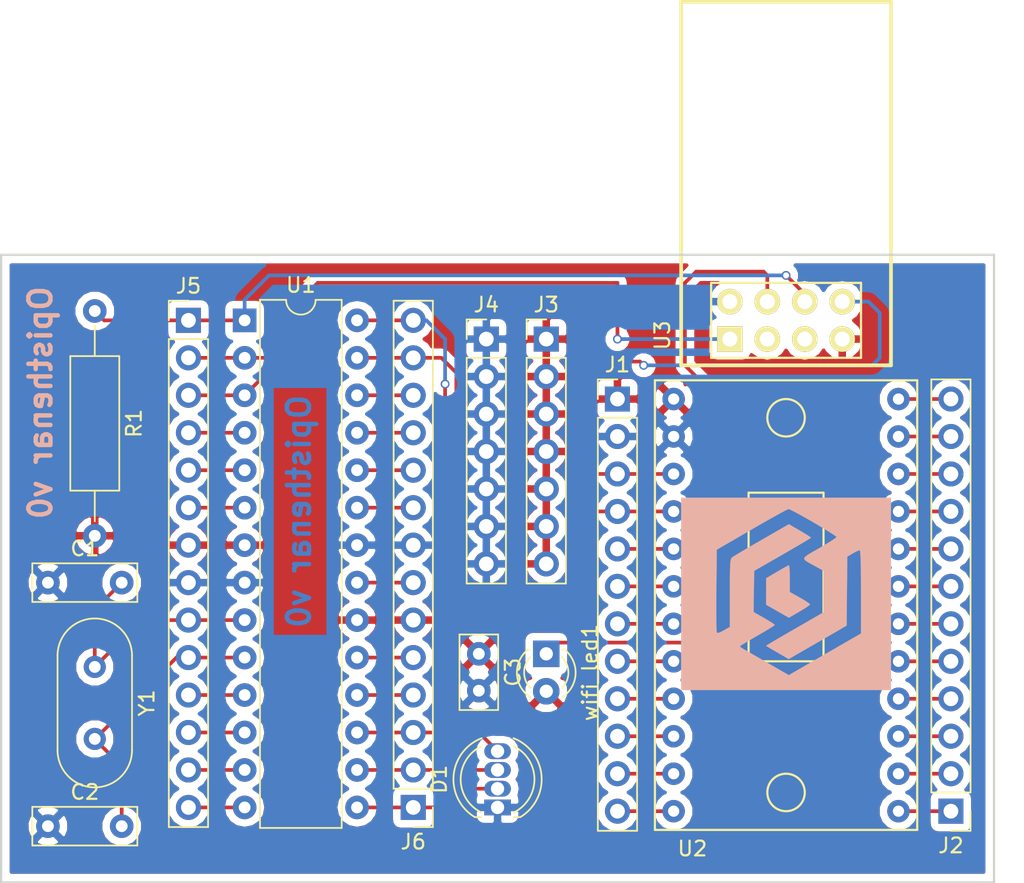
<source format=kicad_pcb>
(kicad_pcb (version 4) (host pcbnew 4.0.6)

  (general
    (links 93)
    (no_connects 0)
    (area 108.509999 51.742999 178.007334 111.835001)
    (thickness 1.6)
    (drawings 6)
    (tracks 124)
    (zones 0)
    (modules 17)
    (nets 48)
  )

  (page A4)
  (layers
    (0 F.Cu signal)
    (31 B.Cu signal)
    (32 B.Adhes user)
    (33 F.Adhes user)
    (34 B.Paste user)
    (35 F.Paste user)
    (36 B.SilkS user)
    (37 F.SilkS user)
    (38 B.Mask user)
    (39 F.Mask user)
    (40 Dwgs.User user)
    (41 Cmts.User user)
    (42 Eco1.User user)
    (43 Eco2.User user)
    (44 Edge.Cuts user)
    (45 Margin user)
    (46 B.CrtYd user)
    (47 F.CrtYd user)
    (48 B.Fab user)
    (49 F.Fab user)
  )

  (setup
    (last_trace_width 0.25)
    (trace_clearance 0.2)
    (zone_clearance 0.508)
    (zone_45_only no)
    (trace_min 0.2)
    (segment_width 0.2)
    (edge_width 0.15)
    (via_size 0.6)
    (via_drill 0.4)
    (via_min_size 0.4)
    (via_min_drill 0.3)
    (uvia_size 0.3)
    (uvia_drill 0.1)
    (uvias_allowed no)
    (uvia_min_size 0.2)
    (uvia_min_drill 0.1)
    (pcb_text_width 0.3)
    (pcb_text_size 1.5 1.5)
    (mod_edge_width 0.15)
    (mod_text_size 1 1)
    (mod_text_width 0.15)
    (pad_size 1.524 1.524)
    (pad_drill 0.762)
    (pad_to_mask_clearance 0.2)
    (aux_axis_origin 0 0)
    (visible_elements FFFFFF7F)
    (pcbplotparams
      (layerselection 0x010f0_80000001)
      (usegerberextensions true)
      (excludeedgelayer true)
      (linewidth 0.100000)
      (plotframeref false)
      (viasonmask false)
      (mode 1)
      (useauxorigin false)
      (hpglpennumber 1)
      (hpglpenspeed 20)
      (hpglpendiameter 15)
      (hpglpenoverlay 2)
      (psnegative false)
      (psa4output false)
      (plotreference true)
      (plotvalue false)
      (plotinvisibletext false)
      (padsonsilk false)
      (subtractmaskfromsilk true)
      (outputformat 1)
      (mirror false)
      (drillshape 0)
      (scaleselection 1)
      (outputdirectory gerber/))
  )

  (net 0 "")
  (net 1 GND)
  (net 2 /XTAL1)
  (net 3 /XTAL2)
  (net 4 VCC)
  (net 5 /GREEN)
  (net 6 /RED)
  (net 7 /BLUE)
  (net 8 /SCL)
  (net 9 /SDA)
  (net 10 /RX)
  (net 11 /TX)
  (net 12 /~RESET)
  (net 13 /PD2)
  (net 14 /PD3)
  (net 15 /PD4)
  (net 16 /PD5)
  (net 17 /PD6)
  (net 18 /PD7)
  (net 19 /PB0)
  (net 20 /PB4)
  (net 21 /PB5)
  (net 22 /AREF)
  (net 23 /PC0)
  (net 24 /PC1)
  (net 25 /PC2)
  (net 26 /PC3)
  (net 27 /~TCA_RESET)
  (net 28 /TCA_A0)
  (net 29 /TCA_A1)
  (net 30 /TCA_A2)
  (net 31 /SD0)
  (net 32 /SC0)
  (net 33 /SD1)
  (net 34 /SC1)
  (net 35 /SD2)
  (net 36 /SC2)
  (net 37 /SD3)
  (net 38 /SC3)
  (net 39 /SD4)
  (net 40 /SC4)
  (net 41 /SD5)
  (net 42 /SC5)
  (net 43 /SD6)
  (net 44 /SC6)
  (net 45 /SD7)
  (net 46 /SC7)
  (net 47 "Net-(U3-Pad4)")

  (net_class Default "This is the default net class."
    (clearance 0.2)
    (trace_width 0.25)
    (via_dia 0.6)
    (via_drill 0.4)
    (uvia_dia 0.3)
    (uvia_drill 0.1)
    (add_net /AREF)
    (add_net /BLUE)
    (add_net /GREEN)
    (add_net /PB0)
    (add_net /PB4)
    (add_net /PB5)
    (add_net /PC0)
    (add_net /PC1)
    (add_net /PC2)
    (add_net /PC3)
    (add_net /PD2)
    (add_net /PD3)
    (add_net /PD4)
    (add_net /PD5)
    (add_net /PD6)
    (add_net /PD7)
    (add_net /RED)
    (add_net /RX)
    (add_net /SC0)
    (add_net /SC1)
    (add_net /SC2)
    (add_net /SC3)
    (add_net /SC4)
    (add_net /SC5)
    (add_net /SC6)
    (add_net /SC7)
    (add_net /SCL)
    (add_net /SD0)
    (add_net /SD1)
    (add_net /SD2)
    (add_net /SD3)
    (add_net /SD4)
    (add_net /SD5)
    (add_net /SD6)
    (add_net /SD7)
    (add_net /SDA)
    (add_net /TCA_A0)
    (add_net /TCA_A1)
    (add_net /TCA_A2)
    (add_net /TX)
    (add_net /XTAL1)
    (add_net /XTAL2)
    (add_net /~RESET)
    (add_net /~TCA_RESET)
    (add_net GND)
    (add_net "Net-(U3-Pad4)")
    (add_net VCC)
  )

  (module LEDs:LED_D3.0mm (layer F.Cu) (tedit 587A3A7B) (tstamp 59651A0E)
    (at 145.542 96.266 270)
    (descr "LED, diameter 3.0mm, 2 pins")
    (tags "LED diameter 3.0mm 2 pins")
    (path /59655D31)
    (fp_text reference wifi_led1 (at 1.27 -2.96 270) (layer F.SilkS)
      (effects (font (size 1 1) (thickness 0.15)))
    )
    (fp_text value LED (at 1.27 2.96 270) (layer F.Fab)
      (effects (font (size 1 1) (thickness 0.15)))
    )
    (fp_arc (start 1.27 0) (end -0.23 -1.16619) (angle 284.3) (layer F.Fab) (width 0.1))
    (fp_arc (start 1.27 0) (end -0.29 -1.235516) (angle 108.8) (layer F.SilkS) (width 0.12))
    (fp_arc (start 1.27 0) (end -0.29 1.235516) (angle -108.8) (layer F.SilkS) (width 0.12))
    (fp_arc (start 1.27 0) (end 0.229039 -1.08) (angle 87.9) (layer F.SilkS) (width 0.12))
    (fp_arc (start 1.27 0) (end 0.229039 1.08) (angle -87.9) (layer F.SilkS) (width 0.12))
    (fp_circle (center 1.27 0) (end 2.77 0) (layer F.Fab) (width 0.1))
    (fp_line (start -0.23 -1.16619) (end -0.23 1.16619) (layer F.Fab) (width 0.1))
    (fp_line (start -0.29 -1.236) (end -0.29 -1.08) (layer F.SilkS) (width 0.12))
    (fp_line (start -0.29 1.08) (end -0.29 1.236) (layer F.SilkS) (width 0.12))
    (fp_line (start -1.15 -2.25) (end -1.15 2.25) (layer F.CrtYd) (width 0.05))
    (fp_line (start -1.15 2.25) (end 3.7 2.25) (layer F.CrtYd) (width 0.05))
    (fp_line (start 3.7 2.25) (end 3.7 -2.25) (layer F.CrtYd) (width 0.05))
    (fp_line (start 3.7 -2.25) (end -1.15 -2.25) (layer F.CrtYd) (width 0.05))
    (pad 1 thru_hole rect (at 0 0 270) (size 1.8 1.8) (drill 0.9) (layers *.Cu *.Mask)
      (net 47 "Net-(U3-Pad4)"))
    (pad 2 thru_hole circle (at 2.54 0 270) (size 1.8 1.8) (drill 0.9) (layers *.Cu *.Mask)
      (net 4 VCC))
    (model LEDs.3dshapes/LED_D3.0mm.wrl
      (at (xyz 0 0 0))
      (scale (xyz 0.393701 0.393701 0.393701))
      (rotate (xyz 0 0 0))
    )
  )

  (module ESP8266:ESP-01 (layer F.Cu) (tedit 577EF889) (tstamp 59651A08)
    (at 157.988 74.93 90)
    (descr "Module, ESP-8266, ESP-01, 8 pin")
    (tags "Module ESP-8266 ESP8266")
    (path /596518CD)
    (fp_text reference U3 (at 0.254 -4.572 90) (layer F.SilkS)
      (effects (font (size 1 1) (thickness 0.15)))
    )
    (fp_text value ESP-01v090 (at 12.192 3.556 90) (layer F.Fab)
      (effects (font (size 1 1) (thickness 0.15)))
    )
    (fp_line (start -1.778 -3.302) (end 22.86 -3.302) (layer F.SilkS) (width 0.254))
    (fp_line (start 22.86 -3.302) (end 22.86 10.922) (layer F.SilkS) (width 0.254))
    (fp_line (start 22.86 10.922) (end -1.778 10.922) (layer F.SilkS) (width 0.254))
    (fp_line (start -1.778 10.922) (end -1.778 -3.302) (layer F.SilkS) (width 0.254))
    (fp_line (start -1.778 -3.302) (end 22.86 -3.302) (layer F.Fab) (width 0.05))
    (fp_line (start 22.86 -3.302) (end 22.86 10.922) (layer F.Fab) (width 0.05))
    (fp_line (start 22.86 10.922) (end -1.778 10.922) (layer F.Fab) (width 0.05))
    (fp_line (start -1.778 10.922) (end -1.778 -3.302) (layer F.Fab) (width 0.05))
    (fp_line (start 1.27 -1.27) (end -1.27 -1.27) (layer F.SilkS) (width 0.1524))
    (fp_line (start -1.27 -1.27) (end -1.27 1.27) (layer F.SilkS) (width 0.1524))
    (fp_line (start -1.75 -1.75) (end -1.75 9.4) (layer F.CrtYd) (width 0.05))
    (fp_line (start 4.3 -1.75) (end 4.3 9.4) (layer F.CrtYd) (width 0.05))
    (fp_line (start -1.75 -1.75) (end 4.3 -1.75) (layer F.CrtYd) (width 0.05))
    (fp_line (start -1.75 9.4) (end 4.3 9.4) (layer F.CrtYd) (width 0.05))
    (fp_line (start -1.27 1.27) (end -1.27 8.89) (layer F.SilkS) (width 0.1524))
    (fp_line (start -1.27 8.89) (end 3.81 8.89) (layer F.SilkS) (width 0.1524))
    (fp_line (start 3.81 8.89) (end 3.81 -1.27) (layer F.SilkS) (width 0.1524))
    (fp_line (start 3.81 -1.27) (end 1.27 -1.27) (layer F.SilkS) (width 0.1524))
    (pad 1 thru_hole rect (at 0 0 90) (size 1.7272 1.7272) (drill 1.016) (layers *.Cu *.Mask F.SilkS)
      (net 10 /RX))
    (pad 2 thru_hole oval (at 2.54 0 90) (size 1.7272 1.7272) (drill 1.016) (layers *.Cu *.Mask F.SilkS)
      (net 1 GND))
    (pad 3 thru_hole oval (at 0 2.54 90) (size 1.7272 1.7272) (drill 1.016) (layers *.Cu *.Mask F.SilkS))
    (pad 4 thru_hole oval (at 2.54 2.54 90) (size 1.7272 1.7272) (drill 1.016) (layers *.Cu *.Mask F.SilkS)
      (net 47 "Net-(U3-Pad4)"))
    (pad 5 thru_hole oval (at 0 5.08 90) (size 1.7272 1.7272) (drill 1.016) (layers *.Cu *.Mask F.SilkS))
    (pad 6 thru_hole oval (at 2.54 5.08 90) (size 1.7272 1.7272) (drill 1.016) (layers *.Cu *.Mask F.SilkS)
      (net 12 /~RESET))
    (pad 7 thru_hole oval (at 0 7.62 90) (size 1.7272 1.7272) (drill 1.016) (layers *.Cu *.Mask F.SilkS)
      (net 4 VCC))
    (pad 8 thru_hole oval (at 2.54 7.62 90) (size 1.7272 1.7272) (drill 1.016) (layers *.Cu *.Mask F.SilkS)
      (net 11 /TX))
  )

  (module Pin_Headers:Pin_Header_Straight_1x07_Pitch2.54mm (layer F.Cu) (tedit 58CD4EC1) (tstamp 596519FC)
    (at 141.478 74.93)
    (descr "Through hole straight pin header, 1x07, 2.54mm pitch, single row")
    (tags "Through hole pin header THT 1x07 2.54mm single row")
    (path /5965B8CA)
    (fp_text reference J4 (at 0 -2.33) (layer F.SilkS)
      (effects (font (size 1 1) (thickness 0.15)))
    )
    (fp_text value CONN_01X07 (at 0 17.57) (layer F.Fab)
      (effects (font (size 1 1) (thickness 0.15)))
    )
    (fp_line (start -1.27 -1.27) (end -1.27 16.51) (layer F.Fab) (width 0.1))
    (fp_line (start -1.27 16.51) (end 1.27 16.51) (layer F.Fab) (width 0.1))
    (fp_line (start 1.27 16.51) (end 1.27 -1.27) (layer F.Fab) (width 0.1))
    (fp_line (start 1.27 -1.27) (end -1.27 -1.27) (layer F.Fab) (width 0.1))
    (fp_line (start -1.33 1.27) (end -1.33 16.57) (layer F.SilkS) (width 0.12))
    (fp_line (start -1.33 16.57) (end 1.33 16.57) (layer F.SilkS) (width 0.12))
    (fp_line (start 1.33 16.57) (end 1.33 1.27) (layer F.SilkS) (width 0.12))
    (fp_line (start 1.33 1.27) (end -1.33 1.27) (layer F.SilkS) (width 0.12))
    (fp_line (start -1.33 0) (end -1.33 -1.33) (layer F.SilkS) (width 0.12))
    (fp_line (start -1.33 -1.33) (end 0 -1.33) (layer F.SilkS) (width 0.12))
    (fp_line (start -1.8 -1.8) (end -1.8 17.05) (layer F.CrtYd) (width 0.05))
    (fp_line (start -1.8 17.05) (end 1.8 17.05) (layer F.CrtYd) (width 0.05))
    (fp_line (start 1.8 17.05) (end 1.8 -1.8) (layer F.CrtYd) (width 0.05))
    (fp_line (start 1.8 -1.8) (end -1.8 -1.8) (layer F.CrtYd) (width 0.05))
    (fp_text user %R (at 0 -2.33) (layer F.Fab)
      (effects (font (size 1 1) (thickness 0.15)))
    )
    (pad 1 thru_hole rect (at 0 0) (size 1.7 1.7) (drill 1) (layers *.Cu *.Mask)
      (net 1 GND))
    (pad 2 thru_hole oval (at 0 2.54) (size 1.7 1.7) (drill 1) (layers *.Cu *.Mask)
      (net 1 GND))
    (pad 3 thru_hole oval (at 0 5.08) (size 1.7 1.7) (drill 1) (layers *.Cu *.Mask)
      (net 1 GND))
    (pad 4 thru_hole oval (at 0 7.62) (size 1.7 1.7) (drill 1) (layers *.Cu *.Mask)
      (net 1 GND))
    (pad 5 thru_hole oval (at 0 10.16) (size 1.7 1.7) (drill 1) (layers *.Cu *.Mask)
      (net 1 GND))
    (pad 6 thru_hole oval (at 0 12.7) (size 1.7 1.7) (drill 1) (layers *.Cu *.Mask)
      (net 1 GND))
    (pad 7 thru_hole oval (at 0 15.24) (size 1.7 1.7) (drill 1) (layers *.Cu *.Mask)
      (net 1 GND))
    (model ${KISYS3DMOD}/Pin_Headers.3dshapes/Pin_Header_Straight_1x07_Pitch2.54mm.wrl
      (at (xyz 0 -0.3 0))
      (scale (xyz 1 1 1))
      (rotate (xyz 0 0 90))
    )
  )

  (module Pin_Headers:Pin_Header_Straight_1x07_Pitch2.54mm (layer F.Cu) (tedit 58CD4EC1) (tstamp 596519F1)
    (at 145.542 74.93)
    (descr "Through hole straight pin header, 1x07, 2.54mm pitch, single row")
    (tags "Through hole pin header THT 1x07 2.54mm single row")
    (path /5965B86B)
    (fp_text reference J3 (at 0 -2.33) (layer F.SilkS)
      (effects (font (size 1 1) (thickness 0.15)))
    )
    (fp_text value CONN_01X07 (at 0 17.57) (layer F.Fab)
      (effects (font (size 1 1) (thickness 0.15)))
    )
    (fp_line (start -1.27 -1.27) (end -1.27 16.51) (layer F.Fab) (width 0.1))
    (fp_line (start -1.27 16.51) (end 1.27 16.51) (layer F.Fab) (width 0.1))
    (fp_line (start 1.27 16.51) (end 1.27 -1.27) (layer F.Fab) (width 0.1))
    (fp_line (start 1.27 -1.27) (end -1.27 -1.27) (layer F.Fab) (width 0.1))
    (fp_line (start -1.33 1.27) (end -1.33 16.57) (layer F.SilkS) (width 0.12))
    (fp_line (start -1.33 16.57) (end 1.33 16.57) (layer F.SilkS) (width 0.12))
    (fp_line (start 1.33 16.57) (end 1.33 1.27) (layer F.SilkS) (width 0.12))
    (fp_line (start 1.33 1.27) (end -1.33 1.27) (layer F.SilkS) (width 0.12))
    (fp_line (start -1.33 0) (end -1.33 -1.33) (layer F.SilkS) (width 0.12))
    (fp_line (start -1.33 -1.33) (end 0 -1.33) (layer F.SilkS) (width 0.12))
    (fp_line (start -1.8 -1.8) (end -1.8 17.05) (layer F.CrtYd) (width 0.05))
    (fp_line (start -1.8 17.05) (end 1.8 17.05) (layer F.CrtYd) (width 0.05))
    (fp_line (start 1.8 17.05) (end 1.8 -1.8) (layer F.CrtYd) (width 0.05))
    (fp_line (start 1.8 -1.8) (end -1.8 -1.8) (layer F.CrtYd) (width 0.05))
    (fp_text user %R (at 0 -2.33) (layer F.Fab)
      (effects (font (size 1 1) (thickness 0.15)))
    )
    (pad 1 thru_hole rect (at 0 0) (size 1.7 1.7) (drill 1) (layers *.Cu *.Mask)
      (net 4 VCC))
    (pad 2 thru_hole oval (at 0 2.54) (size 1.7 1.7) (drill 1) (layers *.Cu *.Mask)
      (net 4 VCC))
    (pad 3 thru_hole oval (at 0 5.08) (size 1.7 1.7) (drill 1) (layers *.Cu *.Mask)
      (net 4 VCC))
    (pad 4 thru_hole oval (at 0 7.62) (size 1.7 1.7) (drill 1) (layers *.Cu *.Mask)
      (net 4 VCC))
    (pad 5 thru_hole oval (at 0 10.16) (size 1.7 1.7) (drill 1) (layers *.Cu *.Mask)
      (net 4 VCC))
    (pad 6 thru_hole oval (at 0 12.7) (size 1.7 1.7) (drill 1) (layers *.Cu *.Mask)
      (net 4 VCC))
    (pad 7 thru_hole oval (at 0 15.24) (size 1.7 1.7) (drill 1) (layers *.Cu *.Mask)
      (net 4 VCC))
    (model ${KISYS3DMOD}/Pin_Headers.3dshapes/Pin_Header_Straight_1x07_Pitch2.54mm.wrl
      (at (xyz 0 -0.3 0))
      (scale (xyz 1 1 1))
      (rotate (xyz 0 0 90))
    )
  )

  (module Pin_Headers:Pin_Header_Straight_1x12_Pitch2.54mm (layer F.Cu) (tedit 58CD4EC2) (tstamp 596519E6)
    (at 172.974 106.934 180)
    (descr "Through hole straight pin header, 1x12, 2.54mm pitch, single row")
    (tags "Through hole pin header THT 1x12 2.54mm single row")
    (path /5964B3BB)
    (fp_text reference J2 (at 0 -2.33 180) (layer F.SilkS)
      (effects (font (size 1 1) (thickness 0.15)))
    )
    (fp_text value CONN_01X12 (at 0 30.27 180) (layer F.Fab)
      (effects (font (size 1 1) (thickness 0.15)))
    )
    (fp_line (start -1.27 -1.27) (end -1.27 29.21) (layer F.Fab) (width 0.1))
    (fp_line (start -1.27 29.21) (end 1.27 29.21) (layer F.Fab) (width 0.1))
    (fp_line (start 1.27 29.21) (end 1.27 -1.27) (layer F.Fab) (width 0.1))
    (fp_line (start 1.27 -1.27) (end -1.27 -1.27) (layer F.Fab) (width 0.1))
    (fp_line (start -1.33 1.27) (end -1.33 29.27) (layer F.SilkS) (width 0.12))
    (fp_line (start -1.33 29.27) (end 1.33 29.27) (layer F.SilkS) (width 0.12))
    (fp_line (start 1.33 29.27) (end 1.33 1.27) (layer F.SilkS) (width 0.12))
    (fp_line (start 1.33 1.27) (end -1.33 1.27) (layer F.SilkS) (width 0.12))
    (fp_line (start -1.33 0) (end -1.33 -1.33) (layer F.SilkS) (width 0.12))
    (fp_line (start -1.33 -1.33) (end 0 -1.33) (layer F.SilkS) (width 0.12))
    (fp_line (start -1.8 -1.8) (end -1.8 29.75) (layer F.CrtYd) (width 0.05))
    (fp_line (start -1.8 29.75) (end 1.8 29.75) (layer F.CrtYd) (width 0.05))
    (fp_line (start 1.8 29.75) (end 1.8 -1.8) (layer F.CrtYd) (width 0.05))
    (fp_line (start 1.8 -1.8) (end -1.8 -1.8) (layer F.CrtYd) (width 0.05))
    (fp_text user %R (at 0 -2.33 180) (layer F.Fab)
      (effects (font (size 1 1) (thickness 0.15)))
    )
    (pad 1 thru_hole rect (at 0 0 180) (size 1.7 1.7) (drill 1) (layers *.Cu *.Mask)
      (net 35 /SD2))
    (pad 2 thru_hole oval (at 0 2.54 180) (size 1.7 1.7) (drill 1) (layers *.Cu *.Mask)
      (net 36 /SC2))
    (pad 3 thru_hole oval (at 0 5.08 180) (size 1.7 1.7) (drill 1) (layers *.Cu *.Mask)
      (net 37 /SD3))
    (pad 4 thru_hole oval (at 0 7.62 180) (size 1.7 1.7) (drill 1) (layers *.Cu *.Mask)
      (net 38 /SC3))
    (pad 5 thru_hole oval (at 0 10.16 180) (size 1.7 1.7) (drill 1) (layers *.Cu *.Mask)
      (net 39 /SD4))
    (pad 6 thru_hole oval (at 0 12.7 180) (size 1.7 1.7) (drill 1) (layers *.Cu *.Mask)
      (net 40 /SC4))
    (pad 7 thru_hole oval (at 0 15.24 180) (size 1.7 1.7) (drill 1) (layers *.Cu *.Mask)
      (net 41 /SD5))
    (pad 8 thru_hole oval (at 0 17.78 180) (size 1.7 1.7) (drill 1) (layers *.Cu *.Mask)
      (net 42 /SC5))
    (pad 9 thru_hole oval (at 0 20.32 180) (size 1.7 1.7) (drill 1) (layers *.Cu *.Mask)
      (net 43 /SD6))
    (pad 10 thru_hole oval (at 0 22.86 180) (size 1.7 1.7) (drill 1) (layers *.Cu *.Mask)
      (net 44 /SC6))
    (pad 11 thru_hole oval (at 0 25.4 180) (size 1.7 1.7) (drill 1) (layers *.Cu *.Mask)
      (net 45 /SD7))
    (pad 12 thru_hole oval (at 0 27.94 180) (size 1.7 1.7) (drill 1) (layers *.Cu *.Mask)
      (net 46 /SC7))
    (model ${KISYS3DMOD}/Pin_Headers.3dshapes/Pin_Header_Straight_1x12_Pitch2.54mm.wrl
      (at (xyz 0 -0.55 0))
      (scale (xyz 1 1 1))
      (rotate (xyz 0 0 90))
    )
  )

  (module Pin_Headers:Pin_Header_Straight_1x12_Pitch2.54mm (layer F.Cu) (tedit 58CD4EC2) (tstamp 596519D6)
    (at 150.368 78.994)
    (descr "Through hole straight pin header, 1x12, 2.54mm pitch, single row")
    (tags "Through hole pin header THT 1x12 2.54mm single row")
    (path /5964B314)
    (fp_text reference J1 (at 0 -2.33) (layer F.SilkS)
      (effects (font (size 1 1) (thickness 0.15)))
    )
    (fp_text value CONN_01X12 (at 0 30.27) (layer F.Fab)
      (effects (font (size 1 1) (thickness 0.15)))
    )
    (fp_line (start -1.27 -1.27) (end -1.27 29.21) (layer F.Fab) (width 0.1))
    (fp_line (start -1.27 29.21) (end 1.27 29.21) (layer F.Fab) (width 0.1))
    (fp_line (start 1.27 29.21) (end 1.27 -1.27) (layer F.Fab) (width 0.1))
    (fp_line (start 1.27 -1.27) (end -1.27 -1.27) (layer F.Fab) (width 0.1))
    (fp_line (start -1.33 1.27) (end -1.33 29.27) (layer F.SilkS) (width 0.12))
    (fp_line (start -1.33 29.27) (end 1.33 29.27) (layer F.SilkS) (width 0.12))
    (fp_line (start 1.33 29.27) (end 1.33 1.27) (layer F.SilkS) (width 0.12))
    (fp_line (start 1.33 1.27) (end -1.33 1.27) (layer F.SilkS) (width 0.12))
    (fp_line (start -1.33 0) (end -1.33 -1.33) (layer F.SilkS) (width 0.12))
    (fp_line (start -1.33 -1.33) (end 0 -1.33) (layer F.SilkS) (width 0.12))
    (fp_line (start -1.8 -1.8) (end -1.8 29.75) (layer F.CrtYd) (width 0.05))
    (fp_line (start -1.8 29.75) (end 1.8 29.75) (layer F.CrtYd) (width 0.05))
    (fp_line (start 1.8 29.75) (end 1.8 -1.8) (layer F.CrtYd) (width 0.05))
    (fp_line (start 1.8 -1.8) (end -1.8 -1.8) (layer F.CrtYd) (width 0.05))
    (fp_text user %R (at 0 -2.33) (layer F.Fab)
      (effects (font (size 1 1) (thickness 0.15)))
    )
    (pad 1 thru_hole rect (at 0 0) (size 1.7 1.7) (drill 1) (layers *.Cu *.Mask)
      (net 4 VCC))
    (pad 2 thru_hole oval (at 0 2.54) (size 1.7 1.7) (drill 1) (layers *.Cu *.Mask)
      (net 1 GND))
    (pad 3 thru_hole oval (at 0 5.08) (size 1.7 1.7) (drill 1) (layers *.Cu *.Mask)
      (net 9 /SDA))
    (pad 4 thru_hole oval (at 0 7.62) (size 1.7 1.7) (drill 1) (layers *.Cu *.Mask)
      (net 8 /SCL))
    (pad 5 thru_hole oval (at 0 10.16) (size 1.7 1.7) (drill 1) (layers *.Cu *.Mask)
      (net 27 /~TCA_RESET))
    (pad 6 thru_hole oval (at 0 12.7) (size 1.7 1.7) (drill 1) (layers *.Cu *.Mask)
      (net 28 /TCA_A0))
    (pad 7 thru_hole oval (at 0 15.24) (size 1.7 1.7) (drill 1) (layers *.Cu *.Mask)
      (net 29 /TCA_A1))
    (pad 8 thru_hole oval (at 0 17.78) (size 1.7 1.7) (drill 1) (layers *.Cu *.Mask)
      (net 30 /TCA_A2))
    (pad 9 thru_hole oval (at 0 20.32) (size 1.7 1.7) (drill 1) (layers *.Cu *.Mask)
      (net 31 /SD0))
    (pad 10 thru_hole oval (at 0 22.86) (size 1.7 1.7) (drill 1) (layers *.Cu *.Mask)
      (net 32 /SC0))
    (pad 11 thru_hole oval (at 0 25.4) (size 1.7 1.7) (drill 1) (layers *.Cu *.Mask)
      (net 33 /SD1))
    (pad 12 thru_hole oval (at 0 27.94) (size 1.7 1.7) (drill 1) (layers *.Cu *.Mask)
      (net 34 /SC1))
    (model ${KISYS3DMOD}/Pin_Headers.3dshapes/Pin_Header_Straight_1x12_Pitch2.54mm.wrl
      (at (xyz 0 -0.55 0))
      (scale (xyz 1 1 1))
      (rotate (xyz 0 0 90))
    )
  )

  (module opisthenar:TCA9548A_ADAFRUIT (layer F.Cu) (tedit 59651E1C) (tstamp 5963E013)
    (at 152.908 77.724)
    (tags "I2C, TCA, MUX")
    (path /59640849)
    (fp_text reference U2 (at 2.54 31.75) (layer F.SilkS)
      (effects (font (size 1 1) (thickness 0.15)))
    )
    (fp_text value TCA9548A_ADAFRUIT (at 7.62 -1.27) (layer F.Fab)
      (effects (font (size 1 1) (thickness 0.15)))
    )
    (fp_line (start 6.35 7.62) (end 11.43 7.62) (layer F.SilkS) (width 0.15))
    (fp_line (start 11.43 7.62) (end 11.43 19.05) (layer F.SilkS) (width 0.15))
    (fp_line (start 11.43 19.05) (end 6.35 19.05) (layer F.SilkS) (width 0.15))
    (fp_line (start 6.35 19.05) (end 6.35 7.62) (layer F.SilkS) (width 0.15))
    (fp_circle (center 8.89 27.94) (end 10.16 27.94) (layer F.SilkS) (width 0.15))
    (fp_circle (center 8.89 2.54) (end 10.16 2.54) (layer F.SilkS) (width 0.15))
    (fp_line (start 0 30.48) (end 17.78 30.48) (layer F.SilkS) (width 0.15))
    (fp_line (start 17.78 30.48) (end 17.78 0) (layer F.SilkS) (width 0.15))
    (fp_line (start 17.78 0) (end 0 0) (layer F.SilkS) (width 0.15))
    (fp_line (start 0 0) (end 0 30.48) (layer F.SilkS) (width 0.15))
    (pad 1 thru_hole circle (at 1.27 1.27) (size 1.524 1.524) (drill 0.762) (layers *.Cu *.Mask)
      (net 4 VCC))
    (pad 3 thru_hole circle (at 1.27 6.35) (size 1.524 1.524) (drill 0.762) (layers *.Cu *.Mask)
      (net 9 /SDA))
    (pad 4 thru_hole circle (at 1.27 8.89) (size 1.524 1.524) (drill 0.762) (layers *.Cu *.Mask)
      (net 8 /SCL))
    (pad 5 thru_hole circle (at 1.27 11.43) (size 1.524 1.524) (drill 0.762) (layers *.Cu *.Mask)
      (net 27 /~TCA_RESET))
    (pad 6 thru_hole circle (at 1.27 13.97) (size 1.524 1.524) (drill 0.762) (layers *.Cu *.Mask)
      (net 28 /TCA_A0))
    (pad 7 thru_hole circle (at 1.27 16.51) (size 1.524 1.524) (drill 0.762) (layers *.Cu *.Mask)
      (net 29 /TCA_A1))
    (pad 8 thru_hole circle (at 1.27 19.05) (size 1.524 1.524) (drill 0.762) (layers *.Cu *.Mask)
      (net 30 /TCA_A2))
    (pad 9 thru_hole circle (at 1.27 21.59) (size 1.524 1.524) (drill 0.762) (layers *.Cu *.Mask)
      (net 31 /SD0))
    (pad 10 thru_hole circle (at 1.27 24.13) (size 1.524 1.524) (drill 0.762) (layers *.Cu *.Mask)
      (net 32 /SC0))
    (pad 11 thru_hole circle (at 1.27 26.67) (size 1.524 1.524) (drill 0.762) (layers *.Cu *.Mask)
      (net 33 /SD1))
    (pad 12 thru_hole circle (at 1.27 29.21) (size 1.524 1.524) (drill 0.762) (layers *.Cu *.Mask)
      (net 34 /SC1))
    (pad 13 thru_hole circle (at 16.51 29.21) (size 1.524 1.524) (drill 0.762) (layers *.Cu *.Mask)
      (net 35 /SD2))
    (pad 14 thru_hole circle (at 16.51 26.67) (size 1.524 1.524) (drill 0.762) (layers *.Cu *.Mask)
      (net 36 /SC2))
    (pad 15 thru_hole circle (at 16.51 24.13) (size 1.524 1.524) (drill 0.762) (layers *.Cu *.Mask)
      (net 37 /SD3))
    (pad 16 thru_hole circle (at 16.51 21.59) (size 1.524 1.524) (drill 0.762) (layers *.Cu *.Mask)
      (net 38 /SC3))
    (pad 17 thru_hole circle (at 16.51 19.05) (size 1.524 1.524) (drill 0.762) (layers *.Cu *.Mask)
      (net 39 /SD4))
    (pad 18 thru_hole circle (at 16.51 16.51) (size 1.524 1.524) (drill 0.762) (layers *.Cu *.Mask)
      (net 40 /SC4))
    (pad 19 thru_hole circle (at 16.51 13.97) (size 1.524 1.524) (drill 0.762) (layers *.Cu *.Mask)
      (net 41 /SD5))
    (pad 20 thru_hole circle (at 16.51 11.43) (size 1.524 1.524) (drill 0.762) (layers *.Cu *.Mask)
      (net 42 /SC5))
    (pad 21 thru_hole circle (at 16.51 8.89) (size 1.524 1.524) (drill 0.762) (layers *.Cu *.Mask)
      (net 43 /SD6))
    (pad 22 thru_hole circle (at 16.51 6.35) (size 1.524 1.524) (drill 0.762) (layers *.Cu *.Mask)
      (net 44 /SC6))
    (pad 23 thru_hole circle (at 16.51 3.81) (size 1.524 1.524) (drill 0.762) (layers *.Cu *.Mask)
      (net 45 /SD7))
    (pad 2 thru_hole circle (at 1.27 3.81) (size 1.524 1.524) (drill 0.762) (layers *.Cu *.Mask)
      (net 1 GND))
    (pad 24 thru_hole circle (at 16.51 1.27) (size 1.524 1.524) (drill 0.762) (layers *.Cu *.Mask)
      (net 46 /SC7))
  )

  (module Crystals:Crystal_HC49-4H_Vertical (layer F.Cu) (tedit 58CD2E9C) (tstamp 5928674A)
    (at 114.935 97.155 270)
    (descr "Crystal THT HC-49-4H http://5hertz.com/pdfs/04404_D.pdf")
    (tags "THT crystalHC-49-4H")
    (path /5927D0E7)
    (fp_text reference Y1 (at 2.44 -3.525 270) (layer F.SilkS)
      (effects (font (size 1 1) (thickness 0.15)))
    )
    (fp_text value "16MHz Crystal" (at 2.44 3.525 270) (layer F.Fab)
      (effects (font (size 1 1) (thickness 0.15)))
    )
    (fp_text user %R (at 2.44 0 270) (layer F.Fab)
      (effects (font (size 1 1) (thickness 0.15)))
    )
    (fp_line (start -0.76 -2.325) (end 5.64 -2.325) (layer F.Fab) (width 0.1))
    (fp_line (start -0.76 2.325) (end 5.64 2.325) (layer F.Fab) (width 0.1))
    (fp_line (start -0.56 -2) (end 5.44 -2) (layer F.Fab) (width 0.1))
    (fp_line (start -0.56 2) (end 5.44 2) (layer F.Fab) (width 0.1))
    (fp_line (start -0.76 -2.525) (end 5.64 -2.525) (layer F.SilkS) (width 0.12))
    (fp_line (start -0.76 2.525) (end 5.64 2.525) (layer F.SilkS) (width 0.12))
    (fp_line (start -3.6 -2.8) (end -3.6 2.8) (layer F.CrtYd) (width 0.05))
    (fp_line (start -3.6 2.8) (end 8.5 2.8) (layer F.CrtYd) (width 0.05))
    (fp_line (start 8.5 2.8) (end 8.5 -2.8) (layer F.CrtYd) (width 0.05))
    (fp_line (start 8.5 -2.8) (end -3.6 -2.8) (layer F.CrtYd) (width 0.05))
    (fp_arc (start -0.76 0) (end -0.76 -2.325) (angle -180) (layer F.Fab) (width 0.1))
    (fp_arc (start 5.64 0) (end 5.64 -2.325) (angle 180) (layer F.Fab) (width 0.1))
    (fp_arc (start -0.56 0) (end -0.56 -2) (angle -180) (layer F.Fab) (width 0.1))
    (fp_arc (start 5.44 0) (end 5.44 -2) (angle 180) (layer F.Fab) (width 0.1))
    (fp_arc (start -0.76 0) (end -0.76 -2.525) (angle -180) (layer F.SilkS) (width 0.12))
    (fp_arc (start 5.64 0) (end 5.64 -2.525) (angle 180) (layer F.SilkS) (width 0.12))
    (pad 1 thru_hole circle (at 0 0 270) (size 1.5 1.5) (drill 0.8) (layers *.Cu *.Mask)
      (net 2 /XTAL1))
    (pad 2 thru_hole circle (at 4.88 0 270) (size 1.5 1.5) (drill 0.8) (layers *.Cu *.Mask)
      (net 3 /XTAL2))
    (model ${KISYS3DMOD}/Crystals.3dshapes/Crystal_HC49-4H_Vertical.wrl
      (at (xyz 0 0 0))
      (scale (xyz 0.393701 0.393701 0.393701))
      (rotate (xyz 0 0 0))
    )
  )

  (module Pin_Headers:Pin_Header_Straight_1x14_Pitch2.54mm (layer F.Cu) (tedit 58CD4EC2) (tstamp 59285E60)
    (at 136.525 106.68 180)
    (descr "Through hole straight pin header, 1x14, 2.54mm pitch, single row")
    (tags "Through hole pin header THT 1x14 2.54mm single row")
    (path /59287403)
    (fp_text reference J6 (at 0 -2.33 180) (layer F.SilkS)
      (effects (font (size 1 1) (thickness 0.15)))
    )
    (fp_text value CONN_01X14 (at 0 35.35 180) (layer F.Fab)
      (effects (font (size 1 1) (thickness 0.15)))
    )
    (fp_line (start -1.27 -1.27) (end -1.27 34.29) (layer F.Fab) (width 0.1))
    (fp_line (start -1.27 34.29) (end 1.27 34.29) (layer F.Fab) (width 0.1))
    (fp_line (start 1.27 34.29) (end 1.27 -1.27) (layer F.Fab) (width 0.1))
    (fp_line (start 1.27 -1.27) (end -1.27 -1.27) (layer F.Fab) (width 0.1))
    (fp_line (start -1.33 1.27) (end -1.33 34.35) (layer F.SilkS) (width 0.12))
    (fp_line (start -1.33 34.35) (end 1.33 34.35) (layer F.SilkS) (width 0.12))
    (fp_line (start 1.33 34.35) (end 1.33 1.27) (layer F.SilkS) (width 0.12))
    (fp_line (start 1.33 1.27) (end -1.33 1.27) (layer F.SilkS) (width 0.12))
    (fp_line (start -1.33 0) (end -1.33 -1.33) (layer F.SilkS) (width 0.12))
    (fp_line (start -1.33 -1.33) (end 0 -1.33) (layer F.SilkS) (width 0.12))
    (fp_line (start -1.8 -1.8) (end -1.8 34.8) (layer F.CrtYd) (width 0.05))
    (fp_line (start -1.8 34.8) (end 1.8 34.8) (layer F.CrtYd) (width 0.05))
    (fp_line (start 1.8 34.8) (end 1.8 -1.8) (layer F.CrtYd) (width 0.05))
    (fp_line (start 1.8 -1.8) (end -1.8 -1.8) (layer F.CrtYd) (width 0.05))
    (fp_text user %R (at 0 -2.33 180) (layer F.Fab)
      (effects (font (size 1 1) (thickness 0.15)))
    )
    (pad 1 thru_hole rect (at 0 0 180) (size 1.7 1.7) (drill 1) (layers *.Cu *.Mask)
      (net 6 /RED))
    (pad 2 thru_hole oval (at 0 2.54 180) (size 1.7 1.7) (drill 1) (layers *.Cu *.Mask)
      (net 5 /GREEN))
    (pad 3 thru_hole oval (at 0 5.08 180) (size 1.7 1.7) (drill 1) (layers *.Cu *.Mask)
      (net 7 /BLUE))
    (pad 4 thru_hole oval (at 0 7.62 180) (size 1.7 1.7) (drill 1) (layers *.Cu *.Mask)
      (net 20 /PB4))
    (pad 5 thru_hole oval (at 0 10.16 180) (size 1.7 1.7) (drill 1) (layers *.Cu *.Mask)
      (net 21 /PB5))
    (pad 6 thru_hole oval (at 0 12.7 180) (size 1.7 1.7) (drill 1) (layers *.Cu *.Mask)
      (net 4 VCC))
    (pad 7 thru_hole oval (at 0 15.24 180) (size 1.7 1.7) (drill 1) (layers *.Cu *.Mask)
      (net 22 /AREF))
    (pad 8 thru_hole oval (at 0 17.78 180) (size 1.7 1.7) (drill 1) (layers *.Cu *.Mask)
      (net 1 GND))
    (pad 9 thru_hole oval (at 0 20.32 180) (size 1.7 1.7) (drill 1) (layers *.Cu *.Mask)
      (net 23 /PC0))
    (pad 10 thru_hole oval (at 0 22.86 180) (size 1.7 1.7) (drill 1) (layers *.Cu *.Mask)
      (net 24 /PC1))
    (pad 11 thru_hole oval (at 0 25.4 180) (size 1.7 1.7) (drill 1) (layers *.Cu *.Mask)
      (net 25 /PC2))
    (pad 12 thru_hole oval (at 0 27.94 180) (size 1.7 1.7) (drill 1) (layers *.Cu *.Mask)
      (net 26 /PC3))
    (pad 13 thru_hole oval (at 0 30.48 180) (size 1.7 1.7) (drill 1) (layers *.Cu *.Mask)
      (net 9 /SDA))
    (pad 14 thru_hole oval (at 0 33.02 180) (size 1.7 1.7) (drill 1) (layers *.Cu *.Mask)
      (net 8 /SCL))
    (model ${KISYS3DMOD}/Pin_Headers.3dshapes/Pin_Header_Straight_1x14_Pitch2.54mm.wrl
      (at (xyz 0 -0.65 0))
      (scale (xyz 1 1 1))
      (rotate (xyz 0 0 90))
    )
  )

  (module Pin_Headers:Pin_Header_Straight_1x14_Pitch2.54mm (layer F.Cu) (tedit 58CD4EC2) (tstamp 59285E4E)
    (at 121.285 73.66)
    (descr "Through hole straight pin header, 1x14, 2.54mm pitch, single row")
    (tags "Through hole pin header THT 1x14 2.54mm single row")
    (path /59287355)
    (fp_text reference J5 (at 0 -2.33) (layer F.SilkS)
      (effects (font (size 1 1) (thickness 0.15)))
    )
    (fp_text value CONN_01X14 (at 0 35.35) (layer F.Fab)
      (effects (font (size 1 1) (thickness 0.15)))
    )
    (fp_line (start -1.27 -1.27) (end -1.27 34.29) (layer F.Fab) (width 0.1))
    (fp_line (start -1.27 34.29) (end 1.27 34.29) (layer F.Fab) (width 0.1))
    (fp_line (start 1.27 34.29) (end 1.27 -1.27) (layer F.Fab) (width 0.1))
    (fp_line (start 1.27 -1.27) (end -1.27 -1.27) (layer F.Fab) (width 0.1))
    (fp_line (start -1.33 1.27) (end -1.33 34.35) (layer F.SilkS) (width 0.12))
    (fp_line (start -1.33 34.35) (end 1.33 34.35) (layer F.SilkS) (width 0.12))
    (fp_line (start 1.33 34.35) (end 1.33 1.27) (layer F.SilkS) (width 0.12))
    (fp_line (start 1.33 1.27) (end -1.33 1.27) (layer F.SilkS) (width 0.12))
    (fp_line (start -1.33 0) (end -1.33 -1.33) (layer F.SilkS) (width 0.12))
    (fp_line (start -1.33 -1.33) (end 0 -1.33) (layer F.SilkS) (width 0.12))
    (fp_line (start -1.8 -1.8) (end -1.8 34.8) (layer F.CrtYd) (width 0.05))
    (fp_line (start -1.8 34.8) (end 1.8 34.8) (layer F.CrtYd) (width 0.05))
    (fp_line (start 1.8 34.8) (end 1.8 -1.8) (layer F.CrtYd) (width 0.05))
    (fp_line (start 1.8 -1.8) (end -1.8 -1.8) (layer F.CrtYd) (width 0.05))
    (fp_text user %R (at 0 -2.33) (layer F.Fab)
      (effects (font (size 1 1) (thickness 0.15)))
    )
    (pad 1 thru_hole rect (at 0 0) (size 1.7 1.7) (drill 1) (layers *.Cu *.Mask)
      (net 12 /~RESET))
    (pad 2 thru_hole oval (at 0 2.54) (size 1.7 1.7) (drill 1) (layers *.Cu *.Mask)
      (net 10 /RX))
    (pad 3 thru_hole oval (at 0 5.08) (size 1.7 1.7) (drill 1) (layers *.Cu *.Mask)
      (net 11 /TX))
    (pad 4 thru_hole oval (at 0 7.62) (size 1.7 1.7) (drill 1) (layers *.Cu *.Mask)
      (net 13 /PD2))
    (pad 5 thru_hole oval (at 0 10.16) (size 1.7 1.7) (drill 1) (layers *.Cu *.Mask)
      (net 14 /PD3))
    (pad 6 thru_hole oval (at 0 12.7) (size 1.7 1.7) (drill 1) (layers *.Cu *.Mask)
      (net 15 /PD4))
    (pad 7 thru_hole oval (at 0 15.24) (size 1.7 1.7) (drill 1) (layers *.Cu *.Mask)
      (net 4 VCC))
    (pad 8 thru_hole oval (at 0 17.78) (size 1.7 1.7) (drill 1) (layers *.Cu *.Mask)
      (net 1 GND))
    (pad 9 thru_hole oval (at 0 20.32) (size 1.7 1.7) (drill 1) (layers *.Cu *.Mask)
      (net 2 /XTAL1))
    (pad 10 thru_hole oval (at 0 22.86) (size 1.7 1.7) (drill 1) (layers *.Cu *.Mask)
      (net 3 /XTAL2))
    (pad 11 thru_hole oval (at 0 25.4) (size 1.7 1.7) (drill 1) (layers *.Cu *.Mask)
      (net 16 /PD5))
    (pad 12 thru_hole oval (at 0 27.94) (size 1.7 1.7) (drill 1) (layers *.Cu *.Mask)
      (net 17 /PD6))
    (pad 13 thru_hole oval (at 0 30.48) (size 1.7 1.7) (drill 1) (layers *.Cu *.Mask)
      (net 18 /PD7))
    (pad 14 thru_hole oval (at 0 33.02) (size 1.7 1.7) (drill 1) (layers *.Cu *.Mask)
      (net 19 /PB0))
    (model ${KISYS3DMOD}/Pin_Headers.3dshapes/Pin_Header_Straight_1x14_Pitch2.54mm.wrl
      (at (xyz 0 -0.65 0))
      (scale (xyz 1 1 1))
      (rotate (xyz 0 0 90))
    )
  )

  (module LEDs:LED_D5.0mm-4 (layer F.Cu) (tedit 587A3A7B) (tstamp 59283059)
    (at 142.24 106.68 90)
    (descr "LED, diameter 5.0mm, 2 pins, diameter 5.0mm, 3 pins, diameter 5.0mm, 4 pins, http://www.kingbright.com/attachments/file/psearch/000/00/00/L-154A4SUREQBFZGEW(Ver.9A).pdf")
    (tags "LED diameter 5.0mm 2 pins diameter 5.0mm 3 pins diameter 5.0mm 4 pins")
    (path /5927D18A)
    (fp_text reference D1 (at 1.905 -3.96 90) (layer F.SilkS)
      (effects (font (size 1 1) (thickness 0.15)))
    )
    (fp_text value LED_CRGB (at 1.905 3.96 90) (layer F.Fab)
      (effects (font (size 1 1) (thickness 0.15)))
    )
    (fp_arc (start 1.905 0) (end -0.595 -1.469694) (angle 299.1) (layer F.Fab) (width 0.1))
    (fp_arc (start 1.905 0) (end -0.655 -1.54483) (angle 127.7) (layer F.SilkS) (width 0.12))
    (fp_arc (start 1.905 0) (end -0.655 1.54483) (angle -127.7) (layer F.SilkS) (width 0.12))
    (fp_arc (start 1.905 0) (end -0.349684 -1.08) (angle 128.8) (layer F.SilkS) (width 0.12))
    (fp_arc (start 1.905 0) (end -0.349684 1.08) (angle -128.8) (layer F.SilkS) (width 0.12))
    (fp_circle (center 1.905 0) (end 4.405 0) (layer F.Fab) (width 0.1))
    (fp_line (start -0.595 -1.469694) (end -0.595 1.469694) (layer F.Fab) (width 0.1))
    (fp_line (start -0.655 -1.545) (end -0.655 -1.08) (layer F.SilkS) (width 0.12))
    (fp_line (start -0.655 1.08) (end -0.655 1.545) (layer F.SilkS) (width 0.12))
    (fp_line (start -1.35 -3.25) (end -1.35 3.25) (layer F.CrtYd) (width 0.05))
    (fp_line (start -1.35 3.25) (end 5.15 3.25) (layer F.CrtYd) (width 0.05))
    (fp_line (start 5.15 3.25) (end 5.15 -3.25) (layer F.CrtYd) (width 0.05))
    (fp_line (start 5.15 -3.25) (end -1.35 -3.25) (layer F.CrtYd) (width 0.05))
    (pad 1 thru_hole rect (at 0 0 90) (size 1.07 1.8) (drill 0.9) (layers *.Cu *.Mask)
      (net 1 GND))
    (pad 2 thru_hole oval (at 1.27 0 90) (size 1.07 1.8) (drill 0.9) (layers *.Cu *.Mask)
      (net 6 /RED))
    (pad 3 thru_hole oval (at 2.54 0 90) (size 1.07 1.8) (drill 0.9) (layers *.Cu *.Mask)
      (net 5 /GREEN))
    (pad 4 thru_hole oval (at 3.81 0 90) (size 1.07 1.8) (drill 0.9) (layers *.Cu *.Mask)
      (net 7 /BLUE))
    (model LEDs.3dshapes/LED_D5.0mm-4.wrl
      (at (xyz 0 0 0))
      (scale (xyz 0.393701 0.393701 0.393701))
      (rotate (xyz 0 0 0))
    )
  )

  (module Resistors_ThroughHole:R_Axial_DIN0309_L9.0mm_D3.2mm_P15.24mm_Horizontal (layer F.Cu) (tedit 5874F706) (tstamp 5927E42A)
    (at 114.935 73.025 270)
    (descr "Resistor, Axial_DIN0309 series, Axial, Horizontal, pin pitch=15.24mm, 0.5W = 1/2W, length*diameter=9*3.2mm^2, http://cdn-reichelt.de/documents/datenblatt/B400/1_4W%23YAG.pdf")
    (tags "Resistor Axial_DIN0309 series Axial Horizontal pin pitch 15.24mm 0.5W = 1/2W length 9mm diameter 3.2mm")
    (path /5927D28C)
    (fp_text reference R1 (at 7.62 -2.66 270) (layer F.SilkS)
      (effects (font (size 1 1) (thickness 0.15)))
    )
    (fp_text value 10K (at 7.62 2.66 270) (layer F.Fab)
      (effects (font (size 1 1) (thickness 0.15)))
    )
    (fp_line (start 3.12 -1.6) (end 3.12 1.6) (layer F.Fab) (width 0.1))
    (fp_line (start 3.12 1.6) (end 12.12 1.6) (layer F.Fab) (width 0.1))
    (fp_line (start 12.12 1.6) (end 12.12 -1.6) (layer F.Fab) (width 0.1))
    (fp_line (start 12.12 -1.6) (end 3.12 -1.6) (layer F.Fab) (width 0.1))
    (fp_line (start 0 0) (end 3.12 0) (layer F.Fab) (width 0.1))
    (fp_line (start 15.24 0) (end 12.12 0) (layer F.Fab) (width 0.1))
    (fp_line (start 3.06 -1.66) (end 3.06 1.66) (layer F.SilkS) (width 0.12))
    (fp_line (start 3.06 1.66) (end 12.18 1.66) (layer F.SilkS) (width 0.12))
    (fp_line (start 12.18 1.66) (end 12.18 -1.66) (layer F.SilkS) (width 0.12))
    (fp_line (start 12.18 -1.66) (end 3.06 -1.66) (layer F.SilkS) (width 0.12))
    (fp_line (start 0.98 0) (end 3.06 0) (layer F.SilkS) (width 0.12))
    (fp_line (start 14.26 0) (end 12.18 0) (layer F.SilkS) (width 0.12))
    (fp_line (start -1.05 -1.95) (end -1.05 1.95) (layer F.CrtYd) (width 0.05))
    (fp_line (start -1.05 1.95) (end 16.3 1.95) (layer F.CrtYd) (width 0.05))
    (fp_line (start 16.3 1.95) (end 16.3 -1.95) (layer F.CrtYd) (width 0.05))
    (fp_line (start 16.3 -1.95) (end -1.05 -1.95) (layer F.CrtYd) (width 0.05))
    (pad 1 thru_hole circle (at 0 0 270) (size 1.6 1.6) (drill 0.8) (layers *.Cu *.Mask)
      (net 12 /~RESET))
    (pad 2 thru_hole oval (at 15.24 0 270) (size 1.6 1.6) (drill 0.8) (layers *.Cu *.Mask)
      (net 4 VCC))
    (model Resistors_THT.3dshapes/R_Axial_DIN0309_L9.0mm_D3.2mm_P15.24mm_Horizontal.wrl
      (at (xyz 0 0 0))
      (scale (xyz 0.393701 0.393701 0.393701))
      (rotate (xyz 0 0 0))
    )
  )

  (module Capacitors_ThroughHole:C_Disc_D5.0mm_W2.5mm_P2.50mm (layer F.Cu) (tedit 5920C254) (tstamp 5927E404)
    (at 140.97 96.266 270)
    (descr "C, Disc series, Radial, pin pitch=2.50mm, , diameter*width=5*2.5mm^2, Capacitor, http://cdn-reichelt.de/documents/datenblatt/B300/DS_KERKO_TC.pdf")
    (tags "C Disc series Radial pin pitch 2.50mm  diameter 5mm width 2.5mm Capacitor")
    (path /5927D15C)
    (fp_text reference C3 (at 1.25 -2.31 270) (layer F.SilkS)
      (effects (font (size 1 1) (thickness 0.15)))
    )
    (fp_text value 10uF (at 1.25 2.31 270) (layer F.Fab)
      (effects (font (size 1 1) (thickness 0.15)))
    )
    (fp_text user %R (at 1.25 0 270) (layer F.Fab)
      (effects (font (size 1 1) (thickness 0.15)))
    )
    (fp_line (start -1.25 -1.25) (end -1.25 1.25) (layer F.Fab) (width 0.1))
    (fp_line (start -1.25 1.25) (end 3.75 1.25) (layer F.Fab) (width 0.1))
    (fp_line (start 3.75 1.25) (end 3.75 -1.25) (layer F.Fab) (width 0.1))
    (fp_line (start 3.75 -1.25) (end -1.25 -1.25) (layer F.Fab) (width 0.1))
    (fp_line (start -1.31 -1.31) (end 3.81 -1.31) (layer F.SilkS) (width 0.12))
    (fp_line (start -1.31 1.31) (end 3.81 1.31) (layer F.SilkS) (width 0.12))
    (fp_line (start -1.31 -1.31) (end -1.31 1.31) (layer F.SilkS) (width 0.12))
    (fp_line (start 3.81 -1.31) (end 3.81 1.31) (layer F.SilkS) (width 0.12))
    (fp_line (start -1.6 -1.6) (end -1.6 1.6) (layer F.CrtYd) (width 0.05))
    (fp_line (start -1.6 1.6) (end 4.1 1.6) (layer F.CrtYd) (width 0.05))
    (fp_line (start 4.1 1.6) (end 4.1 -1.6) (layer F.CrtYd) (width 0.05))
    (fp_line (start 4.1 -1.6) (end -1.6 -1.6) (layer F.CrtYd) (width 0.05))
    (pad 1 thru_hole circle (at 0 0 270) (size 1.6 1.6) (drill 0.8) (layers *.Cu *.Mask)
      (net 4 VCC))
    (pad 2 thru_hole circle (at 2.5 0 270) (size 1.6 1.6) (drill 0.8) (layers *.Cu *.Mask)
      (net 1 GND))
    (model ${KISYS3DMOD}/Capacitors_THT.3dshapes/C_Disc_D5.0mm_W2.5mm_P2.50mm.wrl
      (at (xyz 0 0 0))
      (scale (xyz 0.393701 0.393701 0.393701))
      (rotate (xyz 0 0 0))
    )
  )

  (module Capacitors_ThroughHole:C_Disc_D7.0mm_W2.5mm_P5.00mm (layer F.Cu) (tedit 5920C254) (tstamp 5927E3FE)
    (at 111.76 107.95)
    (descr "C, Disc series, Radial, pin pitch=5.00mm, , diameter*width=7*2.5mm^2, Capacitor, http://cdn-reichelt.de/documents/datenblatt/B300/DS_KERKO_TC.pdf")
    (tags "C Disc series Radial pin pitch 5.00mm  diameter 7mm width 2.5mm Capacitor")
    (path /5927D140)
    (fp_text reference C2 (at 2.5 -2.31) (layer F.SilkS)
      (effects (font (size 1 1) (thickness 0.15)))
    )
    (fp_text value 22pF (at 2.5 2.31) (layer F.Fab)
      (effects (font (size 1 1) (thickness 0.15)))
    )
    (fp_text user %R (at 2 0) (layer F.Fab)
      (effects (font (size 1 1) (thickness 0.15)))
    )
    (fp_line (start -1 -1.25) (end -1 1.25) (layer F.Fab) (width 0.1))
    (fp_line (start -1 1.25) (end 6 1.25) (layer F.Fab) (width 0.1))
    (fp_line (start 6 1.25) (end 6 -1.25) (layer F.Fab) (width 0.1))
    (fp_line (start 6 -1.25) (end -1 -1.25) (layer F.Fab) (width 0.1))
    (fp_line (start -1.06 -1.31) (end 6.06 -1.31) (layer F.SilkS) (width 0.12))
    (fp_line (start -1.06 1.31) (end 6.06 1.31) (layer F.SilkS) (width 0.12))
    (fp_line (start -1.06 -1.31) (end -1.06 1.31) (layer F.SilkS) (width 0.12))
    (fp_line (start 6.06 -1.31) (end 6.06 1.31) (layer F.SilkS) (width 0.12))
    (fp_line (start -1.35 -1.6) (end -1.35 1.6) (layer F.CrtYd) (width 0.05))
    (fp_line (start -1.35 1.6) (end 6.35 1.6) (layer F.CrtYd) (width 0.05))
    (fp_line (start 6.35 1.6) (end 6.35 -1.6) (layer F.CrtYd) (width 0.05))
    (fp_line (start 6.35 -1.6) (end -1.35 -1.6) (layer F.CrtYd) (width 0.05))
    (pad 1 thru_hole circle (at 0 0) (size 1.6 1.6) (drill 0.8) (layers *.Cu *.Mask)
      (net 1 GND))
    (pad 2 thru_hole circle (at 5 0) (size 1.6 1.6) (drill 0.8) (layers *.Cu *.Mask)
      (net 3 /XTAL2))
    (model ${KISYS3DMOD}/Capacitors_THT.3dshapes/C_Disc_D7.0mm_W2.5mm_P5.00mm.wrl
      (at (xyz 0 0 0))
      (scale (xyz 0.393701 0.393701 0.393701))
      (rotate (xyz 0 0 0))
    )
  )

  (module Capacitors_ThroughHole:C_Disc_D7.0mm_W2.5mm_P5.00mm (layer F.Cu) (tedit 5920C254) (tstamp 5927E3F8)
    (at 111.76 91.44)
    (descr "C, Disc series, Radial, pin pitch=5.00mm, , diameter*width=7*2.5mm^2, Capacitor, http://cdn-reichelt.de/documents/datenblatt/B300/DS_KERKO_TC.pdf")
    (tags "C Disc series Radial pin pitch 5.00mm  diameter 7mm width 2.5mm Capacitor")
    (path /5927D1E7)
    (fp_text reference C1 (at 2.5 -2.31) (layer F.SilkS)
      (effects (font (size 1 1) (thickness 0.15)))
    )
    (fp_text value 22pF (at 2.5 2.31) (layer F.Fab)
      (effects (font (size 1 1) (thickness 0.15)))
    )
    (fp_text user %R (at 2 0) (layer F.Fab)
      (effects (font (size 1 1) (thickness 0.15)))
    )
    (fp_line (start -1 -1.25) (end -1 1.25) (layer F.Fab) (width 0.1))
    (fp_line (start -1 1.25) (end 6 1.25) (layer F.Fab) (width 0.1))
    (fp_line (start 6 1.25) (end 6 -1.25) (layer F.Fab) (width 0.1))
    (fp_line (start 6 -1.25) (end -1 -1.25) (layer F.Fab) (width 0.1))
    (fp_line (start -1.06 -1.31) (end 6.06 -1.31) (layer F.SilkS) (width 0.12))
    (fp_line (start -1.06 1.31) (end 6.06 1.31) (layer F.SilkS) (width 0.12))
    (fp_line (start -1.06 -1.31) (end -1.06 1.31) (layer F.SilkS) (width 0.12))
    (fp_line (start 6.06 -1.31) (end 6.06 1.31) (layer F.SilkS) (width 0.12))
    (fp_line (start -1.35 -1.6) (end -1.35 1.6) (layer F.CrtYd) (width 0.05))
    (fp_line (start -1.35 1.6) (end 6.35 1.6) (layer F.CrtYd) (width 0.05))
    (fp_line (start 6.35 1.6) (end 6.35 -1.6) (layer F.CrtYd) (width 0.05))
    (fp_line (start 6.35 -1.6) (end -1.35 -1.6) (layer F.CrtYd) (width 0.05))
    (pad 1 thru_hole circle (at 0 0) (size 1.6 1.6) (drill 0.8) (layers *.Cu *.Mask)
      (net 1 GND))
    (pad 2 thru_hole circle (at 5 0) (size 1.6 1.6) (drill 0.8) (layers *.Cu *.Mask)
      (net 2 /XTAL1))
    (model ${KISYS3DMOD}/Capacitors_THT.3dshapes/C_Disc_D7.0mm_W2.5mm_P5.00mm.wrl
      (at (xyz 0 0 0))
      (scale (xyz 0.393701 0.393701 0.393701))
      (rotate (xyz 0 0 0))
    )
  )

  (module Housings_DIP:DIP-28_W7.62mm (layer F.Cu) (tedit 58CC8E2F) (tstamp 5927E45E)
    (at 125.095 73.66)
    (descr "28-lead dip package, row spacing 7.62 mm (300 mils)")
    (tags "DIL DIP PDIP 2.54mm 7.62mm 300mil")
    (path /5927CF3C)
    (fp_text reference U1 (at 3.81 -2.39) (layer F.SilkS)
      (effects (font (size 1 1) (thickness 0.15)))
    )
    (fp_text value ATMEGA328P-PU (at 3.81 35.41) (layer F.Fab)
      (effects (font (size 1 1) (thickness 0.15)))
    )
    (fp_text user %R (at 3.81 16.51) (layer F.Fab)
      (effects (font (size 1 1) (thickness 0.15)))
    )
    (fp_line (start 1.635 -1.27) (end 6.985 -1.27) (layer F.Fab) (width 0.1))
    (fp_line (start 6.985 -1.27) (end 6.985 34.29) (layer F.Fab) (width 0.1))
    (fp_line (start 6.985 34.29) (end 0.635 34.29) (layer F.Fab) (width 0.1))
    (fp_line (start 0.635 34.29) (end 0.635 -0.27) (layer F.Fab) (width 0.1))
    (fp_line (start 0.635 -0.27) (end 1.635 -1.27) (layer F.Fab) (width 0.1))
    (fp_line (start 2.81 -1.39) (end 1.04 -1.39) (layer F.SilkS) (width 0.12))
    (fp_line (start 1.04 -1.39) (end 1.04 34.41) (layer F.SilkS) (width 0.12))
    (fp_line (start 1.04 34.41) (end 6.58 34.41) (layer F.SilkS) (width 0.12))
    (fp_line (start 6.58 34.41) (end 6.58 -1.39) (layer F.SilkS) (width 0.12))
    (fp_line (start 6.58 -1.39) (end 4.81 -1.39) (layer F.SilkS) (width 0.12))
    (fp_line (start -1.1 -1.6) (end -1.1 34.6) (layer F.CrtYd) (width 0.05))
    (fp_line (start -1.1 34.6) (end 8.7 34.6) (layer F.CrtYd) (width 0.05))
    (fp_line (start 8.7 34.6) (end 8.7 -1.6) (layer F.CrtYd) (width 0.05))
    (fp_line (start 8.7 -1.6) (end -1.1 -1.6) (layer F.CrtYd) (width 0.05))
    (fp_arc (start 3.81 -1.39) (end 2.81 -1.39) (angle -180) (layer F.SilkS) (width 0.12))
    (pad 1 thru_hole rect (at 0 0) (size 1.6 1.6) (drill 0.8) (layers *.Cu *.Mask)
      (net 12 /~RESET))
    (pad 15 thru_hole oval (at 7.62 33.02) (size 1.6 1.6) (drill 0.8) (layers *.Cu *.Mask)
      (net 6 /RED))
    (pad 2 thru_hole oval (at 0 2.54) (size 1.6 1.6) (drill 0.8) (layers *.Cu *.Mask)
      (net 10 /RX))
    (pad 16 thru_hole oval (at 7.62 30.48) (size 1.6 1.6) (drill 0.8) (layers *.Cu *.Mask)
      (net 5 /GREEN))
    (pad 3 thru_hole oval (at 0 5.08) (size 1.6 1.6) (drill 0.8) (layers *.Cu *.Mask)
      (net 11 /TX))
    (pad 17 thru_hole oval (at 7.62 27.94) (size 1.6 1.6) (drill 0.8) (layers *.Cu *.Mask)
      (net 7 /BLUE))
    (pad 4 thru_hole oval (at 0 7.62) (size 1.6 1.6) (drill 0.8) (layers *.Cu *.Mask)
      (net 13 /PD2))
    (pad 18 thru_hole oval (at 7.62 25.4) (size 1.6 1.6) (drill 0.8) (layers *.Cu *.Mask)
      (net 20 /PB4))
    (pad 5 thru_hole oval (at 0 10.16) (size 1.6 1.6) (drill 0.8) (layers *.Cu *.Mask)
      (net 14 /PD3))
    (pad 19 thru_hole oval (at 7.62 22.86) (size 1.6 1.6) (drill 0.8) (layers *.Cu *.Mask)
      (net 21 /PB5))
    (pad 6 thru_hole oval (at 0 12.7) (size 1.6 1.6) (drill 0.8) (layers *.Cu *.Mask)
      (net 15 /PD4))
    (pad 20 thru_hole oval (at 7.62 20.32) (size 1.6 1.6) (drill 0.8) (layers *.Cu *.Mask)
      (net 4 VCC))
    (pad 7 thru_hole oval (at 0 15.24) (size 1.6 1.6) (drill 0.8) (layers *.Cu *.Mask)
      (net 4 VCC))
    (pad 21 thru_hole oval (at 7.62 17.78) (size 1.6 1.6) (drill 0.8) (layers *.Cu *.Mask)
      (net 22 /AREF))
    (pad 8 thru_hole oval (at 0 17.78) (size 1.6 1.6) (drill 0.8) (layers *.Cu *.Mask)
      (net 1 GND))
    (pad 22 thru_hole oval (at 7.62 15.24) (size 1.6 1.6) (drill 0.8) (layers *.Cu *.Mask)
      (net 1 GND))
    (pad 9 thru_hole oval (at 0 20.32) (size 1.6 1.6) (drill 0.8) (layers *.Cu *.Mask)
      (net 2 /XTAL1))
    (pad 23 thru_hole oval (at 7.62 12.7) (size 1.6 1.6) (drill 0.8) (layers *.Cu *.Mask)
      (net 23 /PC0))
    (pad 10 thru_hole oval (at 0 22.86) (size 1.6 1.6) (drill 0.8) (layers *.Cu *.Mask)
      (net 3 /XTAL2))
    (pad 24 thru_hole oval (at 7.62 10.16) (size 1.6 1.6) (drill 0.8) (layers *.Cu *.Mask)
      (net 24 /PC1))
    (pad 11 thru_hole oval (at 0 25.4) (size 1.6 1.6) (drill 0.8) (layers *.Cu *.Mask)
      (net 16 /PD5))
    (pad 25 thru_hole oval (at 7.62 7.62) (size 1.6 1.6) (drill 0.8) (layers *.Cu *.Mask)
      (net 25 /PC2))
    (pad 12 thru_hole oval (at 0 27.94) (size 1.6 1.6) (drill 0.8) (layers *.Cu *.Mask)
      (net 17 /PD6))
    (pad 26 thru_hole oval (at 7.62 5.08) (size 1.6 1.6) (drill 0.8) (layers *.Cu *.Mask)
      (net 26 /PC3))
    (pad 13 thru_hole oval (at 0 30.48) (size 1.6 1.6) (drill 0.8) (layers *.Cu *.Mask)
      (net 18 /PD7))
    (pad 27 thru_hole oval (at 7.62 2.54) (size 1.6 1.6) (drill 0.8) (layers *.Cu *.Mask)
      (net 9 /SDA))
    (pad 14 thru_hole oval (at 0 33.02) (size 1.6 1.6) (drill 0.8) (layers *.Cu *.Mask)
      (net 19 /PB0))
    (pad 28 thru_hole oval (at 7.62 0) (size 1.6 1.6) (drill 0.8) (layers *.Cu *.Mask)
      (net 8 /SCL))
    (model ${KISYS3DMOD}/Housings_DIP.3dshapes/DIP-28_W7.62mm.wrl
      (at (xyz 0 0 0))
      (scale (xyz 1 1 1))
      (rotate (xyz 0 0 0))
    )
  )

  (module kicad:logo (layer B.Cu) (tedit 0) (tstamp 59664D7C)
    (at 161.798 92.202)
    (fp_text reference G*** (at 0 0) (layer B.SilkS) hide
      (effects (font (thickness 0.3)) (justify mirror))
    )
    (fp_text value LOGO (at 0.75 0) (layer B.SilkS) hide
      (effects (font (thickness 0.3)) (justify mirror))
    )
    (fp_poly (pts (xy 7.112 -6.519333) (xy -7.112 -6.519333) (xy -7.112 0.789108) (xy -4.726607 0.789108)
      (xy -4.72414 0.148408) (xy -4.721367 -0.247583) (xy -4.699 -2.991457) (xy -2.328334 -4.368061)
      (xy -1.749512 -4.702108) (xy -1.214013 -5.007211) (xy -0.740236 -5.273191) (xy -0.346583 -5.489872)
      (xy -0.051452 -5.647076) (xy 0.126755 -5.734629) (xy 0.169333 -5.749485) (xy 0.277542 -5.709813)
      (xy 0.507914 -5.596174) (xy 0.837047 -5.421115) (xy 1.241537 -5.197183) (xy 1.697982 -4.936923)
      (xy 1.855249 -4.845653) (xy 2.316605 -4.573287) (xy 2.724462 -4.325904) (xy 3.057317 -4.11709)
      (xy 3.29367 -3.960434) (xy 3.41202 -3.869523) (xy 3.421582 -3.855794) (xy 3.354332 -3.788394)
      (xy 3.163729 -3.6546) (xy 2.87441 -3.470312) (xy 2.511014 -3.251427) (xy 2.252698 -3.101531)
      (xy 1.79328 -2.840231) (xy 1.471715 -2.648654) (xy 1.283049 -2.505526) (xy 1.222328 -2.389575)
      (xy 1.284599 -2.279528) (xy 1.46491 -2.154111) (xy 1.758305 -1.992053) (xy 1.967933 -1.878581)
      (xy 2.538867 -1.566333) (xy 2.539433 -0.158497) (xy 2.54 1.249339) (xy 0.592666 2.372496)
      (xy 0.075223 2.671648) (xy -0.390509 2.942264) (xy -0.785446 3.173145) (xy -1.090503 3.35309)
      (xy -1.286599 3.470901) (xy -1.354667 3.515302) (xy -1.286236 3.562889) (xy -1.101258 3.676119)
      (xy -0.830211 3.836624) (xy -0.588054 3.977392) (xy 0.17856 4.41983) (xy 1.592113 3.606671)
      (xy 2.07826 3.326731) (xy 2.555621 3.051348) (xy 2.988548 2.801123) (xy 3.341396 2.596657)
      (xy 3.556 2.471728) (xy 4.106333 2.149943) (xy 4.128826 -0.187761) (xy 4.151319 -2.525464)
      (xy 4.524903 -2.744399) (xy 4.756372 -2.870308) (xy 4.933859 -2.949461) (xy 4.989243 -2.963333)
      (xy 5.016962 -2.894225) (xy 5.039412 -2.683365) (xy 5.056762 -2.325451) (xy 5.069183 -1.815178)
      (xy 5.076846 -1.147244) (xy 5.07992 -0.316346) (xy 5.08 -0.139414) (xy 5.08 2.684505)
      (xy 2.632125 4.096228) (xy 0.184251 5.507951) (xy -1.241375 4.686278) (xy -1.70007 4.421943)
      (xy -2.122363 4.178656) (xy -2.480877 3.972184) (xy -2.748231 3.818296) (xy -2.897049 3.732759)
      (xy -2.899299 3.731469) (xy -3.060351 3.627277) (xy -3.13146 3.557748) (xy -3.131636 3.556)
      (xy -3.061963 3.501985) (xy -2.869351 3.37991) (xy -2.578458 3.204717) (xy -2.21394 2.991351)
      (xy -1.946838 2.837924) (xy -1.547231 2.606753) (xy -1.205153 2.402632) (xy -0.945301 2.240803)
      (xy -0.792371 2.136506) (xy -0.762 2.106722) (xy -0.830762 2.043878) (xy -1.015862 1.91956)
      (xy -1.285523 1.754363) (xy -1.482955 1.639465) (xy -2.20391 1.227667) (xy -2.159 -1.560957)
      (xy -0.23546 -2.664312) (xy 0.279376 -2.961143) (xy 0.74232 -3.230966) (xy 1.134081 -3.462302)
      (xy 1.435365 -3.643666) (xy 1.626881 -3.763579) (xy 1.68958 -3.81) (xy 1.621733 -3.867323)
      (xy 1.437408 -3.988513) (xy 1.16743 -4.153916) (xy 0.941459 -4.28695) (xy 0.191839 -4.721566)
      (xy -1.66958 -3.65195) (xy -2.184843 -3.354484) (xy -2.656498 -3.079568) (xy -3.062968 -2.83999)
      (xy -3.382677 -2.648537) (xy -3.594049 -2.517996) (xy -3.670499 -2.466133) (xy -3.712482 -2.41516)
      (xy -3.74522 -2.327623) (xy -3.769829 -2.184204) (xy -3.787429 -1.965582) (xy -3.799136 -1.652439)
      (xy -3.806068 -1.225453) (xy -3.809343 -0.665307) (xy -3.810087 -0.053133) (xy -3.810173 2.243667)
      (xy -4.234064 2.481746) (xy -4.490732 2.613233) (xy -4.637501 2.652407) (xy -4.700845 2.608058)
      (xy -4.710573 2.498892) (xy -4.718165 2.241408) (xy -4.723468 1.856613) (xy -4.726333 1.365511)
      (xy -4.726607 0.789108) (xy -7.112 0.789108) (xy -7.112 6.519333) (xy 7.112 6.519333)
      (xy 7.112 -6.519333)) (layer B.SilkS) (width 0.01))
    (fp_poly (pts (xy 0.907496 1.203271) (xy 1.213053 1.019453) (xy 1.45424 0.861178) (xy 1.599082 0.750171)
      (xy 1.626472 0.714797) (xy 1.558428 0.644053) (xy 1.373843 0.515397) (xy 1.10551 0.350752)
      (xy 0.941732 0.257053) (xy 0.25452 -0.127) (xy 0.25426 -1.037167) (xy 0.248659 -1.405903)
      (xy 0.233691 -1.701578) (xy 0.211772 -1.889974) (xy 0.1905 -1.940431) (xy 0.095079 -1.896859)
      (xy -0.111474 -1.78489) (xy -0.395148 -1.623345) (xy -0.612795 -1.495931) (xy -1.35259 -1.058333)
      (xy -1.353629 -0.160439) (xy -1.354667 0.737454) (xy 0.190993 1.618056) (xy 0.907496 1.203271)) (layer B.SilkS) (width 0.01))
  )

  (gr_text "Opisthenar v0" (at 111.252 79.248 90) (layer B.SilkS)
    (effects (font (size 1.5 1.5) (thickness 0.3)) (justify mirror))
  )
  (gr_text "Opisthenar v0" (at 128.778 86.614 90) (layer B.Cu)
    (effects (font (size 1.5 1.5) (thickness 0.3)) (justify mirror))
  )
  (gr_line (start 108.585 69.215) (end 108.585 111.76) (angle 90) (layer Edge.Cuts) (width 0.15))
  (gr_line (start 175.895 69.215) (end 108.585 69.215) (angle 90) (layer Edge.Cuts) (width 0.15))
  (gr_line (start 175.895 111.76) (end 175.895 69.215) (angle 90) (layer Edge.Cuts) (width 0.15))
  (gr_line (start 108.585 111.76) (end 175.895 111.76) (angle 90) (layer Edge.Cuts) (width 0.15))

  (segment (start 114.935 97.155) (end 114.935 93.265) (width 0.25) (layer F.Cu) (net 2))
  (segment (start 114.935 93.265) (end 116.76 91.44) (width 0.25) (layer F.Cu) (net 2) (tstamp 59286558))
  (segment (start 121.285 93.98) (end 118.11 93.98) (width 0.25) (layer F.Cu) (net 2))
  (segment (start 118.11 93.98) (end 114.935 97.155) (width 0.25) (layer F.Cu) (net 2) (tstamp 5928654E))
  (segment (start 125.095 93.98) (end 121.285 93.98) (width 0.25) (layer F.Cu) (net 2))
  (segment (start 116.76 107.95) (end 116.76 103.88) (width 0.25) (layer F.Cu) (net 3))
  (segment (start 116.76 103.88) (end 114.935 102.055) (width 0.25) (layer F.Cu) (net 3) (tstamp 5928654A))
  (segment (start 121.285 96.52) (end 120.47 96.52) (width 0.25) (layer F.Cu) (net 3))
  (segment (start 120.47 96.52) (end 114.935 102.055) (width 0.25) (layer F.Cu) (net 3) (tstamp 59286546))
  (segment (start 125.095 96.52) (end 121.285 96.52) (width 0.25) (layer F.Cu) (net 3))
  (segment (start 136.525 104.14) (end 142.24 104.14) (width 0.25) (layer F.Cu) (net 5))
  (segment (start 132.715 104.14) (end 136.525 104.14) (width 0.25) (layer F.Cu) (net 5))
  (segment (start 136.525 106.68) (end 138.43 106.68) (width 0.25) (layer F.Cu) (net 6))
  (segment (start 139.7 105.41) (end 142.24 105.41) (width 0.25) (layer F.Cu) (net 6) (tstamp 5928653B))
  (segment (start 138.43 106.68) (end 139.7 105.41) (width 0.25) (layer F.Cu) (net 6) (tstamp 59286539))
  (segment (start 132.715 106.68) (end 136.525 106.68) (width 0.25) (layer F.Cu) (net 6))
  (segment (start 136.525 101.6) (end 140.97 101.6) (width 0.25) (layer F.Cu) (net 7))
  (segment (start 140.97 101.6) (end 142.24 102.87) (width 0.25) (layer F.Cu) (net 7) (tstamp 59286532))
  (segment (start 132.715 101.6) (end 136.525 101.6) (width 0.25) (layer F.Cu) (net 7))
  (segment (start 150.368 86.614) (end 148.844 86.614) (width 0.25) (layer F.Cu) (net 8))
  (segment (start 137.414 73.66) (end 136.525 73.66) (width 0.25) (layer B.Cu) (net 8) (tstamp 5965432D))
  (segment (start 138.684 74.93) (end 137.414 73.66) (width 0.25) (layer B.Cu) (net 8) (tstamp 5965432C))
  (segment (start 138.684 77.978) (end 138.684 74.93) (width 0.25) (layer B.Cu) (net 8) (tstamp 5965432B))
  (via (at 138.684 77.978) (size 0.6) (drill 0.4) (layers F.Cu B.Cu) (net 8))
  (segment (start 138.684 91.694) (end 138.684 77.978) (width 0.25) (layer F.Cu) (net 8) (tstamp 59654326))
  (segment (start 139.954 92.964) (end 138.684 91.694) (width 0.25) (layer F.Cu) (net 8) (tstamp 59654322))
  (segment (start 147.32 92.964) (end 139.954 92.964) (width 0.25) (layer F.Cu) (net 8) (tstamp 59654320))
  (segment (start 148.082 92.202) (end 147.32 92.964) (width 0.25) (layer F.Cu) (net 8) (tstamp 5965431F))
  (segment (start 148.082 87.376) (end 148.082 92.202) (width 0.25) (layer F.Cu) (net 8) (tstamp 5965431D))
  (segment (start 148.844 86.614) (end 148.082 87.376) (width 0.25) (layer F.Cu) (net 8) (tstamp 5965431B))
  (segment (start 154.178 86.614) (end 150.368 86.614) (width 0.25) (layer F.Cu) (net 8))
  (segment (start 132.715 73.66) (end 136.525 73.66) (width 0.25) (layer F.Cu) (net 8))
  (segment (start 150.368 84.074) (end 147.574 84.074) (width 0.25) (layer F.Cu) (net 9))
  (segment (start 138.43 76.2) (end 136.525 76.2) (width 0.25) (layer F.Cu) (net 9) (tstamp 59654303))
  (segment (start 139.446 77.216) (end 138.43 76.2) (width 0.25) (layer F.Cu) (net 9) (tstamp 596542FF))
  (segment (start 139.446 91.44) (end 139.446 77.216) (width 0.25) (layer F.Cu) (net 9) (tstamp 596542FC))
  (segment (start 140.208 92.202) (end 139.446 91.44) (width 0.25) (layer F.Cu) (net 9) (tstamp 596542FA))
  (segment (start 146.812 92.202) (end 140.208 92.202) (width 0.25) (layer F.Cu) (net 9) (tstamp 596542F9))
  (segment (start 147.32 91.694) (end 146.812 92.202) (width 0.25) (layer F.Cu) (net 9) (tstamp 596542F6))
  (segment (start 147.32 84.328) (end 147.32 91.694) (width 0.25) (layer F.Cu) (net 9) (tstamp 596542F2))
  (segment (start 147.574 84.074) (end 147.32 84.328) (width 0.25) (layer F.Cu) (net 9) (tstamp 596542F1))
  (segment (start 154.178 84.074) (end 150.368 84.074) (width 0.25) (layer F.Cu) (net 9))
  (segment (start 132.715 76.2) (end 136.525 76.2) (width 0.25) (layer F.Cu) (net 9))
  (segment (start 157.988 74.93) (end 150.368 74.93) (width 0.25) (layer B.Cu) (net 10))
  (segment (start 126.492 76.2) (end 125.095 76.2) (width 0.25) (layer F.Cu) (net 10) (tstamp 596544C2))
  (segment (start 128.524 74.168) (end 126.492 76.2) (width 0.25) (layer F.Cu) (net 10) (tstamp 596544BD))
  (segment (start 128.524 72.644) (end 128.524 74.168) (width 0.25) (layer F.Cu) (net 10) (tstamp 596544B8))
  (segment (start 130.048 71.12) (end 128.524 72.644) (width 0.25) (layer F.Cu) (net 10) (tstamp 596544B3))
  (segment (start 150.368 71.12) (end 130.048 71.12) (width 0.25) (layer F.Cu) (net 10) (tstamp 596544AD))
  (segment (start 150.368 74.93) (end 150.368 71.12) (width 0.25) (layer F.Cu) (net 10) (tstamp 596544AC))
  (via (at 150.368 74.93) (size 0.6) (drill 0.4) (layers F.Cu B.Cu) (net 10))
  (segment (start 125.095 76.2) (end 121.285 76.2) (width 0.25) (layer F.Cu) (net 10))
  (segment (start 165.608 72.39) (end 167.386 72.39) (width 0.25) (layer B.Cu) (net 11))
  (segment (start 126.746 77.089) (end 125.095 78.74) (width 0.25) (layer F.Cu) (net 11) (tstamp 59654519))
  (segment (start 126.746 76.962) (end 126.746 77.089) (width 0.25) (layer F.Cu) (net 11) (tstamp 59654517))
  (segment (start 129.286 74.422) (end 126.746 76.962) (width 0.25) (layer F.Cu) (net 11) (tstamp 59654514))
  (segment (start 129.286 72.898) (end 129.286 74.422) (width 0.25) (layer F.Cu) (net 11) (tstamp 59654512))
  (segment (start 130.302 71.882) (end 129.286 72.898) (width 0.25) (layer F.Cu) (net 11) (tstamp 59654510))
  (segment (start 147.574 71.882) (end 130.302 71.882) (width 0.25) (layer F.Cu) (net 11) (tstamp 5965450B))
  (segment (start 148.336 72.644) (end 147.574 71.882) (width 0.25) (layer F.Cu) (net 11) (tstamp 59654507))
  (segment (start 148.336 74.93) (end 148.336 72.644) (width 0.25) (layer F.Cu) (net 11) (tstamp 596544EB))
  (segment (start 149.606 76.2) (end 148.336 74.93) (width 0.25) (layer F.Cu) (net 11) (tstamp 596544E9))
  (segment (start 149.86 76.454) (end 149.606 76.2) (width 0.25) (layer F.Cu) (net 11) (tstamp 596544E8))
  (segment (start 151.892 76.454) (end 149.86 76.454) (width 0.25) (layer F.Cu) (net 11) (tstamp 596544E7))
  (segment (start 152.146 76.708) (end 151.892 76.454) (width 0.25) (layer F.Cu) (net 11) (tstamp 596544E6))
  (via (at 152.146 76.708) (size 0.6) (drill 0.4) (layers F.Cu B.Cu) (net 11))
  (segment (start 167.64 76.708) (end 152.146 76.708) (width 0.25) (layer B.Cu) (net 11) (tstamp 596544DA))
  (segment (start 168.148 76.2) (end 167.64 76.708) (width 0.25) (layer B.Cu) (net 11) (tstamp 596544D8))
  (segment (start 168.148 73.152) (end 168.148 76.2) (width 0.25) (layer B.Cu) (net 11) (tstamp 596544D7))
  (segment (start 167.386 72.39) (end 168.148 73.152) (width 0.25) (layer B.Cu) (net 11) (tstamp 596544D4))
  (segment (start 125.095 78.74) (end 121.285 78.74) (width 0.25) (layer F.Cu) (net 11))
  (segment (start 163.068 72.39) (end 163.068 71.882) (width 0.25) (layer F.Cu) (net 12))
  (segment (start 163.068 71.882) (end 161.798 70.612) (width 0.25) (layer F.Cu) (net 12) (tstamp 5965437F))
  (via (at 161.798 70.612) (size 0.6) (drill 0.4) (layers F.Cu B.Cu) (net 12))
  (segment (start 161.798 70.612) (end 126.746 70.612) (width 0.25) (layer B.Cu) (net 12) (tstamp 59654387))
  (segment (start 126.746 70.612) (end 125.095 72.263) (width 0.25) (layer B.Cu) (net 12) (tstamp 59654388))
  (segment (start 125.095 72.263) (end 125.095 73.66) (width 0.25) (layer B.Cu) (net 12) (tstamp 59654393))
  (segment (start 121.285 73.66) (end 115.57 73.66) (width 0.25) (layer F.Cu) (net 12))
  (segment (start 115.57 73.66) (end 114.935 73.025) (width 0.25) (layer F.Cu) (net 12) (tstamp 5928655E))
  (segment (start 125.095 73.66) (end 121.285 73.66) (width 0.25) (layer F.Cu) (net 12))
  (segment (start 125.095 81.28) (end 121.285 81.28) (width 0.25) (layer F.Cu) (net 13))
  (segment (start 125.095 83.82) (end 121.285 83.82) (width 0.25) (layer F.Cu) (net 14))
  (segment (start 125.095 86.36) (end 121.285 86.36) (width 0.25) (layer F.Cu) (net 15))
  (segment (start 125.095 99.06) (end 121.285 99.06) (width 0.25) (layer F.Cu) (net 16))
  (segment (start 125.095 101.6) (end 121.285 101.6) (width 0.25) (layer F.Cu) (net 17))
  (segment (start 125.095 104.14) (end 121.285 104.14) (width 0.25) (layer F.Cu) (net 18))
  (segment (start 125.095 106.68) (end 121.285 106.68) (width 0.25) (layer F.Cu) (net 19))
  (segment (start 132.715 99.06) (end 136.525 99.06) (width 0.25) (layer F.Cu) (net 20))
  (segment (start 132.715 96.52) (end 136.525 96.52) (width 0.25) (layer F.Cu) (net 21))
  (segment (start 132.715 91.44) (end 136.525 91.44) (width 0.25) (layer F.Cu) (net 22))
  (segment (start 132.715 86.36) (end 136.525 86.36) (width 0.25) (layer F.Cu) (net 23))
  (segment (start 132.715 83.82) (end 136.525 83.82) (width 0.25) (layer F.Cu) (net 24))
  (segment (start 132.715 81.28) (end 136.525 81.28) (width 0.25) (layer F.Cu) (net 25))
  (segment (start 132.715 78.74) (end 136.525 78.74) (width 0.25) (layer F.Cu) (net 26))
  (segment (start 154.178 89.154) (end 150.368 89.154) (width 0.25) (layer F.Cu) (net 27))
  (segment (start 154.178 91.694) (end 150.368 91.694) (width 0.25) (layer F.Cu) (net 28))
  (segment (start 154.178 94.234) (end 150.368 94.234) (width 0.25) (layer F.Cu) (net 29))
  (segment (start 154.178 96.774) (end 150.368 96.774) (width 0.25) (layer F.Cu) (net 30))
  (segment (start 154.178 99.314) (end 150.368 99.314) (width 0.25) (layer F.Cu) (net 31))
  (segment (start 154.178 101.854) (end 150.368 101.854) (width 0.25) (layer F.Cu) (net 32))
  (segment (start 154.178 104.394) (end 150.368 104.394) (width 0.25) (layer F.Cu) (net 33))
  (segment (start 154.178 106.934) (end 150.368 106.934) (width 0.25) (layer F.Cu) (net 34))
  (segment (start 169.418 106.934) (end 172.974 106.934) (width 0.25) (layer F.Cu) (net 35))
  (segment (start 169.418 104.394) (end 172.974 104.394) (width 0.25) (layer F.Cu) (net 36))
  (segment (start 169.418 101.854) (end 172.974 101.854) (width 0.25) (layer F.Cu) (net 37))
  (segment (start 169.418 99.314) (end 172.974 99.314) (width 0.25) (layer F.Cu) (net 38))
  (segment (start 169.418 96.774) (end 172.974 96.774) (width 0.25) (layer F.Cu) (net 39))
  (segment (start 169.418 94.234) (end 172.974 94.234) (width 0.25) (layer F.Cu) (net 40))
  (segment (start 169.418 91.694) (end 172.974 91.694) (width 0.25) (layer F.Cu) (net 41))
  (segment (start 169.418 89.154) (end 172.974 89.154) (width 0.25) (layer F.Cu) (net 42))
  (segment (start 169.418 86.614) (end 172.974 86.614) (width 0.25) (layer F.Cu) (net 43))
  (segment (start 169.418 84.074) (end 172.974 84.074) (width 0.25) (layer F.Cu) (net 44))
  (segment (start 169.418 81.534) (end 172.974 81.534) (width 0.25) (layer F.Cu) (net 45))
  (segment (start 169.418 78.994) (end 172.974 78.994) (width 0.25) (layer F.Cu) (net 46))
  (segment (start 160.528 72.39) (end 160.528 70.612) (width 0.25) (layer F.Cu) (net 47))
  (segment (start 155.448 95.504) (end 146.304 95.504) (width 0.25) (layer F.Cu) (net 47) (tstamp 596542C4))
  (segment (start 156.21 94.742) (end 155.448 95.504) (width 0.25) (layer F.Cu) (net 47) (tstamp 596542C2))
  (segment (start 156.21 77.978) (end 156.21 94.742) (width 0.25) (layer F.Cu) (net 47) (tstamp 596542BB))
  (segment (start 154.94 76.708) (end 156.21 77.978) (width 0.25) (layer F.Cu) (net 47) (tstamp 596542B7))
  (segment (start 154.94 71.12) (end 154.94 76.708) (width 0.25) (layer F.Cu) (net 47) (tstamp 596542A8))
  (segment (start 155.702 70.358) (end 154.94 71.12) (width 0.25) (layer F.Cu) (net 47) (tstamp 596542A5))
  (segment (start 160.274 70.358) (end 155.702 70.358) (width 0.25) (layer F.Cu) (net 47) (tstamp 596542A3))
  (segment (start 160.528 70.612) (end 160.274 70.358) (width 0.25) (layer F.Cu) (net 47) (tstamp 596542A1))
  (segment (start 146.304 95.504) (end 145.542 96.266) (width 0.25) (layer F.Cu) (net 47) (tstamp 596542C6))

  (zone (net 4) (net_name VCC) (layer F.Cu) (tstamp 59286496) (hatch edge 0.508)
    (connect_pads (clearance 0.508))
    (min_thickness 0.254)
    (fill yes (arc_segments 16) (thermal_gap 0.508) (thermal_bridge_width 0.508))
    (polygon
      (pts
        (xy 175.895 111.76) (xy 108.585 111.76) (xy 108.585 69.215) (xy 175.895 69.215)
      )
    )
    (filled_polygon
      (pts
        (xy 154.402599 70.582599) (xy 154.237852 70.829161) (xy 154.18 71.12) (xy 154.18 76.708) (xy 154.237852 76.998839)
        (xy 154.402599 77.245401) (xy 155.074795 77.917597) (xy 154.978607 78.013785) (xy 154.909143 77.771603) (xy 154.385698 77.584856)
        (xy 153.830632 77.612638) (xy 153.446857 77.771603) (xy 153.377392 78.013787) (xy 154.178 78.814395) (xy 154.192143 78.800253)
        (xy 154.371748 78.979858) (xy 154.357605 78.994) (xy 155.158213 79.794608) (xy 155.400397 79.725143) (xy 155.45 79.586108)
        (xy 155.45 80.954229) (xy 155.36301 80.743697) (xy 154.97037 80.350371) (xy 154.778273 80.270605) (xy 154.909143 80.216397)
        (xy 154.978608 79.974213) (xy 154.178 79.173605) (xy 153.377392 79.974213) (xy 153.446857 80.216397) (xy 153.587318 80.266509)
        (xy 153.387697 80.34899) (xy 152.994371 80.74163) (xy 152.781243 81.2549) (xy 152.780758 81.810661) (xy 152.99299 82.324303)
        (xy 153.38563 82.717629) (xy 153.593512 82.803949) (xy 153.387697 82.88899) (xy 152.994371 83.28163) (xy 152.98093 83.314)
        (xy 151.640954 83.314) (xy 151.447147 83.023946) (xy 151.117974 82.804) (xy 151.447147 82.584054) (xy 151.769054 82.102285)
        (xy 151.882093 81.534) (xy 151.769054 80.965715) (xy 151.447147 80.483946) (xy 151.403223 80.454597) (xy 151.577698 80.382327)
        (xy 151.756327 80.203699) (xy 151.853 79.97031) (xy 151.853 79.27975) (xy 151.69425 79.121) (xy 150.495 79.121)
        (xy 150.495 79.141) (xy 150.241 79.141) (xy 150.241 79.121) (xy 149.04175 79.121) (xy 148.883 79.27975)
        (xy 148.883 79.97031) (xy 148.979673 80.203699) (xy 149.158302 80.382327) (xy 149.332777 80.454597) (xy 149.288853 80.483946)
        (xy 148.966946 80.965715) (xy 148.853907 81.534) (xy 148.966946 82.102285) (xy 149.288853 82.584054) (xy 149.618026 82.804)
        (xy 149.288853 83.023946) (xy 149.095046 83.314) (xy 147.574 83.314) (xy 147.28316 83.371852) (xy 147.036599 83.536599)
        (xy 146.782599 83.790599) (xy 146.617852 84.037161) (xy 146.606247 84.0955) (xy 146.423358 83.894817) (xy 146.264046 83.82)
        (xy 146.423358 83.745183) (xy 146.813645 83.316924) (xy 146.983476 82.90689) (xy 146.862155 82.677) (xy 145.669 82.677)
        (xy 145.669 84.963) (xy 145.689 84.963) (xy 145.689 85.217) (xy 145.669 85.217) (xy 145.669 87.503)
        (xy 145.689 87.503) (xy 145.689 87.757) (xy 145.669 87.757) (xy 145.669 90.043) (xy 145.689 90.043)
        (xy 145.689 90.297) (xy 145.669 90.297) (xy 145.669 90.317) (xy 145.415 90.317) (xy 145.415 90.297)
        (xy 144.221845 90.297) (xy 144.100524 90.52689) (xy 144.270355 90.936924) (xy 144.660642 91.365183) (xy 144.824212 91.442)
        (xy 142.224981 91.442) (xy 142.557147 91.220054) (xy 142.879054 90.738285) (xy 142.992093 90.17) (xy 142.879054 89.601715)
        (xy 142.557147 89.119946) (xy 142.227974 88.9) (xy 142.557147 88.680054) (xy 142.879054 88.198285) (xy 142.921103 87.98689)
        (xy 144.100524 87.98689) (xy 144.270355 88.396924) (xy 144.660642 88.825183) (xy 144.819954 88.9) (xy 144.660642 88.974817)
        (xy 144.270355 89.403076) (xy 144.100524 89.81311) (xy 144.221845 90.043) (xy 145.415 90.043) (xy 145.415 87.757)
        (xy 144.221845 87.757) (xy 144.100524 87.98689) (xy 142.921103 87.98689) (xy 142.992093 87.63) (xy 142.879054 87.061715)
        (xy 142.557147 86.579946) (xy 142.227974 86.36) (xy 142.557147 86.140054) (xy 142.879054 85.658285) (xy 142.921103 85.44689)
        (xy 144.100524 85.44689) (xy 144.270355 85.856924) (xy 144.660642 86.285183) (xy 144.819954 86.36) (xy 144.660642 86.434817)
        (xy 144.270355 86.863076) (xy 144.100524 87.27311) (xy 144.221845 87.503) (xy 145.415 87.503) (xy 145.415 85.217)
        (xy 144.221845 85.217) (xy 144.100524 85.44689) (xy 142.921103 85.44689) (xy 142.992093 85.09) (xy 142.879054 84.521715)
        (xy 142.557147 84.039946) (xy 142.227974 83.82) (xy 142.557147 83.600054) (xy 142.879054 83.118285) (xy 142.921103 82.90689)
        (xy 144.100524 82.90689) (xy 144.270355 83.316924) (xy 144.660642 83.745183) (xy 144.819954 83.82) (xy 144.660642 83.894817)
        (xy 144.270355 84.323076) (xy 144.100524 84.73311) (xy 144.221845 84.963) (xy 145.415 84.963) (xy 145.415 82.677)
        (xy 144.221845 82.677) (xy 144.100524 82.90689) (xy 142.921103 82.90689) (xy 142.992093 82.55) (xy 142.879054 81.981715)
        (xy 142.557147 81.499946) (xy 142.227974 81.28) (xy 142.557147 81.060054) (xy 142.879054 80.578285) (xy 142.921103 80.36689)
        (xy 144.100524 80.36689) (xy 144.270355 80.776924) (xy 144.660642 81.205183) (xy 144.819954 81.28) (xy 144.660642 81.354817)
        (xy 144.270355 81.783076) (xy 144.100524 82.19311) (xy 144.221845 82.423) (xy 145.415 82.423) (xy 145.415 80.137)
        (xy 145.669 80.137) (xy 145.669 82.423) (xy 146.862155 82.423) (xy 146.983476 82.19311) (xy 146.813645 81.783076)
        (xy 146.423358 81.354817) (xy 146.264046 81.28) (xy 146.423358 81.205183) (xy 146.813645 80.776924) (xy 146.983476 80.36689)
        (xy 146.862155 80.137) (xy 145.669 80.137) (xy 145.415 80.137) (xy 144.221845 80.137) (xy 144.100524 80.36689)
        (xy 142.921103 80.36689) (xy 142.992093 80.01) (xy 142.879054 79.441715) (xy 142.557147 78.959946) (xy 142.227974 78.74)
        (xy 142.557147 78.520054) (xy 142.879054 78.038285) (xy 142.921103 77.82689) (xy 144.100524 77.82689) (xy 144.270355 78.236924)
        (xy 144.660642 78.665183) (xy 144.819954 78.74) (xy 144.660642 78.814817) (xy 144.270355 79.243076) (xy 144.100524 79.65311)
        (xy 144.221845 79.883) (xy 145.415 79.883) (xy 145.415 77.597) (xy 145.669 77.597) (xy 145.669 79.883)
        (xy 146.862155 79.883) (xy 146.983476 79.65311) (xy 146.813645 79.243076) (xy 146.423358 78.814817) (xy 146.264046 78.74)
        (xy 146.423358 78.665183) (xy 146.813645 78.236924) (xy 146.904449 78.01769) (xy 148.883 78.01769) (xy 148.883 78.70825)
        (xy 149.04175 78.867) (xy 150.241 78.867) (xy 150.241 77.66775) (xy 150.495 77.66775) (xy 150.495 78.867)
        (xy 151.69425 78.867) (xy 151.774948 78.786302) (xy 152.768856 78.786302) (xy 152.796638 79.341368) (xy 152.955603 79.725143)
        (xy 153.197787 79.794608) (xy 153.998395 78.994) (xy 153.197787 78.193392) (xy 152.955603 78.262857) (xy 152.768856 78.786302)
        (xy 151.774948 78.786302) (xy 151.853 78.70825) (xy 151.853 78.01769) (xy 151.756327 77.784301) (xy 151.577698 77.605673)
        (xy 151.344309 77.509) (xy 150.65375 77.509) (xy 150.495 77.66775) (xy 150.241 77.66775) (xy 150.08225 77.509)
        (xy 149.391691 77.509) (xy 149.158302 77.605673) (xy 148.979673 77.784301) (xy 148.883 78.01769) (xy 146.904449 78.01769)
        (xy 146.983476 77.82689) (xy 146.862155 77.597) (xy 145.669 77.597) (xy 145.415 77.597) (xy 144.221845 77.597)
        (xy 144.100524 77.82689) (xy 142.921103 77.82689) (xy 142.992093 77.47) (xy 142.879054 76.901715) (xy 142.557147 76.419946)
        (xy 142.515548 76.39215) (xy 142.563317 76.383162) (xy 142.779441 76.24409) (xy 142.924431 76.03189) (xy 142.97544 75.78)
        (xy 142.97544 75.21575) (xy 144.057 75.21575) (xy 144.057 75.90631) (xy 144.153673 76.139699) (xy 144.332302 76.318327)
        (xy 144.541878 76.405136) (xy 144.270355 76.703076) (xy 144.100524 77.11311) (xy 144.221845 77.343) (xy 145.415 77.343)
        (xy 145.415 75.057) (xy 145.669 75.057) (xy 145.669 77.343) (xy 146.862155 77.343) (xy 146.983476 77.11311)
        (xy 146.813645 76.703076) (xy 146.542122 76.405136) (xy 146.751698 76.318327) (xy 146.930327 76.139699) (xy 147.027 75.90631)
        (xy 147.027 75.21575) (xy 146.86825 75.057) (xy 145.669 75.057) (xy 145.415 75.057) (xy 144.21575 75.057)
        (xy 144.057 75.21575) (xy 142.97544 75.21575) (xy 142.97544 74.08) (xy 142.951674 73.95369) (xy 144.057 73.95369)
        (xy 144.057 74.64425) (xy 144.21575 74.803) (xy 145.415 74.803) (xy 145.415 73.60375) (xy 145.669 73.60375)
        (xy 145.669 74.803) (xy 146.86825 74.803) (xy 147.027 74.64425) (xy 147.027 73.95369) (xy 146.930327 73.720301)
        (xy 146.751698 73.541673) (xy 146.518309 73.445) (xy 145.82775 73.445) (xy 145.669 73.60375) (xy 145.415 73.60375)
        (xy 145.25625 73.445) (xy 144.565691 73.445) (xy 144.332302 73.541673) (xy 144.153673 73.720301) (xy 144.057 73.95369)
        (xy 142.951674 73.95369) (xy 142.931162 73.844683) (xy 142.79209 73.628559) (xy 142.57989 73.483569) (xy 142.328 73.43256)
        (xy 140.628 73.43256) (xy 140.392683 73.476838) (xy 140.176559 73.61591) (xy 140.031569 73.82811) (xy 139.98056 74.08)
        (xy 139.98056 75.78) (xy 140.024838 76.015317) (xy 140.16391 76.231441) (xy 140.37611 76.376431) (xy 140.443541 76.390086)
        (xy 140.398853 76.419946) (xy 140.104714 76.860157) (xy 139.983401 76.678599) (xy 138.967401 75.662599) (xy 138.720839 75.497852)
        (xy 138.43 75.44) (xy 137.797954 75.44) (xy 137.604147 75.149946) (xy 137.274974 74.93) (xy 137.604147 74.710054)
        (xy 137.926054 74.228285) (xy 138.039093 73.66) (xy 137.926054 73.091715) (xy 137.625565 72.642) (xy 147.259198 72.642)
        (xy 147.576 72.958802) (xy 147.576 74.93) (xy 147.633852 75.220839) (xy 147.798599 75.467401) (xy 149.322599 76.991401)
        (xy 149.56916 77.156148) (xy 149.86 77.214) (xy 151.343403 77.214) (xy 151.352883 77.236943) (xy 151.615673 77.500192)
        (xy 151.959201 77.642838) (xy 152.331167 77.643162) (xy 152.674943 77.501117) (xy 152.938192 77.238327) (xy 153.080838 76.894799)
        (xy 153.081162 76.522833) (xy 152.939117 76.179057) (xy 152.676327 75.915808) (xy 152.332799 75.773162) (xy 152.214578 75.773059)
        (xy 152.182839 75.751852) (xy 151.892 75.694) (xy 150.926111 75.694) (xy 151.160192 75.460327) (xy 151.302838 75.116799)
        (xy 151.303162 74.744833) (xy 151.161117 74.401057) (xy 151.128 74.367882) (xy 151.128 71.12) (xy 151.070148 70.829161)
        (xy 150.905401 70.582599) (xy 150.658839 70.417852) (xy 150.368 70.36) (xy 130.048 70.36) (xy 129.805414 70.408254)
        (xy 129.75716 70.417852) (xy 129.510599 70.582599) (xy 127.986599 72.106599) (xy 127.821852 72.353161) (xy 127.764 72.644)
        (xy 127.764 73.853198) (xy 126.255605 75.361593) (xy 126.137811 75.185302) (xy 125.993535 75.088899) (xy 126.130317 75.063162)
        (xy 126.346441 74.92409) (xy 126.491431 74.71189) (xy 126.54244 74.46) (xy 126.54244 72.86) (xy 126.498162 72.624683)
        (xy 126.35909 72.408559) (xy 126.14689 72.263569) (xy 125.895 72.21256) (xy 124.295 72.21256) (xy 124.059683 72.256838)
        (xy 123.843559 72.39591) (xy 123.698569 72.60811) (xy 123.64756 72.86) (xy 123.64756 72.9) (xy 122.78244 72.9)
        (xy 122.78244 72.81) (xy 122.738162 72.574683) (xy 122.59909 72.358559) (xy 122.38689 72.213569) (xy 122.135 72.16256)
        (xy 120.435 72.16256) (xy 120.199683 72.206838) (xy 119.983559 72.34591) (xy 119.838569 72.55811) (xy 119.78756 72.81)
        (xy 119.78756 72.9) (xy 116.370109 72.9) (xy 116.370248 72.740813) (xy 116.152243 72.2132) (xy 115.748923 71.809176)
        (xy 115.221691 71.59025) (xy 114.650813 71.589752) (xy 114.1232 71.807757) (xy 113.719176 72.211077) (xy 113.50025 72.738309)
        (xy 113.499752 73.309187) (xy 113.717757 73.8368) (xy 114.121077 74.240824) (xy 114.648309 74.45975) (xy 115.219187 74.460248)
        (xy 115.398943 74.385974) (xy 115.57 74.42) (xy 119.78756 74.42) (xy 119.78756 74.51) (xy 119.831838 74.745317)
        (xy 119.97091 74.961441) (xy 120.18311 75.106431) (xy 120.250541 75.120086) (xy 120.205853 75.149946) (xy 119.883946 75.631715)
        (xy 119.770907 76.2) (xy 119.883946 76.768285) (xy 120.205853 77.250054) (xy 120.535026 77.47) (xy 120.205853 77.689946)
        (xy 119.883946 78.171715) (xy 119.770907 78.74) (xy 119.883946 79.308285) (xy 120.205853 79.790054) (xy 120.535026 80.01)
        (xy 120.205853 80.229946) (xy 119.883946 80.711715) (xy 119.770907 81.28) (xy 119.883946 81.848285) (xy 120.205853 82.330054)
        (xy 120.535026 82.55) (xy 120.205853 82.769946) (xy 119.883946 83.251715) (xy 119.770907 83.82) (xy 119.883946 84.388285)
        (xy 120.205853 84.870054) (xy 120.535026 85.09) (xy 120.205853 85.309946) (xy 119.883946 85.791715) (xy 119.770907 86.36)
        (xy 119.883946 86.928285) (xy 120.205853 87.410054) (xy 120.546553 87.637702) (xy 120.403642 87.704817) (xy 120.013355 88.133076)
        (xy 119.843524 88.54311) (xy 119.964845 88.773) (xy 121.158 88.773) (xy 121.158 88.753) (xy 121.412 88.753)
        (xy 121.412 88.773) (xy 122.605155 88.773) (xy 122.726476 88.54311) (xy 122.556645 88.133076) (xy 122.166358 87.704817)
        (xy 122.023447 87.637702) (xy 122.364147 87.410054) (xy 122.557954 87.12) (xy 123.882005 87.12) (xy 124.052189 87.374698)
        (xy 124.456703 87.644986) (xy 124.239866 87.747611) (xy 123.863959 88.162577) (xy 123.703096 88.550961) (xy 123.825085 88.773)
        (xy 124.968 88.773) (xy 124.968 88.753) (xy 125.222 88.753) (xy 125.222 88.773) (xy 126.364915 88.773)
        (xy 126.486904 88.550961) (xy 126.326041 88.162577) (xy 125.950134 87.747611) (xy 125.733297 87.644986) (xy 126.137811 87.374698)
        (xy 126.44888 86.909151) (xy 126.558113 86.36) (xy 126.44888 85.810849) (xy 126.137811 85.345302) (xy 125.755725 85.09)
        (xy 126.137811 84.834698) (xy 126.44888 84.369151) (xy 126.558113 83.82) (xy 126.44888 83.270849) (xy 126.137811 82.805302)
        (xy 125.755725 82.55) (xy 126.137811 82.294698) (xy 126.44888 81.829151) (xy 126.558113 81.28) (xy 126.44888 80.730849)
        (xy 126.137811 80.265302) (xy 125.755725 80.01) (xy 126.137811 79.754698) (xy 126.44888 79.289151) (xy 126.558113 78.74)
        (xy 126.493688 78.416114) (xy 127.283401 77.626401) (xy 127.448148 77.379839) (xy 127.459368 77.323434) (xy 129.823401 74.959401)
        (xy 129.988148 74.71284) (xy 130.001791 74.64425) (xy 130.046 74.422) (xy 130.046 73.212802) (xy 130.616802 72.642)
        (xy 131.677131 72.642) (xy 131.672189 72.645302) (xy 131.36112 73.110849) (xy 131.251887 73.66) (xy 131.36112 74.209151)
        (xy 131.672189 74.674698) (xy 132.054275 74.93) (xy 131.672189 75.185302) (xy 131.36112 75.650849) (xy 131.251887 76.2)
        (xy 131.36112 76.749151) (xy 131.672189 77.214698) (xy 132.054275 77.47) (xy 131.672189 77.725302) (xy 131.36112 78.190849)
        (xy 131.251887 78.74) (xy 131.36112 79.289151) (xy 131.672189 79.754698) (xy 132.054275 80.01) (xy 131.672189 80.265302)
        (xy 131.36112 80.730849) (xy 131.251887 81.28) (xy 131.36112 81.829151) (xy 131.672189 82.294698) (xy 132.054275 82.55)
        (xy 131.672189 82.805302) (xy 131.36112 83.270849) (xy 131.251887 83.82) (xy 131.36112 84.369151) (xy 131.672189 84.834698)
        (xy 132.054275 85.09) (xy 131.672189 85.345302) (xy 131.36112 85.810849) (xy 131.251887 86.36) (xy 131.36112 86.909151)
        (xy 131.672189 87.374698) (xy 132.054275 87.63) (xy 131.672189 87.885302) (xy 131.36112 88.350849) (xy 131.251887 88.9)
        (xy 131.36112 89.449151) (xy 131.672189 89.914698) (xy 132.054275 90.17) (xy 131.672189 90.425302) (xy 131.36112 90.890849)
        (xy 131.251887 91.44) (xy 131.36112 91.989151) (xy 131.672189 92.454698) (xy 132.076703 92.724986) (xy 131.859866 92.827611)
        (xy 131.483959 93.242577) (xy 131.323096 93.630961) (xy 131.445085 93.853) (xy 132.588 93.853) (xy 132.588 93.833)
        (xy 132.842 93.833) (xy 132.842 93.853) (xy 133.984915 93.853) (xy 134.106904 93.630961) (xy 133.946041 93.242577)
        (xy 133.570134 92.827611) (xy 133.353297 92.724986) (xy 133.757811 92.454698) (xy 133.927995 92.2) (xy 135.252046 92.2)
        (xy 135.445853 92.490054) (xy 135.786553 92.717702) (xy 135.643642 92.784817) (xy 135.253355 93.213076) (xy 135.083524 93.62311)
        (xy 135.204845 93.853) (xy 136.398 93.853) (xy 136.398 93.833) (xy 136.652 93.833) (xy 136.652 93.853)
        (xy 137.845155 93.853) (xy 137.966476 93.62311) (xy 137.796645 93.213076) (xy 137.406358 92.784817) (xy 137.263447 92.717702)
        (xy 137.604147 92.490054) (xy 137.926054 92.008285) (xy 137.956285 91.856305) (xy 137.981852 91.984839) (xy 138.146599 92.231401)
        (xy 139.416599 93.501401) (xy 139.66316 93.666148) (xy 139.954 93.724) (xy 147.32 93.724) (xy 147.610839 93.666148)
        (xy 147.857401 93.501401) (xy 148.619401 92.739401) (xy 148.784148 92.492839) (xy 148.842 92.202) (xy 148.842 87.690802)
        (xy 149.120583 87.412219) (xy 149.288853 87.664054) (xy 149.618026 87.884) (xy 149.288853 88.103946) (xy 148.966946 88.585715)
        (xy 148.853907 89.154) (xy 148.966946 89.722285) (xy 149.288853 90.204054) (xy 149.618026 90.424) (xy 149.288853 90.643946)
        (xy 148.966946 91.125715) (xy 148.853907 91.694) (xy 148.966946 92.262285) (xy 149.288853 92.744054) (xy 149.618026 92.964)
        (xy 149.288853 93.183946) (xy 148.966946 93.665715) (xy 148.853907 94.234) (xy 148.955352 94.744) (xy 146.567626 94.744)
        (xy 146.442 94.71856) (xy 144.642 94.71856) (xy 144.406683 94.762838) (xy 144.190559 94.90191) (xy 144.045569 95.11411)
        (xy 143.99456 95.366) (xy 143.99456 97.166) (xy 144.038838 97.401317) (xy 144.17791 97.617441) (xy 144.381574 97.756598)
        (xy 144.347282 97.79089) (xy 144.461839 97.905447) (xy 144.205357 97.991852) (xy 143.995542 98.565336) (xy 144.021161 99.17546)
        (xy 144.205357 99.620148) (xy 144.461841 99.706554) (xy 145.362395 98.806) (xy 145.348253 98.791858) (xy 145.527858 98.612253)
        (xy 145.542 98.626395) (xy 145.556143 98.612253) (xy 145.735748 98.791858) (xy 145.721605 98.806) (xy 146.622159 99.706554)
        (xy 146.878643 99.620148) (xy 147.088458 99.046664) (xy 147.062839 98.43654) (xy 146.878643 97.991852) (xy 146.622161 97.905447)
        (xy 146.736718 97.79089) (xy 146.70024 97.754412) (xy 146.893441 97.63009) (xy 147.038431 97.41789) (xy 147.08944 97.166)
        (xy 147.08944 96.264) (xy 148.955352 96.264) (xy 148.853907 96.774) (xy 148.966946 97.342285) (xy 149.288853 97.824054)
        (xy 149.618026 98.044) (xy 149.288853 98.263946) (xy 148.966946 98.745715) (xy 148.853907 99.314) (xy 148.966946 99.882285)
        (xy 149.288853 100.364054) (xy 149.618026 100.584) (xy 149.288853 100.803946) (xy 148.966946 101.285715) (xy 148.853907 101.854)
        (xy 148.966946 102.422285) (xy 149.288853 102.904054) (xy 149.618026 103.124) (xy 149.288853 103.343946) (xy 148.966946 103.825715)
        (xy 148.853907 104.394) (xy 148.966946 104.962285) (xy 149.288853 105.444054) (xy 149.618026 105.664) (xy 149.288853 105.883946)
        (xy 148.966946 106.365715) (xy 148.853907 106.934) (xy 148.966946 107.502285) (xy 149.288853 107.984054) (xy 149.770622 108.305961)
        (xy 150.338907 108.419) (xy 150.397093 108.419) (xy 150.965378 108.305961) (xy 151.447147 107.984054) (xy 151.640954 107.694)
        (xy 152.980469 107.694) (xy 152.99299 107.724303) (xy 153.38563 108.117629) (xy 153.8989 108.330757) (xy 154.454661 108.331242)
        (xy 154.968303 108.11901) (xy 155.361629 107.72637) (xy 155.574757 107.2131) (xy 155.575242 106.657339) (xy 155.36301 106.143697)
        (xy 154.97037 105.750371) (xy 154.762488 105.664051) (xy 154.968303 105.57901) (xy 155.361629 105.18637) (xy 155.574757 104.6731)
        (xy 155.575242 104.117339) (xy 155.36301 103.603697) (xy 154.97037 103.210371) (xy 154.762488 103.124051) (xy 154.968303 103.03901)
        (xy 155.361629 102.64637) (xy 155.574757 102.1331) (xy 155.575242 101.577339) (xy 155.36301 101.063697) (xy 154.97037 100.670371)
        (xy 154.762488 100.584051) (xy 154.968303 100.49901) (xy 155.361629 100.10637) (xy 155.574757 99.5931) (xy 155.575242 99.037339)
        (xy 155.36301 98.523697) (xy 154.97037 98.130371) (xy 154.762488 98.044051) (xy 154.968303 97.95901) (xy 155.361629 97.56637)
        (xy 155.574757 97.0531) (xy 155.575242 96.497339) (xy 155.476487 96.258333) (xy 155.738839 96.206148) (xy 155.985401 96.041401)
        (xy 156.747401 95.279401) (xy 156.912148 95.032839) (xy 156.97 94.742) (xy 156.97 79.270661) (xy 168.020758 79.270661)
        (xy 168.23299 79.784303) (xy 168.62563 80.177629) (xy 168.833512 80.263949) (xy 168.627697 80.34899) (xy 168.234371 80.74163)
        (xy 168.021243 81.2549) (xy 168.020758 81.810661) (xy 168.23299 82.324303) (xy 168.62563 82.717629) (xy 168.833512 82.803949)
        (xy 168.627697 82.88899) (xy 168.234371 83.28163) (xy 168.021243 83.7949) (xy 168.020758 84.350661) (xy 168.23299 84.864303)
        (xy 168.62563 85.257629) (xy 168.833512 85.343949) (xy 168.627697 85.42899) (xy 168.234371 85.82163) (xy 168.021243 86.3349)
        (xy 168.020758 86.890661) (xy 168.23299 87.404303) (xy 168.62563 87.797629) (xy 168.833512 87.883949) (xy 168.627697 87.96899)
        (xy 168.234371 88.36163) (xy 168.021243 88.8749) (xy 168.020758 89.430661) (xy 168.23299 89.944303) (xy 168.62563 90.337629)
        (xy 168.833512 90.423949) (xy 168.627697 90.50899) (xy 168.234371 90.90163) (xy 168.021243 91.4149) (xy 168.020758 91.970661)
        (xy 168.23299 92.484303) (xy 168.62563 92.877629) (xy 168.833512 92.963949) (xy 168.627697 93.04899) (xy 168.234371 93.44163)
        (xy 168.021243 93.9549) (xy 168.020758 94.510661) (xy 168.23299 95.024303) (xy 168.62563 95.417629) (xy 168.833512 95.503949)
        (xy 168.627697 95.58899) (xy 168.234371 95.98163) (xy 168.021243 96.4949) (xy 168.020758 97.050661) (xy 168.23299 97.564303)
        (xy 168.62563 97.957629) (xy 168.833512 98.043949) (xy 168.627697 98.12899) (xy 168.234371 98.52163) (xy 168.021243 99.0349)
        (xy 168.020758 99.590661) (xy 168.23299 100.104303) (xy 168.62563 100.497629) (xy 168.833512 100.583949) (xy 168.627697 100.66899)
        (xy 168.234371 101.06163) (xy 168.021243 101.5749) (xy 168.020758 102.130661) (xy 168.23299 102.644303) (xy 168.62563 103.037629)
        (xy 168.833512 103.123949) (xy 168.627697 103.20899) (xy 168.234371 103.60163) (xy 168.021243 104.1149) (xy 168.020758 104.670661)
        (xy 168.23299 105.184303) (xy 168.62563 105.577629) (xy 168.833512 105.663949) (xy 168.627697 105.74899) (xy 168.234371 106.14163)
        (xy 168.021243 106.6549) (xy 168.020758 107.210661) (xy 168.23299 107.724303) (xy 168.62563 108.117629) (xy 169.1389 108.330757)
        (xy 169.694661 108.331242) (xy 170.208303 108.11901) (xy 170.601629 107.72637) (xy 170.61507 107.694) (xy 171.47656 107.694)
        (xy 171.47656 107.784) (xy 171.520838 108.019317) (xy 171.65991 108.235441) (xy 171.87211 108.380431) (xy 172.124 108.43144)
        (xy 173.824 108.43144) (xy 174.059317 108.387162) (xy 174.275441 108.24809) (xy 174.420431 108.03589) (xy 174.47144 107.784)
        (xy 174.47144 106.084) (xy 174.427162 105.848683) (xy 174.28809 105.632559) (xy 174.07589 105.487569) (xy 174.008459 105.473914)
        (xy 174.053147 105.444054) (xy 174.375054 104.962285) (xy 174.488093 104.394) (xy 174.375054 103.825715) (xy 174.053147 103.343946)
        (xy 173.723974 103.124) (xy 174.053147 102.904054) (xy 174.375054 102.422285) (xy 174.488093 101.854) (xy 174.375054 101.285715)
        (xy 174.053147 100.803946) (xy 173.723974 100.584) (xy 174.053147 100.364054) (xy 174.375054 99.882285) (xy 174.488093 99.314)
        (xy 174.375054 98.745715) (xy 174.053147 98.263946) (xy 173.723974 98.044) (xy 174.053147 97.824054) (xy 174.375054 97.342285)
        (xy 174.488093 96.774) (xy 174.375054 96.205715) (xy 174.053147 95.723946) (xy 173.723974 95.504) (xy 174.053147 95.284054)
        (xy 174.375054 94.802285) (xy 174.488093 94.234) (xy 174.375054 93.665715) (xy 174.053147 93.183946) (xy 173.723974 92.964)
        (xy 174.053147 92.744054) (xy 174.375054 92.262285) (xy 174.488093 91.694) (xy 174.375054 91.125715) (xy 174.053147 90.643946)
        (xy 173.723974 90.424) (xy 174.053147 90.204054) (xy 174.375054 89.722285) (xy 174.488093 89.154) (xy 174.375054 88.585715)
        (xy 174.053147 88.103946) (xy 173.723974 87.884) (xy 174.053147 87.664054) (xy 174.375054 87.182285) (xy 174.488093 86.614)
        (xy 174.375054 86.045715) (xy 174.053147 85.563946) (xy 173.723974 85.344) (xy 174.053147 85.124054) (xy 174.375054 84.642285)
        (xy 174.488093 84.074) (xy 174.375054 83.505715) (xy 174.053147 83.023946) (xy 173.723974 82.804) (xy 174.053147 82.584054)
        (xy 174.375054 82.102285) (xy 174.488093 81.534) (xy 174.375054 80.965715) (xy 174.053147 80.483946) (xy 173.723974 80.264)
        (xy 174.053147 80.044054) (xy 174.375054 79.562285) (xy 174.488093 78.994) (xy 174.375054 78.425715) (xy 174.053147 77.943946)
        (xy 173.571378 77.622039) (xy 173.003093 77.509) (xy 172.944907 77.509) (xy 172.376622 77.622039) (xy 171.894853 77.943946)
        (xy 171.701046 78.234) (xy 170.615531 78.234) (xy 170.60301 78.203697) (xy 170.21037 77.810371) (xy 169.6971 77.597243)
        (xy 169.141339 77.596758) (xy 168.627697 77.80899) (xy 168.234371 78.20163) (xy 168.021243 78.7149) (xy 168.020758 79.270661)
        (xy 156.97 79.270661) (xy 156.97 77.978) (xy 156.932843 77.791201) (xy 156.912148 77.68716) (xy 156.747401 77.440599)
        (xy 155.7 76.393198) (xy 155.7 71.434802) (xy 156.016802 71.118) (xy 157.202165 71.118) (xy 156.92833 71.300971)
        (xy 156.603474 71.787152) (xy 156.4894 72.360641) (xy 156.4894 72.419359) (xy 156.603474 72.992848) (xy 156.914574 73.458442)
        (xy 156.889083 73.463238) (xy 156.672959 73.60231) (xy 156.527969 73.81451) (xy 156.47696 74.0664) (xy 156.47696 75.7936)
        (xy 156.521238 76.028917) (xy 156.66031 76.245041) (xy 156.87251 76.390031) (xy 157.1244 76.44104) (xy 158.8516 76.44104)
        (xy 159.086917 76.396762) (xy 159.303041 76.25769) (xy 159.448031 76.04549) (xy 159.456864 76.001869) (xy 159.46833 76.019029)
        (xy 159.954511 76.343885) (xy 160.528 76.457959) (xy 161.101489 76.343885) (xy 161.58767 76.019029) (xy 161.798 75.704248)
        (xy 162.00833 76.019029) (xy 162.494511 76.343885) (xy 163.068 76.457959) (xy 163.641489 76.343885) (xy 164.12767 76.019029)
        (xy 164.343664 75.695772) (xy 164.401179 75.81849) (xy 164.833053 76.212688) (xy 165.248974 76.384958) (xy 165.481 76.263817)
        (xy 165.481 75.057) (xy 165.735 75.057) (xy 165.735 76.263817) (xy 165.967026 76.384958) (xy 166.382947 76.212688)
        (xy 166.814821 75.81849) (xy 167.062968 75.289027) (xy 166.942469 75.057) (xy 165.735 75.057) (xy 165.481 75.057)
        (xy 165.461 75.057) (xy 165.461 74.803) (xy 165.481 74.803) (xy 165.481 74.783) (xy 165.735 74.783)
        (xy 165.735 74.803) (xy 166.942469 74.803) (xy 167.062968 74.570973) (xy 166.814821 74.04151) (xy 166.396839 73.659992)
        (xy 166.66767 73.479029) (xy 166.992526 72.992848) (xy 167.1066 72.419359) (xy 167.1066 72.360641) (xy 166.992526 71.787152)
        (xy 166.66767 71.300971) (xy 166.181489 70.976115) (xy 165.608 70.862041) (xy 165.034511 70.976115) (xy 164.54833 71.300971)
        (xy 164.338 71.615752) (xy 164.12767 71.300971) (xy 163.641489 70.976115) (xy 163.136461 70.875659) (xy 162.733122 70.47232)
        (xy 162.733162 70.426833) (xy 162.591117 70.083057) (xy 162.433336 69.925) (xy 175.185 69.925) (xy 175.185 111.05)
        (xy 109.295 111.05) (xy 109.295 108.234187) (xy 110.324752 108.234187) (xy 110.542757 108.7618) (xy 110.946077 109.165824)
        (xy 111.473309 109.38475) (xy 112.044187 109.385248) (xy 112.5718 109.167243) (xy 112.975824 108.763923) (xy 113.19475 108.236691)
        (xy 113.195248 107.665813) (xy 112.977243 107.1382) (xy 112.573923 106.734176) (xy 112.046691 106.51525) (xy 111.475813 106.514752)
        (xy 110.9482 106.732757) (xy 110.544176 107.136077) (xy 110.32525 107.663309) (xy 110.324752 108.234187) (xy 109.295 108.234187)
        (xy 109.295 97.429285) (xy 113.54976 97.429285) (xy 113.760169 97.938515) (xy 114.149436 98.328461) (xy 114.658298 98.539759)
        (xy 115.209285 98.54024) (xy 115.718515 98.329831) (xy 116.108461 97.940564) (xy 116.319759 97.431702) (xy 116.32024 96.880715)
        (xy 116.30967 96.855132) (xy 118.424802 94.74) (xy 120.012046 94.74) (xy 120.205853 95.030054) (xy 120.535026 95.25)
        (xy 120.205853 95.469946) (xy 119.883946 95.951715) (xy 119.864197 96.051001) (xy 115.249332 100.665866) (xy 115.211702 100.650241)
        (xy 114.660715 100.64976) (xy 114.151485 100.860169) (xy 113.761539 101.249436) (xy 113.550241 101.758298) (xy 113.54976 102.309285)
        (xy 113.760169 102.818515) (xy 114.149436 103.208461) (xy 114.658298 103.419759) (xy 115.209285 103.42024) (xy 115.220715 103.415517)
        (xy 116 104.194802) (xy 116 106.711354) (xy 115.9482 106.732757) (xy 115.544176 107.136077) (xy 115.32525 107.663309)
        (xy 115.324752 108.234187) (xy 115.542757 108.7618) (xy 115.946077 109.165824) (xy 116.473309 109.38475) (xy 117.044187 109.385248)
        (xy 117.5718 109.167243) (xy 117.975824 108.763923) (xy 118.19475 108.236691) (xy 118.195248 107.665813) (xy 117.977243 107.1382)
        (xy 117.573923 106.734176) (xy 117.52 106.711785) (xy 117.52 103.88) (xy 117.462148 103.589161) (xy 117.297401 103.342599)
        (xy 116.304134 102.349332) (xy 116.319759 102.311702) (xy 116.32024 101.760715) (xy 116.315517 101.749285) (xy 120.379033 97.685769)
        (xy 120.535026 97.79) (xy 120.205853 98.009946) (xy 119.883946 98.491715) (xy 119.770907 99.06) (xy 119.883946 99.628285)
        (xy 120.205853 100.110054) (xy 120.535026 100.33) (xy 120.205853 100.549946) (xy 119.883946 101.031715) (xy 119.770907 101.6)
        (xy 119.883946 102.168285) (xy 120.205853 102.650054) (xy 120.535026 102.87) (xy 120.205853 103.089946) (xy 119.883946 103.571715)
        (xy 119.770907 104.14) (xy 119.883946 104.708285) (xy 120.205853 105.190054) (xy 120.535026 105.41) (xy 120.205853 105.629946)
        (xy 119.883946 106.111715) (xy 119.770907 106.68) (xy 119.883946 107.248285) (xy 120.205853 107.730054) (xy 120.687622 108.051961)
        (xy 121.255907 108.165) (xy 121.314093 108.165) (xy 121.882378 108.051961) (xy 122.364147 107.730054) (xy 122.557954 107.44)
        (xy 123.882005 107.44) (xy 124.052189 107.694698) (xy 124.517736 108.005767) (xy 125.066887 108.115) (xy 125.123113 108.115)
        (xy 125.672264 108.005767) (xy 126.137811 107.694698) (xy 126.44888 107.229151) (xy 126.558113 106.68) (xy 126.44888 106.130849)
        (xy 126.137811 105.665302) (xy 125.755725 105.41) (xy 126.137811 105.154698) (xy 126.44888 104.689151) (xy 126.558113 104.14)
        (xy 126.44888 103.590849) (xy 126.137811 103.125302) (xy 125.755725 102.87) (xy 126.137811 102.614698) (xy 126.44888 102.149151)
        (xy 126.558113 101.6) (xy 126.44888 101.050849) (xy 126.137811 100.585302) (xy 125.755725 100.33) (xy 126.137811 100.074698)
        (xy 126.44888 99.609151) (xy 126.558113 99.06) (xy 126.44888 98.510849) (xy 126.137811 98.045302) (xy 125.755725 97.79)
        (xy 126.137811 97.534698) (xy 126.44888 97.069151) (xy 126.558113 96.52) (xy 131.251887 96.52) (xy 131.36112 97.069151)
        (xy 131.672189 97.534698) (xy 132.054275 97.79) (xy 131.672189 98.045302) (xy 131.36112 98.510849) (xy 131.251887 99.06)
        (xy 131.36112 99.609151) (xy 131.672189 100.074698) (xy 132.054275 100.33) (xy 131.672189 100.585302) (xy 131.36112 101.050849)
        (xy 131.251887 101.6) (xy 131.36112 102.149151) (xy 131.672189 102.614698) (xy 132.054275 102.87) (xy 131.672189 103.125302)
        (xy 131.36112 103.590849) (xy 131.251887 104.14) (xy 131.36112 104.689151) (xy 131.672189 105.154698) (xy 132.054275 105.41)
        (xy 131.672189 105.665302) (xy 131.36112 106.130849) (xy 131.251887 106.68) (xy 131.36112 107.229151) (xy 131.672189 107.694698)
        (xy 132.137736 108.005767) (xy 132.686887 108.115) (xy 132.743113 108.115) (xy 133.292264 108.005767) (xy 133.757811 107.694698)
        (xy 133.927995 107.44) (xy 135.02756 107.44) (xy 135.02756 107.53) (xy 135.071838 107.765317) (xy 135.21091 107.981441)
        (xy 135.42311 108.126431) (xy 135.675 108.17744) (xy 137.375 108.17744) (xy 137.610317 108.133162) (xy 137.826441 107.99409)
        (xy 137.971431 107.78189) (xy 138.02244 107.53) (xy 138.02244 107.44) (xy 138.43 107.44) (xy 138.720839 107.382148)
        (xy 138.967401 107.217401) (xy 140.014802 106.17) (xy 140.69256 106.17) (xy 140.69256 107.215) (xy 140.736838 107.450317)
        (xy 140.87591 107.666441) (xy 141.08811 107.811431) (xy 141.34 107.86244) (xy 143.14 107.86244) (xy 143.375317 107.818162)
        (xy 143.591441 107.67909) (xy 143.736431 107.46689) (xy 143.78744 107.215) (xy 143.78744 106.145) (xy 143.743162 105.909683)
        (xy 143.712815 105.862523) (xy 143.716011 105.85774) (xy 143.805072 105.41) (xy 143.716011 104.96226) (xy 143.590888 104.775)
        (xy 143.716011 104.58774) (xy 143.805072 104.14) (xy 143.716011 103.69226) (xy 143.590888 103.505) (xy 143.716011 103.31774)
        (xy 143.805072 102.87) (xy 143.716011 102.42226) (xy 143.462387 102.042685) (xy 143.082812 101.789061) (xy 142.635072 101.7)
        (xy 142.144802 101.7) (xy 141.507401 101.062599) (xy 141.260839 100.897852) (xy 140.97 100.84) (xy 137.797954 100.84)
        (xy 137.604147 100.549946) (xy 137.274974 100.33) (xy 137.604147 100.110054) (xy 137.926054 99.628285) (xy 138.039093 99.06)
        (xy 138.037142 99.050187) (xy 139.534752 99.050187) (xy 139.752757 99.5778) (xy 140.156077 99.981824) (xy 140.683309 100.20075)
        (xy 141.254187 100.201248) (xy 141.7818 99.983243) (xy 141.879053 99.886159) (xy 144.641446 99.886159) (xy 144.727852 100.142643)
        (xy 145.301336 100.352458) (xy 145.91146 100.326839) (xy 146.356148 100.142643) (xy 146.442554 99.886159) (xy 145.542 98.985605)
        (xy 144.641446 99.886159) (xy 141.879053 99.886159) (xy 142.185824 99.579923) (xy 142.40475 99.052691) (xy 142.405248 98.481813)
        (xy 142.187243 97.9542) (xy 141.783923 97.550176) (xy 141.717456 97.522577) (xy 141.724005 97.519864) (xy 141.798139 97.273745)
        (xy 140.97 96.445605) (xy 140.141861 97.273745) (xy 140.215995 97.519864) (xy 140.222483 97.522196) (xy 140.1582 97.548757)
        (xy 139.754176 97.952077) (xy 139.53525 98.479309) (xy 139.534752 99.050187) (xy 138.037142 99.050187) (xy 137.926054 98.491715)
        (xy 137.604147 98.009946) (xy 137.274974 97.79) (xy 137.604147 97.570054) (xy 137.926054 97.088285) (xy 138.039093 96.52)
        (xy 137.94545 96.049223) (xy 139.523035 96.049223) (xy 139.550222 96.619454) (xy 139.716136 97.020005) (xy 139.962255 97.094139)
        (xy 140.790395 96.266) (xy 141.149605 96.266) (xy 141.977745 97.094139) (xy 142.223864 97.020005) (xy 142.416965 96.482777)
        (xy 142.389778 95.912546) (xy 142.223864 95.511995) (xy 141.977745 95.437861) (xy 141.149605 96.266) (xy 140.790395 96.266)
        (xy 139.962255 95.437861) (xy 139.716136 95.511995) (xy 139.523035 96.049223) (xy 137.94545 96.049223) (xy 137.926054 95.951715)
        (xy 137.604147 95.469946) (xy 137.287329 95.258255) (xy 140.141861 95.258255) (xy 140.97 96.086395) (xy 141.798139 95.258255)
        (xy 141.724005 95.012136) (xy 141.186777 94.819035) (xy 140.616546 94.846222) (xy 140.215995 95.012136) (xy 140.141861 95.258255)
        (xy 137.287329 95.258255) (xy 137.263447 95.242298) (xy 137.406358 95.175183) (xy 137.796645 94.746924) (xy 137.966476 94.33689)
        (xy 137.845155 94.107) (xy 136.652 94.107) (xy 136.652 94.127) (xy 136.398 94.127) (xy 136.398 94.107)
        (xy 135.204845 94.107) (xy 135.083524 94.33689) (xy 135.253355 94.746924) (xy 135.643642 95.175183) (xy 135.786553 95.242298)
        (xy 135.445853 95.469946) (xy 135.252046 95.76) (xy 133.927995 95.76) (xy 133.757811 95.505302) (xy 133.353297 95.235014)
        (xy 133.570134 95.132389) (xy 133.946041 94.717423) (xy 134.106904 94.329039) (xy 133.984915 94.107) (xy 132.842 94.107)
        (xy 132.842 94.127) (xy 132.588 94.127) (xy 132.588 94.107) (xy 131.445085 94.107) (xy 131.323096 94.329039)
        (xy 131.483959 94.717423) (xy 131.859866 95.132389) (xy 132.076703 95.235014) (xy 131.672189 95.505302) (xy 131.36112 95.970849)
        (xy 131.251887 96.52) (xy 126.558113 96.52) (xy 126.44888 95.970849) (xy 126.137811 95.505302) (xy 125.755725 95.25)
        (xy 126.137811 94.994698) (xy 126.44888 94.529151) (xy 126.558113 93.98) (xy 126.44888 93.430849) (xy 126.137811 92.965302)
        (xy 125.755725 92.71) (xy 126.137811 92.454698) (xy 126.44888 91.989151) (xy 126.558113 91.44) (xy 126.44888 90.890849)
        (xy 126.137811 90.425302) (xy 125.733297 90.155014) (xy 125.950134 90.052389) (xy 126.326041 89.637423) (xy 126.486904 89.249039)
        (xy 126.364915 89.027) (xy 125.222 89.027) (xy 125.222 89.047) (xy 124.968 89.047) (xy 124.968 89.027)
        (xy 123.825085 89.027) (xy 123.703096 89.249039) (xy 123.863959 89.637423) (xy 124.239866 90.052389) (xy 124.456703 90.155014)
        (xy 124.052189 90.425302) (xy 123.74112 90.890849) (xy 123.631887 91.44) (xy 123.74112 91.989151) (xy 124.052189 92.454698)
        (xy 124.434275 92.71) (xy 124.052189 92.965302) (xy 123.882005 93.22) (xy 122.557954 93.22) (xy 122.364147 92.929946)
        (xy 122.034974 92.71) (xy 122.364147 92.490054) (xy 122.686054 92.008285) (xy 122.799093 91.44) (xy 122.686054 90.871715)
        (xy 122.364147 90.389946) (xy 122.023447 90.162298) (xy 122.166358 90.095183) (xy 122.556645 89.666924) (xy 122.726476 89.25689)
        (xy 122.605155 89.027) (xy 121.412 89.027) (xy 121.412 89.047) (xy 121.158 89.047) (xy 121.158 89.027)
        (xy 119.964845 89.027) (xy 119.843524 89.25689) (xy 120.013355 89.666924) (xy 120.403642 90.095183) (xy 120.546553 90.162298)
        (xy 120.205853 90.389946) (xy 119.883946 90.871715) (xy 119.770907 91.44) (xy 119.883946 92.008285) (xy 120.205853 92.490054)
        (xy 120.535026 92.71) (xy 120.205853 92.929946) (xy 120.012046 93.22) (xy 118.11 93.22) (xy 117.819161 93.277852)
        (xy 117.572599 93.442599) (xy 115.695 95.320198) (xy 115.695 93.579802) (xy 116.421546 92.853256) (xy 116.473309 92.87475)
        (xy 117.044187 92.875248) (xy 117.5718 92.657243) (xy 117.975824 92.253923) (xy 118.19475 91.726691) (xy 118.195248 91.155813)
        (xy 117.977243 90.6282) (xy 117.573923 90.224176) (xy 117.046691 90.00525) (xy 116.475813 90.004752) (xy 115.9482 90.222757)
        (xy 115.544176 90.626077) (xy 115.32525 91.153309) (xy 115.324752 91.724187) (xy 115.347049 91.778149) (xy 114.397599 92.727599)
        (xy 114.232852 92.974161) (xy 114.175 93.265) (xy 114.175 95.970453) (xy 114.151485 95.980169) (xy 113.761539 96.369436)
        (xy 113.550241 96.878298) (xy 113.54976 97.429285) (xy 109.295 97.429285) (xy 109.295 91.724187) (xy 110.324752 91.724187)
        (xy 110.542757 92.2518) (xy 110.946077 92.655824) (xy 111.473309 92.87475) (xy 112.044187 92.875248) (xy 112.5718 92.657243)
        (xy 112.975824 92.253923) (xy 113.19475 91.726691) (xy 113.195248 91.155813) (xy 112.977243 90.6282) (xy 112.573923 90.224176)
        (xy 112.046691 90.00525) (xy 111.475813 90.004752) (xy 110.9482 90.222757) (xy 110.544176 90.626077) (xy 110.32525 91.153309)
        (xy 110.324752 91.724187) (xy 109.295 91.724187) (xy 109.295 88.614041) (xy 113.543086 88.614041) (xy 113.782611 89.120134)
        (xy 114.197577 89.496041) (xy 114.585961 89.656904) (xy 114.808 89.534915) (xy 114.808 88.392) (xy 115.062 88.392)
        (xy 115.062 89.534915) (xy 115.284039 89.656904) (xy 115.672423 89.496041) (xy 116.087389 89.120134) (xy 116.326914 88.614041)
        (xy 116.205629 88.392) (xy 115.062 88.392) (xy 114.808 88.392) (xy 113.664371 88.392) (xy 113.543086 88.614041)
        (xy 109.295 88.614041) (xy 109.295 87.915959) (xy 113.543086 87.915959) (xy 113.664371 88.138) (xy 114.808 88.138)
        (xy 114.808 86.995085) (xy 115.062 86.995085) (xy 115.062 88.138) (xy 116.205629 88.138) (xy 116.326914 87.915959)
        (xy 116.087389 87.409866) (xy 115.672423 87.033959) (xy 115.284039 86.873096) (xy 115.062 86.995085) (xy 114.808 86.995085)
        (xy 114.585961 86.873096) (xy 114.197577 87.033959) (xy 113.782611 87.409866) (xy 113.543086 87.915959) (xy 109.295 87.915959)
        (xy 109.295 69.925) (xy 155.060198 69.925)
      )
    )
  )
  (zone (net 1) (net_name GND) (layer B.Cu) (tstamp 5928649D) (hatch edge 0.508)
    (connect_pads (clearance 0.508))
    (min_thickness 0.254)
    (fill yes (arc_segments 16) (thermal_gap 0.508) (thermal_bridge_width 0.508))
    (polygon
      (pts
        (xy 175.895 111.76) (xy 108.585 111.76) (xy 108.585 69.215) (xy 175.895 69.215)
      )
    )
    (filled_polygon
      (pts
        (xy 126.208599 70.074599) (xy 124.557599 71.725599) (xy 124.392852 71.972161) (xy 124.345033 72.21256) (xy 124.295 72.21256)
        (xy 124.059683 72.256838) (xy 123.843559 72.39591) (xy 123.698569 72.60811) (xy 123.64756 72.86) (xy 123.64756 74.46)
        (xy 123.691838 74.695317) (xy 123.83091 74.911441) (xy 124.04311 75.056431) (xy 124.198089 75.087815) (xy 124.052189 75.185302)
        (xy 123.74112 75.650849) (xy 123.631887 76.2) (xy 123.74112 76.749151) (xy 124.052189 77.214698) (xy 124.434275 77.47)
        (xy 124.052189 77.725302) (xy 123.74112 78.190849) (xy 123.631887 78.74) (xy 123.74112 79.289151) (xy 124.052189 79.754698)
        (xy 124.434275 80.01) (xy 124.052189 80.265302) (xy 123.74112 80.730849) (xy 123.631887 81.28) (xy 123.74112 81.829151)
        (xy 124.052189 82.294698) (xy 124.434275 82.55) (xy 124.052189 82.805302) (xy 123.74112 83.270849) (xy 123.631887 83.82)
        (xy 123.74112 84.369151) (xy 124.052189 84.834698) (xy 124.434275 85.09) (xy 124.052189 85.345302) (xy 123.74112 85.810849)
        (xy 123.631887 86.36) (xy 123.74112 86.909151) (xy 124.052189 87.374698) (xy 124.434275 87.63) (xy 124.052189 87.885302)
        (xy 123.74112 88.350849) (xy 123.631887 88.9) (xy 123.74112 89.449151) (xy 124.052189 89.914698) (xy 124.456703 90.184986)
        (xy 124.239866 90.287611) (xy 123.863959 90.702577) (xy 123.703096 91.090961) (xy 123.825085 91.313) (xy 124.968 91.313)
        (xy 124.968 91.293) (xy 125.222 91.293) (xy 125.222 91.313) (xy 126.364915 91.313) (xy 126.486904 91.090961)
        (xy 126.326041 90.702577) (xy 125.950134 90.287611) (xy 125.733297 90.184986) (xy 126.137811 89.914698) (xy 126.44888 89.449151)
        (xy 126.558113 88.9) (xy 126.44888 88.350849) (xy 126.137811 87.885302) (xy 125.755725 87.63) (xy 126.137811 87.374698)
        (xy 126.44888 86.909151) (xy 126.558113 86.36) (xy 126.44888 85.810849) (xy 126.137811 85.345302) (xy 125.755725 85.09)
        (xy 126.137811 84.834698) (xy 126.44888 84.369151) (xy 126.558113 83.82) (xy 126.44888 83.270849) (xy 126.137811 82.805302)
        (xy 125.755725 82.55) (xy 126.137811 82.294698) (xy 126.44888 81.829151) (xy 126.558113 81.28) (xy 126.44888 80.730849)
        (xy 126.137811 80.265302) (xy 125.755725 80.01) (xy 126.137811 79.754698) (xy 126.44888 79.289151) (xy 126.558113 78.74)
        (xy 126.44888 78.190849) (xy 126.402781 78.121857) (xy 126.943 78.121857) (xy 126.943 95.106143) (xy 130.763 95.106143)
        (xy 130.763 91.44) (xy 131.251887 91.44) (xy 131.36112 91.989151) (xy 131.672189 92.454698) (xy 132.054275 92.71)
        (xy 131.672189 92.965302) (xy 131.36112 93.430849) (xy 131.251887 93.98) (xy 131.36112 94.529151) (xy 131.672189 94.994698)
        (xy 132.054275 95.25) (xy 131.672189 95.505302) (xy 131.36112 95.970849) (xy 131.251887 96.52) (xy 131.36112 97.069151)
        (xy 131.672189 97.534698) (xy 132.054275 97.79) (xy 131.672189 98.045302) (xy 131.36112 98.510849) (xy 131.251887 99.06)
        (xy 131.36112 99.609151) (xy 131.672189 100.074698) (xy 132.054275 100.33) (xy 131.672189 100.585302) (xy 131.36112 101.050849)
        (xy 131.251887 101.6) (xy 131.36112 102.149151) (xy 131.672189 102.614698) (xy 132.054275 102.87) (xy 131.672189 103.125302)
        (xy 131.36112 103.590849) (xy 131.251887 104.14) (xy 131.36112 104.689151) (xy 131.672189 105.154698) (xy 132.054275 105.41)
        (xy 131.672189 105.665302) (xy 131.36112 106.130849) (xy 131.251887 106.68) (xy 131.36112 107.229151) (xy 131.672189 107.694698)
        (xy 132.137736 108.005767) (xy 132.686887 108.115) (xy 132.743113 108.115) (xy 133.292264 108.005767) (xy 133.757811 107.694698)
        (xy 134.06888 107.229151) (xy 134.178113 106.68) (xy 134.06888 106.130849) (xy 133.757811 105.665302) (xy 133.375725 105.41)
        (xy 133.757811 105.154698) (xy 134.06888 104.689151) (xy 134.178113 104.14) (xy 134.06888 103.590849) (xy 133.757811 103.125302)
        (xy 133.375725 102.87) (xy 133.757811 102.614698) (xy 134.06888 102.149151) (xy 134.178113 101.6) (xy 134.06888 101.050849)
        (xy 133.757811 100.585302) (xy 133.375725 100.33) (xy 133.757811 100.074698) (xy 134.06888 99.609151) (xy 134.178113 99.06)
        (xy 134.06888 98.510849) (xy 133.757811 98.045302) (xy 133.375725 97.79) (xy 133.757811 97.534698) (xy 134.06888 97.069151)
        (xy 134.178113 96.52) (xy 134.06888 95.970849) (xy 133.757811 95.505302) (xy 133.375725 95.25) (xy 133.757811 94.994698)
        (xy 134.06888 94.529151) (xy 134.178113 93.98) (xy 134.06888 93.430849) (xy 133.757811 92.965302) (xy 133.375725 92.71)
        (xy 133.757811 92.454698) (xy 134.06888 91.989151) (xy 134.178113 91.44) (xy 135.010907 91.44) (xy 135.123946 92.008285)
        (xy 135.445853 92.490054) (xy 135.775026 92.71) (xy 135.445853 92.929946) (xy 135.123946 93.411715) (xy 135.010907 93.98)
        (xy 135.123946 94.548285) (xy 135.445853 95.030054) (xy 135.775026 95.25) (xy 135.445853 95.469946) (xy 135.123946 95.951715)
        (xy 135.010907 96.52) (xy 135.123946 97.088285) (xy 135.445853 97.570054) (xy 135.775026 97.79) (xy 135.445853 98.009946)
        (xy 135.123946 98.491715) (xy 135.010907 99.06) (xy 135.123946 99.628285) (xy 135.445853 100.110054) (xy 135.775026 100.33)
        (xy 135.445853 100.549946) (xy 135.123946 101.031715) (xy 135.010907 101.6) (xy 135.123946 102.168285) (xy 135.445853 102.650054)
        (xy 135.775026 102.87) (xy 135.445853 103.089946) (xy 135.123946 103.571715) (xy 135.010907 104.14) (xy 135.123946 104.708285)
        (xy 135.445853 105.190054) (xy 135.487452 105.21785) (xy 135.439683 105.226838) (xy 135.223559 105.36591) (xy 135.078569 105.57811)
        (xy 135.02756 105.83) (xy 135.02756 107.53) (xy 135.071838 107.765317) (xy 135.21091 107.981441) (xy 135.42311 108.126431)
        (xy 135.675 108.17744) (xy 137.375 108.17744) (xy 137.610317 108.133162) (xy 137.826441 107.99409) (xy 137.971431 107.78189)
        (xy 138.02244 107.53) (xy 138.02244 106.96575) (xy 140.705 106.96575) (xy 140.705 107.341309) (xy 140.801673 107.574698)
        (xy 140.980301 107.753327) (xy 141.21369 107.85) (xy 141.95425 107.85) (xy 142.113 107.69125) (xy 142.113 106.807)
        (xy 142.367 106.807) (xy 142.367 107.69125) (xy 142.52575 107.85) (xy 143.26631 107.85) (xy 143.499699 107.753327)
        (xy 143.678327 107.574698) (xy 143.775 107.341309) (xy 143.775 106.96575) (xy 143.61625 106.807) (xy 142.367 106.807)
        (xy 142.113 106.807) (xy 140.86375 106.807) (xy 140.705 106.96575) (xy 138.02244 106.96575) (xy 138.02244 105.83)
        (xy 137.978162 105.594683) (xy 137.83909 105.378559) (xy 137.62689 105.233569) (xy 137.559459 105.219914) (xy 137.604147 105.190054)
        (xy 137.926054 104.708285) (xy 138.039093 104.14) (xy 137.926054 103.571715) (xy 137.604147 103.089946) (xy 137.274974 102.87)
        (xy 140.674928 102.87) (xy 140.763989 103.31774) (xy 140.889112 103.505) (xy 140.763989 103.69226) (xy 140.674928 104.14)
        (xy 140.763989 104.58774) (xy 140.889112 104.775) (xy 140.763989 104.96226) (xy 140.674928 105.41) (xy 140.763989 105.85774)
        (xy 140.768729 105.864835) (xy 140.705 106.018691) (xy 140.705 106.39425) (xy 140.86375 106.553) (xy 141.70919 106.553)
        (xy 141.844928 106.58) (xy 142.635072 106.58) (xy 142.77081 106.553) (xy 143.61625 106.553) (xy 143.775 106.39425)
        (xy 143.775 106.018691) (xy 143.711271 105.864835) (xy 143.716011 105.85774) (xy 143.805072 105.41) (xy 143.716011 104.96226)
        (xy 143.590888 104.775) (xy 143.716011 104.58774) (xy 143.805072 104.14) (xy 143.716011 103.69226) (xy 143.590888 103.505)
        (xy 143.716011 103.31774) (xy 143.805072 102.87) (xy 143.716011 102.42226) (xy 143.462387 102.042685) (xy 143.082812 101.789061)
        (xy 142.635072 101.7) (xy 141.844928 101.7) (xy 141.397188 101.789061) (xy 141.017613 102.042685) (xy 140.763989 102.42226)
        (xy 140.674928 102.87) (xy 137.274974 102.87) (xy 137.604147 102.650054) (xy 137.926054 102.168285) (xy 138.039093 101.6)
        (xy 137.926054 101.031715) (xy 137.604147 100.549946) (xy 137.274974 100.33) (xy 137.604147 100.110054) (xy 137.82886 99.773745)
        (xy 140.141861 99.773745) (xy 140.215995 100.019864) (xy 140.753223 100.212965) (xy 141.323454 100.185778) (xy 141.724005 100.019864)
        (xy 141.798139 99.773745) (xy 140.97 98.945605) (xy 140.141861 99.773745) (xy 137.82886 99.773745) (xy 137.926054 99.628285)
        (xy 138.039093 99.06) (xy 137.937494 98.549223) (xy 139.523035 98.549223) (xy 139.550222 99.119454) (xy 139.716136 99.520005)
        (xy 139.962255 99.594139) (xy 140.790395 98.766) (xy 141.149605 98.766) (xy 141.977745 99.594139) (xy 142.223864 99.520005)
        (xy 142.416965 98.982777) (xy 142.389778 98.412546) (xy 142.223864 98.011995) (xy 141.977745 97.937861) (xy 141.149605 98.766)
        (xy 140.790395 98.766) (xy 139.962255 97.937861) (xy 139.716136 98.011995) (xy 139.523035 98.549223) (xy 137.937494 98.549223)
        (xy 137.926054 98.491715) (xy 137.604147 98.009946) (xy 137.274974 97.79) (xy 137.604147 97.570054) (xy 137.926054 97.088285)
        (xy 138.033088 96.550187) (xy 139.534752 96.550187) (xy 139.752757 97.0778) (xy 140.156077 97.481824) (xy 140.222544 97.509423)
        (xy 140.215995 97.512136) (xy 140.141861 97.758255) (xy 140.97 98.586395) (xy 141.798139 97.758255) (xy 141.724005 97.512136)
        (xy 141.717517 97.509804) (xy 141.7818 97.483243) (xy 142.185824 97.079923) (xy 142.40475 96.552691) (xy 142.405248 95.981813)
        (xy 142.187243 95.4542) (xy 142.099197 95.366) (xy 143.99456 95.366) (xy 143.99456 97.166) (xy 144.038838 97.401317)
        (xy 144.17791 97.617441) (xy 144.39011 97.762431) (xy 144.410534 97.766567) (xy 144.241449 97.935357) (xy 144.007267 98.49933)
        (xy 144.006735 99.109991) (xy 144.239932 99.674371) (xy 144.671357 100.106551) (xy 145.23533 100.340733) (xy 145.845991 100.341265)
        (xy 146.410371 100.108068) (xy 146.842551 99.676643) (xy 147.076733 99.11267) (xy 147.077265 98.502009) (xy 146.844068 97.937629)
        (xy 146.67612 97.769387) (xy 146.677317 97.769162) (xy 146.893441 97.63009) (xy 147.038431 97.41789) (xy 147.08944 97.166)
        (xy 147.08944 95.366) (xy 147.045162 95.130683) (xy 146.90609 94.914559) (xy 146.69389 94.769569) (xy 146.442 94.71856)
        (xy 144.642 94.71856) (xy 144.406683 94.762838) (xy 144.190559 94.90191) (xy 144.045569 95.11411) (xy 143.99456 95.366)
        (xy 142.099197 95.366) (xy 141.783923 95.050176) (xy 141.256691 94.83125) (xy 140.685813 94.830752) (xy 140.1582 95.048757)
        (xy 139.754176 95.452077) (xy 139.53525 95.979309) (xy 139.534752 96.550187) (xy 138.033088 96.550187) (xy 138.039093 96.52)
        (xy 137.926054 95.951715) (xy 137.604147 95.469946) (xy 137.274974 95.25) (xy 137.604147 95.030054) (xy 137.926054 94.548285)
        (xy 138.039093 93.98) (xy 137.926054 93.411715) (xy 137.604147 92.929946) (xy 137.274974 92.71) (xy 137.604147 92.490054)
        (xy 137.926054 92.008285) (xy 138.039093 91.44) (xy 137.926054 90.871715) (xy 137.69565 90.52689) (xy 140.036524 90.52689)
        (xy 140.206355 90.936924) (xy 140.596642 91.365183) (xy 141.121108 91.611486) (xy 141.351 91.490819) (xy 141.351 90.297)
        (xy 141.605 90.297) (xy 141.605 91.490819) (xy 141.834892 91.611486) (xy 142.359358 91.365183) (xy 142.749645 90.936924)
        (xy 142.919476 90.52689) (xy 142.798155 90.297) (xy 141.605 90.297) (xy 141.351 90.297) (xy 140.157845 90.297)
        (xy 140.036524 90.52689) (xy 137.69565 90.52689) (xy 137.604147 90.389946) (xy 137.263447 90.162298) (xy 137.406358 90.095183)
        (xy 137.796645 89.666924) (xy 137.966476 89.25689) (xy 137.845155 89.027) (xy 136.652 89.027) (xy 136.652 89.047)
        (xy 136.398 89.047) (xy 136.398 89.027) (xy 135.204845 89.027) (xy 135.083524 89.25689) (xy 135.253355 89.666924)
        (xy 135.643642 90.095183) (xy 135.786553 90.162298) (xy 135.445853 90.389946) (xy 135.123946 90.871715) (xy 135.010907 91.44)
        (xy 134.178113 91.44) (xy 134.06888 90.890849) (xy 133.757811 90.425302) (xy 133.353297 90.155014) (xy 133.570134 90.052389)
        (xy 133.946041 89.637423) (xy 134.106904 89.249039) (xy 133.984915 89.027) (xy 132.842 89.027) (xy 132.842 89.047)
        (xy 132.588 89.047) (xy 132.588 89.027) (xy 131.445085 89.027) (xy 131.323096 89.249039) (xy 131.483959 89.637423)
        (xy 131.859866 90.052389) (xy 132.076703 90.155014) (xy 131.672189 90.425302) (xy 131.36112 90.890849) (xy 131.251887 91.44)
        (xy 130.763 91.44) (xy 130.763 78.121857) (xy 126.943 78.121857) (xy 126.402781 78.121857) (xy 126.137811 77.725302)
        (xy 125.755725 77.47) (xy 126.137811 77.214698) (xy 126.44888 76.749151) (xy 126.558113 76.2) (xy 126.44888 75.650849)
        (xy 126.137811 75.185302) (xy 125.993535 75.088899) (xy 126.130317 75.063162) (xy 126.346441 74.92409) (xy 126.491431 74.71189)
        (xy 126.54244 74.46) (xy 126.54244 73.66) (xy 131.251887 73.66) (xy 131.36112 74.209151) (xy 131.672189 74.674698)
        (xy 132.054275 74.93) (xy 131.672189 75.185302) (xy 131.36112 75.650849) (xy 131.251887 76.2) (xy 131.36112 76.749151)
        (xy 131.672189 77.214698) (xy 132.054275 77.47) (xy 131.672189 77.725302) (xy 131.36112 78.190849) (xy 131.251887 78.74)
        (xy 131.36112 79.289151) (xy 131.672189 79.754698) (xy 132.054275 80.01) (xy 131.672189 80.265302) (xy 131.36112 80.730849)
        (xy 131.251887 81.28) (xy 131.36112 81.829151) (xy 131.672189 82.294698) (xy 132.054275 82.55) (xy 131.672189 82.805302)
        (xy 131.36112 83.270849) (xy 131.251887 83.82) (xy 131.36112 84.369151) (xy 131.672189 84.834698) (xy 132.054275 85.09)
        (xy 131.672189 85.345302) (xy 131.36112 85.810849) (xy 131.251887 86.36) (xy 131.36112 86.909151) (xy 131.672189 87.374698)
        (xy 132.076703 87.644986) (xy 131.859866 87.747611) (xy 131.483959 88.162577) (xy 131.323096 88.550961) (xy 131.445085 88.773)
        (xy 132.588 88.773) (xy 132.588 88.753) (xy 132.842 88.753) (xy 132.842 88.773) (xy 133.984915 88.773)
        (xy 134.106904 88.550961) (xy 133.946041 88.162577) (xy 133.570134 87.747611) (xy 133.353297 87.644986) (xy 133.757811 87.374698)
        (xy 134.06888 86.909151) (xy 134.178113 86.36) (xy 134.06888 85.810849) (xy 133.757811 85.345302) (xy 133.375725 85.09)
        (xy 133.757811 84.834698) (xy 134.06888 84.369151) (xy 134.178113 83.82) (xy 134.06888 83.270849) (xy 133.757811 82.805302)
        (xy 133.375725 82.55) (xy 133.757811 82.294698) (xy 134.06888 81.829151) (xy 134.178113 81.28) (xy 134.06888 80.730849)
        (xy 133.757811 80.265302) (xy 133.375725 80.01) (xy 133.757811 79.754698) (xy 134.06888 79.289151) (xy 134.178113 78.74)
        (xy 134.06888 78.190849) (xy 133.757811 77.725302) (xy 133.375725 77.47) (xy 133.757811 77.214698) (xy 134.06888 76.749151)
        (xy 134.178113 76.2) (xy 134.06888 75.650849) (xy 133.757811 75.185302) (xy 133.375725 74.93) (xy 133.757811 74.674698)
        (xy 134.06888 74.209151) (xy 134.178113 73.66) (xy 135.010907 73.66) (xy 135.123946 74.228285) (xy 135.445853 74.710054)
        (xy 135.775026 74.93) (xy 135.445853 75.149946) (xy 135.123946 75.631715) (xy 135.010907 76.2) (xy 135.123946 76.768285)
        (xy 135.445853 77.250054) (xy 135.775026 77.47) (xy 135.445853 77.689946) (xy 135.123946 78.171715) (xy 135.010907 78.74)
        (xy 135.123946 79.308285) (xy 135.445853 79.790054) (xy 135.775026 80.01) (xy 135.445853 80.229946) (xy 135.123946 80.711715)
        (xy 135.010907 81.28) (xy 135.123946 81.848285) (xy 135.445853 82.330054) (xy 135.775026 82.55) (xy 135.445853 82.769946)
        (xy 135.123946 83.251715) (xy 135.010907 83.82) (xy 135.123946 84.388285) (xy 135.445853 84.870054) (xy 135.775026 85.09)
        (xy 135.445853 85.309946) (xy 135.123946 85.791715) (xy 135.010907 86.36) (xy 135.123946 86.928285) (xy 135.445853 87.410054)
        (xy 135.786553 87.637702) (xy 135.643642 87.704817) (xy 135.253355 88.133076) (xy 135.083524 88.54311) (xy 135.204845 88.773)
        (xy 136.398 88.773) (xy 136.398 88.753) (xy 136.652 88.753) (xy 136.652 88.773) (xy 137.845155 88.773)
        (xy 137.966476 88.54311) (xy 137.796645 88.133076) (xy 137.663421 87.98689) (xy 140.036524 87.98689) (xy 140.206355 88.396924)
        (xy 140.596642 88.825183) (xy 140.755954 88.9) (xy 140.596642 88.974817) (xy 140.206355 89.403076) (xy 140.036524 89.81311)
        (xy 140.157845 90.043) (xy 141.351 90.043) (xy 141.351 87.757) (xy 141.605 87.757) (xy 141.605 90.043)
        (xy 142.798155 90.043) (xy 142.919476 89.81311) (xy 142.749645 89.403076) (xy 142.359358 88.974817) (xy 142.200046 88.9)
        (xy 142.359358 88.825183) (xy 142.749645 88.396924) (xy 142.919476 87.98689) (xy 142.798155 87.757) (xy 141.605 87.757)
        (xy 141.351 87.757) (xy 140.157845 87.757) (xy 140.036524 87.98689) (xy 137.663421 87.98689) (xy 137.406358 87.704817)
        (xy 137.263447 87.637702) (xy 137.604147 87.410054) (xy 137.926054 86.928285) (xy 138.039093 86.36) (xy 137.926054 85.791715)
        (xy 137.69565 85.44689) (xy 140.036524 85.44689) (xy 140.206355 85.856924) (xy 140.596642 86.285183) (xy 140.755954 86.36)
        (xy 140.596642 86.434817) (xy 140.206355 86.863076) (xy 140.036524 87.27311) (xy 140.157845 87.503) (xy 141.351 87.503)
        (xy 141.351 85.217) (xy 141.605 85.217) (xy 141.605 87.503) (xy 142.798155 87.503) (xy 142.919476 87.27311)
        (xy 142.749645 86.863076) (xy 142.359358 86.434817) (xy 142.200046 86.36) (xy 142.359358 86.285183) (xy 142.749645 85.856924)
        (xy 142.919476 85.44689) (xy 142.798155 85.217) (xy 141.605 85.217) (xy 141.351 85.217) (xy 140.157845 85.217)
        (xy 140.036524 85.44689) (xy 137.69565 85.44689) (xy 137.604147 85.309946) (xy 137.274974 85.09) (xy 137.604147 84.870054)
        (xy 137.926054 84.388285) (xy 138.039093 83.82) (xy 137.926054 83.251715) (xy 137.69565 82.90689) (xy 140.036524 82.90689)
        (xy 140.206355 83.316924) (xy 140.596642 83.745183) (xy 140.755954 83.82) (xy 140.596642 83.894817) (xy 140.206355 84.323076)
        (xy 140.036524 84.73311) (xy 140.157845 84.963) (xy 141.351 84.963) (xy 141.351 82.677) (xy 141.605 82.677)
        (xy 141.605 84.963) (xy 142.798155 84.963) (xy 142.919476 84.73311) (xy 142.749645 84.323076) (xy 142.359358 83.894817)
        (xy 142.200046 83.82) (xy 142.359358 83.745183) (xy 142.749645 83.316924) (xy 142.919476 82.90689) (xy 142.798155 82.677)
        (xy 141.605 82.677) (xy 141.351 82.677) (xy 140.157845 82.677) (xy 140.036524 82.90689) (xy 137.69565 82.90689)
        (xy 137.604147 82.769946) (xy 137.274974 82.55) (xy 137.604147 82.330054) (xy 137.926054 81.848285) (xy 138.039093 81.28)
        (xy 137.926054 80.711715) (xy 137.69565 80.36689) (xy 140.036524 80.36689) (xy 140.206355 80.776924) (xy 140.596642 81.205183)
        (xy 140.755954 81.28) (xy 140.596642 81.354817) (xy 140.206355 81.783076) (xy 140.036524 82.19311) (xy 140.157845 82.423)
        (xy 141.351 82.423) (xy 141.351 80.137) (xy 141.605 80.137) (xy 141.605 82.423) (xy 142.798155 82.423)
        (xy 142.919476 82.19311) (xy 142.749645 81.783076) (xy 142.359358 81.354817) (xy 142.200046 81.28) (xy 142.359358 81.205183)
        (xy 142.749645 80.776924) (xy 142.919476 80.36689) (xy 142.798155 80.137) (xy 141.605 80.137) (xy 141.351 80.137)
        (xy 140.157845 80.137) (xy 140.036524 80.36689) (xy 137.69565 80.36689) (xy 137.604147 80.229946) (xy 137.274974 80.01)
        (xy 137.604147 79.790054) (xy 137.926054 79.308285) (xy 138.039093 78.74) (xy 138.01808 78.634363) (xy 138.153673 78.770192)
        (xy 138.497201 78.912838) (xy 138.869167 78.913162) (xy 139.212943 78.771117) (xy 139.476192 78.508327) (xy 139.618838 78.164799)
        (xy 139.619132 77.82689) (xy 140.036524 77.82689) (xy 140.206355 78.236924) (xy 140.596642 78.665183) (xy 140.755954 78.74)
        (xy 140.596642 78.814817) (xy 140.206355 79.243076) (xy 140.036524 79.65311) (xy 140.157845 79.883) (xy 141.351 79.883)
        (xy 141.351 77.597) (xy 141.605 77.597) (xy 141.605 79.883) (xy 142.798155 79.883) (xy 142.919476 79.65311)
        (xy 142.749645 79.243076) (xy 142.359358 78.814817) (xy 142.200046 78.74) (xy 142.359358 78.665183) (xy 142.749645 78.236924)
        (xy 142.919476 77.82689) (xy 142.798155 77.597) (xy 141.605 77.597) (xy 141.351 77.597) (xy 140.157845 77.597)
        (xy 140.036524 77.82689) (xy 139.619132 77.82689) (xy 139.619162 77.792833) (xy 139.485771 77.47) (xy 144.027907 77.47)
        (xy 144.140946 78.038285) (xy 144.462853 78.520054) (xy 144.792026 78.74) (xy 144.462853 78.959946) (xy 144.140946 79.441715)
        (xy 144.027907 80.01) (xy 144.140946 80.578285) (xy 144.462853 81.060054) (xy 144.792026 81.28) (xy 144.462853 81.499946)
        (xy 144.140946 81.981715) (xy 144.027907 82.55) (xy 144.140946 83.118285) (xy 144.462853 83.600054) (xy 144.792026 83.82)
        (xy 144.462853 84.039946) (xy 144.140946 84.521715) (xy 144.027907 85.09) (xy 144.140946 85.658285) (xy 144.462853 86.140054)
        (xy 144.792026 86.36) (xy 144.462853 86.579946) (xy 144.140946 87.061715) (xy 144.027907 87.63) (xy 144.140946 88.198285)
        (xy 144.462853 88.680054) (xy 144.792026 88.9) (xy 144.462853 89.119946) (xy 144.140946 89.601715) (xy 144.027907 90.17)
        (xy 144.140946 90.738285) (xy 144.462853 91.220054) (xy 144.944622 91.541961) (xy 145.512907 91.655) (xy 145.571093 91.655)
        (xy 146.139378 91.541961) (xy 146.621147 91.220054) (xy 146.943054 90.738285) (xy 147.056093 90.17) (xy 146.943054 89.601715)
        (xy 146.621147 89.119946) (xy 146.291974 88.9) (xy 146.621147 88.680054) (xy 146.943054 88.198285) (xy 147.056093 87.63)
        (xy 146.943054 87.061715) (xy 146.621147 86.579946) (xy 146.291974 86.36) (xy 146.621147 86.140054) (xy 146.943054 85.658285)
        (xy 147.056093 85.09) (xy 146.943054 84.521715) (xy 146.643902 84.074) (xy 148.853907 84.074) (xy 148.966946 84.642285)
        (xy 149.288853 85.124054) (xy 149.618026 85.344) (xy 149.288853 85.563946) (xy 148.966946 86.045715) (xy 148.853907 86.614)
        (xy 148.966946 87.182285) (xy 149.288853 87.664054) (xy 149.618026 87.884) (xy 149.288853 88.103946) (xy 148.966946 88.585715)
        (xy 148.853907 89.154) (xy 148.966946 89.722285) (xy 149.288853 90.204054) (xy 149.618026 90.424) (xy 149.288853 90.643946)
        (xy 148.966946 91.125715) (xy 148.853907 91.694) (xy 148.966946 92.262285) (xy 149.288853 92.744054) (xy 149.618026 92.964)
        (xy 149.288853 93.183946) (xy 148.966946 93.665715) (xy 148.853907 94.234) (xy 148.966946 94.802285) (xy 149.288853 95.284054)
        (xy 149.618026 95.504) (xy 149.288853 95.723946) (xy 148.966946 96.205715) (xy 148.853907 96.774) (xy 148.966946 97.342285)
        (xy 149.288853 97.824054) (xy 149.618026 98.044) (xy 149.288853 98.263946) (xy 148.966946 98.745715) (xy 148.853907 99.314)
        (xy 148.966946 99.882285) (xy 149.288853 100.364054) (xy 149.618026 100.584) (xy 149.288853 100.803946) (xy 148.966946 101.285715)
        (xy 148.853907 101.854) (xy 148.966946 102.422285) (xy 149.288853 102.904054) (xy 149.618026 103.124) (xy 149.288853 103.343946)
        (xy 148.966946 103.825715) (xy 148.853907 104.394) (xy 148.966946 104.962285) (xy 149.288853 105.444054) (xy 149.618026 105.664)
        (xy 149.288853 105.883946) (xy 148.966946 106.365715) (xy 148.853907 106.934) (xy 148.966946 107.502285) (xy 149.288853 107.984054)
        (xy 149.770622 108.305961) (xy 150.338907 108.419) (xy 150.397093 108.419) (xy 150.965378 108.305961) (xy 151.447147 107.984054)
        (xy 151.769054 107.502285) (xy 151.882093 106.934) (xy 151.769054 106.365715) (xy 151.447147 105.883946) (xy 151.117974 105.664)
        (xy 151.447147 105.444054) (xy 151.769054 104.962285) (xy 151.882093 104.394) (xy 151.769054 103.825715) (xy 151.447147 103.343946)
        (xy 151.117974 103.124) (xy 151.447147 102.904054) (xy 151.769054 102.422285) (xy 151.882093 101.854) (xy 151.769054 101.285715)
        (xy 151.447147 100.803946) (xy 151.117974 100.584) (xy 151.447147 100.364054) (xy 151.769054 99.882285) (xy 151.882093 99.314)
        (xy 151.769054 98.745715) (xy 151.447147 98.263946) (xy 151.117974 98.044) (xy 151.447147 97.824054) (xy 151.769054 97.342285)
        (xy 151.882093 96.774) (xy 151.769054 96.205715) (xy 151.447147 95.723946) (xy 151.117974 95.504) (xy 151.447147 95.284054)
        (xy 151.769054 94.802285) (xy 151.882093 94.234) (xy 151.769054 93.665715) (xy 151.447147 93.183946) (xy 151.117974 92.964)
        (xy 151.447147 92.744054) (xy 151.769054 92.262285) (xy 151.882093 91.694) (xy 151.769054 91.125715) (xy 151.447147 90.643946)
        (xy 151.117974 90.424) (xy 151.447147 90.204054) (xy 151.769054 89.722285) (xy 151.882093 89.154) (xy 151.769054 88.585715)
        (xy 151.447147 88.103946) (xy 151.117974 87.884) (xy 151.447147 87.664054) (xy 151.769054 87.182285) (xy 151.882093 86.614)
        (xy 151.769054 86.045715) (xy 151.447147 85.563946) (xy 151.117974 85.344) (xy 151.447147 85.124054) (xy 151.769054 84.642285)
        (xy 151.827061 84.350661) (xy 152.780758 84.350661) (xy 152.99299 84.864303) (xy 153.38563 85.257629) (xy 153.593512 85.343949)
        (xy 153.387697 85.42899) (xy 152.994371 85.82163) (xy 152.781243 86.3349) (xy 152.780758 86.890661) (xy 152.99299 87.404303)
        (xy 153.38563 87.797629) (xy 153.593512 87.883949) (xy 153.387697 87.96899) (xy 152.994371 88.36163) (xy 152.781243 88.8749)
        (xy 152.780758 89.430661) (xy 152.99299 89.944303) (xy 153.38563 90.337629) (xy 153.593512 90.423949) (xy 153.387697 90.50899)
        (xy 152.994371 90.90163) (xy 152.781243 91.4149) (xy 152.780758 91.970661) (xy 152.99299 92.484303) (xy 153.38563 92.877629)
        (xy 153.593512 92.963949) (xy 153.387697 93.04899) (xy 152.994371 93.44163) (xy 152.781243 93.9549) (xy 152.780758 94.510661)
        (xy 152.99299 95.024303) (xy 153.38563 95.417629) (xy 153.593512 95.503949) (xy 153.387697 95.58899) (xy 152.994371 95.98163)
        (xy 152.781243 96.4949) (xy 152.780758 97.050661) (xy 152.99299 97.564303) (xy 153.38563 97.957629) (xy 153.593512 98.043949)
        (xy 153.387697 98.12899) (xy 152.994371 98.52163) (xy 152.781243 99.0349) (xy 152.780758 99.590661) (xy 152.99299 100.104303)
        (xy 153.38563 100.497629) (xy 153.593512 100.583949) (xy 153.387697 100.66899) (xy 152.994371 101.06163) (xy 152.781243 101.5749)
        (xy 152.780758 102.130661) (xy 152.99299 102.644303) (xy 153.38563 103.037629) (xy 153.593512 103.123949) (xy 153.387697 103.20899)
        (xy 152.994371 103.60163) (xy 152.781243 104.1149) (xy 152.780758 104.670661) (xy 152.99299 105.184303) (xy 153.38563 105.577629)
        (xy 153.593512 105.663949) (xy 153.387697 105.74899) (xy 152.994371 106.14163) (xy 152.781243 106.6549) (xy 152.780758 107.210661)
        (xy 152.99299 107.724303) (xy 153.38563 108.117629) (xy 153.8989 108.330757) (xy 154.454661 108.331242) (xy 154.968303 108.11901)
        (xy 155.361629 107.72637) (xy 155.574757 107.2131) (xy 155.575242 106.657339) (xy 155.36301 106.143697) (xy 154.97037 105.750371)
        (xy 154.762488 105.664051) (xy 154.968303 105.57901) (xy 155.361629 105.18637) (xy 155.574757 104.6731) (xy 155.575242 104.117339)
        (xy 155.36301 103.603697) (xy 154.97037 103.210371) (xy 154.762488 103.124051) (xy 154.968303 103.03901) (xy 155.361629 102.64637)
        (xy 155.574757 102.1331) (xy 155.575242 101.577339) (xy 155.36301 101.063697) (xy 154.97037 100.670371) (xy 154.762488 100.584051)
        (xy 154.968303 100.49901) (xy 155.361629 100.10637) (xy 155.574757 99.5931) (xy 155.575242 99.037339) (xy 155.36301 98.523697)
        (xy 154.97037 98.130371) (xy 154.762488 98.044051) (xy 154.968303 97.95901) (xy 155.361629 97.56637) (xy 155.574757 97.0531)
        (xy 155.575242 96.497339) (xy 155.36301 95.983697) (xy 154.97037 95.590371) (xy 154.762488 95.504051) (xy 154.968303 95.41901)
        (xy 155.361629 95.02637) (xy 155.574757 94.5131) (xy 155.575242 93.957339) (xy 155.36301 93.443697) (xy 154.97037 93.050371)
        (xy 154.762488 92.964051) (xy 154.968303 92.87901) (xy 155.361629 92.48637) (xy 155.574757 91.9731) (xy 155.575242 91.417339)
        (xy 155.36301 90.903697) (xy 154.97037 90.510371) (xy 154.762488 90.424051) (xy 154.968303 90.33901) (xy 155.361629 89.94637)
        (xy 155.574757 89.4331) (xy 155.575242 88.877339) (xy 155.36301 88.363697) (xy 154.97037 87.970371) (xy 154.762488 87.884051)
        (xy 154.968303 87.79901) (xy 155.361629 87.40637) (xy 155.574757 86.8931) (xy 155.575242 86.337339) (xy 155.36301 85.823697)
        (xy 154.97037 85.430371) (xy 154.762488 85.344051) (xy 154.968303 85.25901) (xy 155.361629 84.86637) (xy 155.574757 84.3531)
        (xy 155.575242 83.797339) (xy 155.36301 83.283697) (xy 154.97037 82.890371) (xy 154.778273 82.810605) (xy 154.909143 82.756397)
        (xy 154.978608 82.514213) (xy 154.178 81.713605) (xy 153.377392 82.514213) (xy 153.446857 82.756397) (xy 153.587318 82.806509)
        (xy 153.387697 82.88899) (xy 152.994371 83.28163) (xy 152.781243 83.7949) (xy 152.780758 84.350661) (xy 151.827061 84.350661)
        (xy 151.882093 84.074) (xy 151.769054 83.505715) (xy 151.447147 83.023946) (xy 151.106447 82.796298) (xy 151.249358 82.729183)
        (xy 151.639645 82.300924) (xy 151.809476 81.89089) (xy 151.688155 81.661) (xy 150.495 81.661) (xy 150.495 81.681)
        (xy 150.241 81.681) (xy 150.241 81.661) (xy 149.047845 81.661) (xy 148.926524 81.89089) (xy 149.096355 82.300924)
        (xy 149.486642 82.729183) (xy 149.629553 82.796298) (xy 149.288853 83.023946) (xy 148.966946 83.505715) (xy 148.853907 84.074)
        (xy 146.643902 84.074) (xy 146.621147 84.039946) (xy 146.291974 83.82) (xy 146.621147 83.600054) (xy 146.943054 83.118285)
        (xy 147.056093 82.55) (xy 146.943054 81.981715) (xy 146.621147 81.499946) (xy 146.291974 81.28) (xy 146.621147 81.060054)
        (xy 146.943054 80.578285) (xy 147.056093 80.01) (xy 146.943054 79.441715) (xy 146.621147 78.959946) (xy 146.291974 78.74)
        (xy 146.621147 78.520054) (xy 146.872417 78.144) (xy 148.87056 78.144) (xy 148.87056 79.844) (xy 148.914838 80.079317)
        (xy 149.05391 80.295441) (xy 149.26611 80.440431) (xy 149.374107 80.462301) (xy 149.096355 80.767076) (xy 148.926524 81.17711)
        (xy 149.047845 81.407) (xy 150.241 81.407) (xy 150.241 81.387) (xy 150.495 81.387) (xy 150.495 81.407)
        (xy 151.688155 81.407) (xy 151.730742 81.326302) (xy 152.768856 81.326302) (xy 152.796638 81.881368) (xy 152.955603 82.265143)
        (xy 153.197787 82.334608) (xy 153.998395 81.534) (xy 154.357605 81.534) (xy 155.158213 82.334608) (xy 155.400397 82.265143)
        (xy 155.587144 81.741698) (xy 155.559362 81.186632) (xy 155.400397 80.802857) (xy 155.158213 80.733392) (xy 154.357605 81.534)
        (xy 153.998395 81.534) (xy 153.197787 80.733392) (xy 152.955603 80.802857) (xy 152.768856 81.326302) (xy 151.730742 81.326302)
        (xy 151.809476 81.17711) (xy 151.639645 80.767076) (xy 151.363499 80.464063) (xy 151.453317 80.447162) (xy 151.669441 80.30809)
        (xy 151.814431 80.09589) (xy 151.86544 79.844) (xy 151.86544 79.270661) (xy 152.780758 79.270661) (xy 152.99299 79.784303)
        (xy 153.38563 80.177629) (xy 153.577727 80.257395) (xy 153.446857 80.311603) (xy 153.377392 80.553787) (xy 154.178 81.354395)
        (xy 154.978608 80.553787) (xy 154.909143 80.311603) (xy 154.768682 80.261491) (xy 154.968303 80.17901) (xy 155.361629 79.78637)
        (xy 155.574757 79.2731) (xy 155.574759 79.270661) (xy 168.020758 79.270661) (xy 168.23299 79.784303) (xy 168.62563 80.177629)
        (xy 168.833512 80.263949) (xy 168.627697 80.34899) (xy 168.234371 80.74163) (xy 168.021243 81.2549) (xy 168.020758 81.810661)
        (xy 168.23299 82.324303) (xy 168.62563 82.717629) (xy 168.833512 82.803949) (xy 168.627697 82.88899) (xy 168.234371 83.28163)
        (xy 168.021243 83.7949) (xy 168.020758 84.350661) (xy 168.23299 84.864303) (xy 168.62563 85.257629) (xy 168.833512 85.343949)
        (xy 168.627697 85.42899) (xy 168.234371 85.82163) (xy 168.021243 86.3349) (xy 168.020758 86.890661) (xy 168.23299 87.404303)
        (xy 168.62563 87.797629) (xy 168.833512 87.883949) (xy 168.627697 87.96899) (xy 168.234371 88.36163) (xy 168.021243 88.8749)
        (xy 168.020758 89.430661) (xy 168.23299 89.944303) (xy 168.62563 90.337629) (xy 168.833512 90.423949) (xy 168.627697 90.50899)
        (xy 168.234371 90.90163) (xy 168.021243 91.4149) (xy 168.020758 91.970661) (xy 168.23299 92.484303) (xy 168.62563 92.877629)
        (xy 168.833512 92.963949) (xy 168.627697 93.04899) (xy 168.234371 93.44163) (xy 168.021243 93.9549) (xy 168.020758 94.510661)
        (xy 168.23299 95.024303) (xy 168.62563 95.417629) (xy 168.833512 95.503949) (xy 168.627697 95.58899) (xy 168.234371 95.98163)
        (xy 168.021243 96.4949) (xy 168.020758 97.050661) (xy 168.23299 97.564303) (xy 168.62563 97.957629) (xy 168.833512 98.043949)
        (xy 168.627697 98.12899) (xy 168.234371 98.52163) (xy 168.021243 99.0349) (xy 168.020758 99.590661) (xy 168.23299 100.104303)
        (xy 168.62563 100.497629) (xy 168.833512 100.583949) (xy 168.627697 100.66899) (xy 168.234371 101.06163) (xy 168.021243 101.5749)
        (xy 168.020758 102.130661) (xy 168.23299 102.644303) (xy 168.62563 103.037629) (xy 168.833512 103.123949) (xy 168.627697 103.20899)
        (xy 168.234371 103.60163) (xy 168.021243 104.1149) (xy 168.020758 104.670661) (xy 168.23299 105.184303) (xy 168.62563 105.577629)
        (xy 168.833512 105.663949) (xy 168.627697 105.74899) (xy 168.234371 106.14163) (xy 168.021243 106.6549) (xy 168.020758 107.210661)
        (xy 168.23299 107.724303) (xy 168.62563 108.117629) (xy 169.1389 108.330757) (xy 169.694661 108.331242) (xy 170.208303 108.11901)
        (xy 170.601629 107.72637) (xy 170.814757 107.2131) (xy 170.815242 106.657339) (xy 170.60301 106.143697) (xy 170.21037 105.750371)
        (xy 170.002488 105.664051) (xy 170.208303 105.57901) (xy 170.601629 105.18637) (xy 170.814757 104.6731) (xy 170.815242 104.117339)
        (xy 170.60301 103.603697) (xy 170.21037 103.210371) (xy 170.002488 103.124051) (xy 170.208303 103.03901) (xy 170.601629 102.64637)
        (xy 170.814757 102.1331) (xy 170.815242 101.577339) (xy 170.60301 101.063697) (xy 170.21037 100.670371) (xy 170.002488 100.584051)
        (xy 170.208303 100.49901) (xy 170.601629 100.10637) (xy 170.814757 99.5931) (xy 170.815242 99.037339) (xy 170.60301 98.523697)
        (xy 170.21037 98.130371) (xy 170.002488 98.044051) (xy 170.208303 97.95901) (xy 170.601629 97.56637) (xy 170.814757 97.0531)
        (xy 170.815242 96.497339) (xy 170.60301 95.983697) (xy 170.21037 95.590371) (xy 170.002488 95.504051) (xy 170.208303 95.41901)
        (xy 170.601629 95.02637) (xy 170.814757 94.5131) (xy 170.815242 93.957339) (xy 170.60301 93.443697) (xy 170.21037 93.050371)
        (xy 170.002488 92.964051) (xy 170.208303 92.87901) (xy 170.601629 92.48637) (xy 170.814757 91.9731) (xy 170.815242 91.417339)
        (xy 170.60301 90.903697) (xy 170.21037 90.510371) (xy 170.002488 90.424051) (xy 170.208303 90.33901) (xy 170.601629 89.94637)
        (xy 170.814757 89.4331) (xy 170.815242 88.877339) (xy 170.60301 88.363697) (xy 170.21037 87.970371) (xy 170.002488 87.884051)
        (xy 170.208303 87.79901) (xy 170.601629 87.40637) (xy 170.814757 86.8931) (xy 170.815242 86.337339) (xy 170.60301 85.823697)
        (xy 170.21037 85.430371) (xy 170.002488 85.344051) (xy 170.208303 85.25901) (xy 170.601629 84.86637) (xy 170.814757 84.3531)
        (xy 170.815242 83.797339) (xy 170.60301 83.283697) (xy 170.21037 82.890371) (xy 170.002488 82.804051) (xy 170.208303 82.71901)
        (xy 170.601629 82.32637) (xy 170.814757 81.8131) (xy 170.815242 81.257339) (xy 170.60301 80.743697) (xy 170.21037 80.350371)
        (xy 170.002488 80.264051) (xy 170.208303 80.17901) (xy 170.601629 79.78637) (xy 170.814757 79.2731) (xy 170.815 78.994)
        (xy 171.459907 78.994) (xy 171.572946 79.562285) (xy 171.894853 80.044054) (xy 172.224026 80.264) (xy 171.894853 80.483946)
        (xy 171.572946 80.965715) (xy 171.459907 81.534) (xy 171.572946 82.102285) (xy 171.894853 82.584054) (xy 172.224026 82.804)
        (xy 171.894853 83.023946) (xy 171.572946 83.505715) (xy 171.459907 84.074) (xy 171.572946 84.642285) (xy 171.894853 85.124054)
        (xy 172.224026 85.344) (xy 171.894853 85.563946) (xy 171.572946 86.045715) (xy 171.459907 86.614) (xy 171.572946 87.182285)
        (xy 171.894853 87.664054) (xy 172.224026 87.884) (xy 171.894853 88.103946) (xy 171.572946 88.585715) (xy 171.459907 89.154)
        (xy 171.572946 89.722285) (xy 171.894853 90.204054) (xy 172.224026 90.424) (xy 171.894853 90.643946) (xy 171.572946 91.125715)
        (xy 171.459907 91.694) (xy 171.572946 92.262285) (xy 171.894853 92.744054) (xy 172.224026 92.964) (xy 171.894853 93.183946)
        (xy 171.572946 93.665715) (xy 171.459907 94.234) (xy 171.572946 94.802285) (xy 171.894853 95.284054) (xy 172.224026 95.504)
        (xy 171.894853 95.723946) (xy 171.572946 96.205715) (xy 171.459907 96.774) (xy 171.572946 97.342285) (xy 171.894853 97.824054)
        (xy 172.224026 98.044) (xy 171.894853 98.263946) (xy 171.572946 98.745715) (xy 171.459907 99.314) (xy 171.572946 99.882285)
        (xy 171.894853 100.364054) (xy 172.224026 100.584) (xy 171.894853 100.803946) (xy 171.572946 101.285715) (xy 171.459907 101.854)
        (xy 171.572946 102.422285) (xy 171.894853 102.904054) (xy 172.224026 103.124) (xy 171.894853 103.343946) (xy 171.572946 103.825715)
        (xy 171.459907 104.394) (xy 171.572946 104.962285) (xy 171.894853 105.444054) (xy 171.936452 105.47185) (xy 171.888683 105.480838)
        (xy 171.672559 105.61991) (xy 171.527569 105.83211) (xy 171.47656 106.084) (xy 171.47656 107.784) (xy 171.520838 108.019317)
        (xy 171.65991 108.235441) (xy 171.87211 108.380431) (xy 172.124 108.43144) (xy 173.824 108.43144) (xy 174.059317 108.387162)
        (xy 174.275441 108.24809) (xy 174.420431 108.03589) (xy 174.47144 107.784) (xy 174.47144 106.084) (xy 174.427162 105.848683)
        (xy 174.28809 105.632559) (xy 174.07589 105.487569) (xy 174.008459 105.473914) (xy 174.053147 105.444054) (xy 174.375054 104.962285)
        (xy 174.488093 104.394) (xy 174.375054 103.825715) (xy 174.053147 103.343946) (xy 173.723974 103.124) (xy 174.053147 102.904054)
        (xy 174.375054 102.422285) (xy 174.488093 101.854) (xy 174.375054 101.285715) (xy 174.053147 100.803946) (xy 173.723974 100.584)
        (xy 174.053147 100.364054) (xy 174.375054 99.882285) (xy 174.488093 99.314) (xy 174.375054 98.745715) (xy 174.053147 98.263946)
        (xy 173.723974 98.044) (xy 174.053147 97.824054) (xy 174.375054 97.342285) (xy 174.488093 96.774) (xy 174.375054 96.205715)
        (xy 174.053147 95.723946) (xy 173.723974 95.504) (xy 174.053147 95.284054) (xy 174.375054 94.802285) (xy 174.488093 94.234)
        (xy 174.375054 93.665715) (xy 174.053147 93.183946) (xy 173.723974 92.964) (xy 174.053147 92.744054) (xy 174.375054 92.262285)
        (xy 174.488093 91.694) (xy 174.375054 91.125715) (xy 174.053147 90.643946) (xy 173.723974 90.424) (xy 174.053147 90.204054)
        (xy 174.375054 89.722285) (xy 174.488093 89.154) (xy 174.375054 88.585715) (xy 174.053147 88.103946) (xy 173.723974 87.884)
        (xy 174.053147 87.664054) (xy 174.375054 87.182285) (xy 174.488093 86.614) (xy 174.375054 86.045715) (xy 174.053147 85.563946)
        (xy 173.723974 85.344) (xy 174.053147 85.124054) (xy 174.375054 84.642285) (xy 174.488093 84.074) (xy 174.375054 83.505715)
        (xy 174.053147 83.023946) (xy 173.723974 82.804) (xy 174.053147 82.584054) (xy 174.375054 82.102285) (xy 174.488093 81.534)
        (xy 174.375054 80.965715) (xy 174.053147 80.483946) (xy 173.723974 80.264) (xy 174.053147 80.044054) (xy 174.375054 79.562285)
        (xy 174.488093 78.994) (xy 174.375054 78.425715) (xy 174.053147 77.943946) (xy 173.571378 77.622039) (xy 173.003093 77.509)
        (xy 172.944907 77.509) (xy 172.376622 77.622039) (xy 171.894853 77.943946) (xy 171.572946 78.425715) (xy 171.459907 78.994)
        (xy 170.815 78.994) (xy 170.815242 78.717339) (xy 170.60301 78.203697) (xy 170.21037 77.810371) (xy 169.6971 77.597243)
        (xy 169.141339 77.596758) (xy 168.627697 77.80899) (xy 168.234371 78.20163) (xy 168.021243 78.7149) (xy 168.020758 79.270661)
        (xy 155.574759 79.270661) (xy 155.575242 78.717339) (xy 155.36301 78.203697) (xy 154.97037 77.810371) (xy 154.4571 77.597243)
        (xy 153.901339 77.596758) (xy 153.387697 77.80899) (xy 152.994371 78.20163) (xy 152.781243 78.7149) (xy 152.780758 79.270661)
        (xy 151.86544 79.270661) (xy 151.86544 78.144) (xy 151.821162 77.908683) (xy 151.68209 77.692559) (xy 151.46989 77.547569)
        (xy 151.218 77.49656) (xy 149.518 77.49656) (xy 149.282683 77.540838) (xy 149.066559 77.67991) (xy 148.921569 77.89211)
        (xy 148.87056 78.144) (xy 146.872417 78.144) (xy 146.943054 78.038285) (xy 147.056093 77.47) (xy 146.943054 76.901715)
        (xy 146.621147 76.419946) (xy 146.579548 76.39215) (xy 146.627317 76.383162) (xy 146.843441 76.24409) (xy 146.988431 76.03189)
        (xy 147.03944 75.78) (xy 147.03944 74.08) (xy 146.995162 73.844683) (xy 146.85609 73.628559) (xy 146.64389 73.483569)
        (xy 146.392 73.43256) (xy 144.692 73.43256) (xy 144.456683 73.476838) (xy 144.240559 73.61591) (xy 144.095569 73.82811)
        (xy 144.04456 74.08) (xy 144.04456 75.78) (xy 144.088838 76.015317) (xy 144.22791 76.231441) (xy 144.44011 76.376431)
        (xy 144.507541 76.390086) (xy 144.462853 76.419946) (xy 144.140946 76.901715) (xy 144.027907 77.47) (xy 139.485771 77.47)
        (xy 139.477117 77.449057) (xy 139.444 77.415882) (xy 139.444 75.21575) (xy 139.993 75.21575) (xy 139.993 75.90631)
        (xy 140.089673 76.139699) (xy 140.268302 76.318327) (xy 140.477878 76.405136) (xy 140.206355 76.703076) (xy 140.036524 77.11311)
        (xy 140.157845 77.343) (xy 141.351 77.343) (xy 141.351 75.057) (xy 141.605 75.057) (xy 141.605 77.343)
        (xy 142.798155 77.343) (xy 142.919476 77.11311) (xy 142.749645 76.703076) (xy 142.478122 76.405136) (xy 142.687698 76.318327)
        (xy 142.866327 76.139699) (xy 142.963 75.90631) (xy 142.963 75.21575) (xy 142.80425 75.057) (xy 141.605 75.057)
        (xy 141.351 75.057) (xy 140.15175 75.057) (xy 139.993 75.21575) (xy 139.444 75.21575) (xy 139.444 74.93)
        (xy 139.406843 74.743201) (xy 139.386148 74.63916) (xy 139.221401 74.392599) (xy 138.782492 73.95369) (xy 139.993 73.95369)
        (xy 139.993 74.64425) (xy 140.15175 74.803) (xy 141.351 74.803) (xy 141.351 73.60375) (xy 141.605 73.60375)
        (xy 141.605 74.803) (xy 142.80425 74.803) (xy 142.963 74.64425) (xy 142.963 73.95369) (xy 142.866327 73.720301)
        (xy 142.687698 73.541673) (xy 142.454309 73.445) (xy 141.76375 73.445) (xy 141.605 73.60375) (xy 141.351 73.60375)
        (xy 141.19225 73.445) (xy 140.501691 73.445) (xy 140.268302 73.541673) (xy 140.089673 73.720301) (xy 139.993 73.95369)
        (xy 138.782492 73.95369) (xy 137.951401 73.122599) (xy 137.929254 73.107801) (xy 137.926054 73.091715) (xy 137.604147 72.609946)
        (xy 137.122378 72.288039) (xy 136.554093 72.175) (xy 136.495907 72.175) (xy 135.927622 72.288039) (xy 135.445853 72.609946)
        (xy 135.123946 73.091715) (xy 135.010907 73.66) (xy 134.178113 73.66) (xy 134.06888 73.110849) (xy 133.757811 72.645302)
        (xy 133.292264 72.334233) (xy 132.743113 72.225) (xy 132.686887 72.225) (xy 132.137736 72.334233) (xy 131.672189 72.645302)
        (xy 131.36112 73.110849) (xy 131.251887 73.66) (xy 126.54244 73.66) (xy 126.54244 72.86) (xy 126.498162 72.624683)
        (xy 126.35909 72.408559) (xy 126.160164 72.272638) (xy 127.060802 71.372) (xy 156.923067 71.372) (xy 156.781179 71.50151)
        (xy 156.533032 72.030973) (xy 156.653531 72.263) (xy 157.861 72.263) (xy 157.861 72.243) (xy 158.115 72.243)
        (xy 158.115 72.263) (xy 158.135 72.263) (xy 158.135 72.517) (xy 158.115 72.517) (xy 158.115 72.537)
        (xy 157.861 72.537) (xy 157.861 72.517) (xy 156.653531 72.517) (xy 156.533032 72.749027) (xy 156.781179 73.27849)
        (xy 156.967433 73.448495) (xy 156.889083 73.463238) (xy 156.672959 73.60231) (xy 156.527969 73.81451) (xy 156.47696 74.0664)
        (xy 156.47696 74.17) (xy 150.930463 74.17) (xy 150.898327 74.137808) (xy 150.554799 73.995162) (xy 150.182833 73.994838)
        (xy 149.839057 74.136883) (xy 149.575808 74.399673) (xy 149.433162 74.743201) (xy 149.432838 75.115167) (xy 149.574883 75.458943)
        (xy 149.837673 75.722192) (xy 150.181201 75.864838) (xy 150.553167 75.865162) (xy 150.896943 75.723117) (xy 150.930118 75.69)
        (xy 156.47696 75.69) (xy 156.47696 75.7936) (xy 156.506012 75.948) (xy 152.708463 75.948) (xy 152.676327 75.915808)
        (xy 152.332799 75.773162) (xy 151.960833 75.772838) (xy 151.617057 75.914883) (xy 151.353808 76.177673) (xy 151.211162 76.521201)
        (xy 151.210838 76.893167) (xy 151.352883 77.236943) (xy 151.615673 77.500192) (xy 151.959201 77.642838) (xy 152.331167 77.643162)
        (xy 152.674943 77.501117) (xy 152.708118 77.468) (xy 167.64 77.468) (xy 167.930839 77.410148) (xy 168.177401 77.245401)
        (xy 168.685401 76.737401) (xy 168.850147 76.49084) (xy 168.850148 76.490839) (xy 168.908 76.2) (xy 168.908 73.152)
        (xy 168.850148 72.861161) (xy 168.685401 72.614599) (xy 167.923401 71.852599) (xy 167.676839 71.687852) (xy 167.386 71.63)
        (xy 166.88752 71.63) (xy 166.66767 71.300971) (xy 166.181489 70.976115) (xy 165.608 70.862041) (xy 165.034511 70.976115)
        (xy 164.54833 71.300971) (xy 164.338 71.615752) (xy 164.12767 71.300971) (xy 163.641489 70.976115) (xy 163.068 70.862041)
        (xy 162.674038 70.940405) (xy 162.732838 70.798799) (xy 162.733162 70.426833) (xy 162.591117 70.083057) (xy 162.433336 69.925)
        (xy 175.185 69.925) (xy 175.185 111.05) (xy 109.295 111.05) (xy 109.295 108.957745) (xy 110.931861 108.957745)
        (xy 111.005995 109.203864) (xy 111.543223 109.396965) (xy 112.113454 109.369778) (xy 112.514005 109.203864) (xy 112.588139 108.957745)
        (xy 111.76 108.129605) (xy 110.931861 108.957745) (xy 109.295 108.957745) (xy 109.295 107.733223) (xy 110.313035 107.733223)
        (xy 110.340222 108.303454) (xy 110.506136 108.704005) (xy 110.752255 108.778139) (xy 111.580395 107.95) (xy 111.939605 107.95)
        (xy 112.767745 108.778139) (xy 113.013864 108.704005) (xy 113.182735 108.234187) (xy 115.324752 108.234187) (xy 115.542757 108.7618)
        (xy 115.946077 109.165824) (xy 116.473309 109.38475) (xy 117.044187 109.385248) (xy 117.5718 109.167243) (xy 117.975824 108.763923)
        (xy 118.19475 108.236691) (xy 118.195248 107.665813) (xy 117.977243 107.1382) (xy 117.573923 106.734176) (xy 117.046691 106.51525)
        (xy 116.475813 106.514752) (xy 115.9482 106.732757) (xy 115.544176 107.136077) (xy 115.32525 107.663309) (xy 115.324752 108.234187)
        (xy 113.182735 108.234187) (xy 113.206965 108.166777) (xy 113.179778 107.596546) (xy 113.013864 107.195995) (xy 112.767745 107.121861)
        (xy 111.939605 107.95) (xy 111.580395 107.95) (xy 110.752255 107.121861) (xy 110.506136 107.195995) (xy 110.313035 107.733223)
        (xy 109.295 107.733223) (xy 109.295 106.942255) (xy 110.931861 106.942255) (xy 111.76 107.770395) (xy 112.588139 106.942255)
        (xy 112.514005 106.696136) (xy 111.976777 106.503035) (xy 111.406546 106.530222) (xy 111.005995 106.696136) (xy 110.931861 106.942255)
        (xy 109.295 106.942255) (xy 109.295 102.309285) (xy 113.54976 102.309285) (xy 113.760169 102.818515) (xy 114.149436 103.208461)
        (xy 114.658298 103.419759) (xy 115.209285 103.42024) (xy 115.718515 103.209831) (xy 116.108461 102.820564) (xy 116.319759 102.311702)
        (xy 116.32024 101.760715) (xy 116.109831 101.251485) (xy 115.720564 100.861539) (xy 115.211702 100.650241) (xy 114.660715 100.64976)
        (xy 114.151485 100.860169) (xy 113.761539 101.249436) (xy 113.550241 101.758298) (xy 113.54976 102.309285) (xy 109.295 102.309285)
        (xy 109.295 97.429285) (xy 113.54976 97.429285) (xy 113.760169 97.938515) (xy 114.149436 98.328461) (xy 114.658298 98.539759)
        (xy 115.209285 98.54024) (xy 115.718515 98.329831) (xy 116.108461 97.940564) (xy 116.319759 97.431702) (xy 116.32024 96.880715)
        (xy 116.109831 96.371485) (xy 115.720564 95.981539) (xy 115.211702 95.770241) (xy 114.660715 95.76976) (xy 114.151485 95.980169)
        (xy 113.761539 96.369436) (xy 113.550241 96.878298) (xy 113.54976 97.429285) (xy 109.295 97.429285) (xy 109.295 93.98)
        (xy 119.770907 93.98) (xy 119.883946 94.548285) (xy 120.205853 95.030054) (xy 120.535026 95.25) (xy 120.205853 95.469946)
        (xy 119.883946 95.951715) (xy 119.770907 96.52) (xy 119.883946 97.088285) (xy 120.205853 97.570054) (xy 120.535026 97.79)
        (xy 120.205853 98.009946) (xy 119.883946 98.491715) (xy 119.770907 99.06) (xy 119.883946 99.628285) (xy 120.205853 100.110054)
        (xy 120.535026 100.33) (xy 120.205853 100.549946) (xy 119.883946 101.031715) (xy 119.770907 101.6) (xy 119.883946 102.168285)
        (xy 120.205853 102.650054) (xy 120.535026 102.87) (xy 120.205853 103.089946) (xy 119.883946 103.571715) (xy 119.770907 104.14)
        (xy 119.883946 104.708285) (xy 120.205853 105.190054) (xy 120.535026 105.41) (xy 120.205853 105.629946) (xy 119.883946 106.111715)
        (xy 119.770907 106.68) (xy 119.883946 107.248285) (xy 120.205853 107.730054) (xy 120.687622 108.051961) (xy 121.255907 108.165)
        (xy 121.314093 108.165) (xy 121.882378 108.051961) (xy 122.364147 107.730054) (xy 122.686054 107.248285) (xy 122.799093 106.68)
        (xy 122.686054 106.111715) (xy 122.364147 105.629946) (xy 122.034974 105.41) (xy 122.364147 105.190054) (xy 122.686054 104.708285)
        (xy 122.799093 104.14) (xy 122.686054 103.571715) (xy 122.364147 103.089946) (xy 122.034974 102.87) (xy 122.364147 102.650054)
        (xy 122.686054 102.168285) (xy 122.799093 101.6) (xy 122.686054 101.031715) (xy 122.364147 100.549946) (xy 122.034974 100.33)
        (xy 122.364147 100.110054) (xy 122.686054 99.628285) (xy 122.799093 99.06) (xy 122.686054 98.491715) (xy 122.364147 98.009946)
        (xy 122.034974 97.79) (xy 122.364147 97.570054) (xy 122.686054 97.088285) (xy 122.799093 96.52) (xy 122.686054 95.951715)
        (xy 122.364147 95.469946) (xy 122.034974 95.25) (xy 122.364147 95.030054) (xy 122.686054 94.548285) (xy 122.799093 93.98)
        (xy 123.631887 93.98) (xy 123.74112 94.529151) (xy 124.052189 94.994698) (xy 124.434275 95.25) (xy 124.052189 95.505302)
        (xy 123.74112 95.970849) (xy 123.631887 96.52) (xy 123.74112 97.069151) (xy 124.052189 97.534698) (xy 124.434275 97.79)
        (xy 124.052189 98.045302) (xy 123.74112 98.510849) (xy 123.631887 99.06) (xy 123.74112 99.609151) (xy 124.052189 100.074698)
        (xy 124.434275 100.33) (xy 124.052189 100.585302) (xy 123.74112 101.050849) (xy 123.631887 101.6) (xy 123.74112 102.149151)
        (xy 124.052189 102.614698) (xy 124.434275 102.87) (xy 124.052189 103.125302) (xy 123.74112 103.590849) (xy 123.631887 104.14)
        (xy 123.74112 104.689151) (xy 124.052189 105.154698) (xy 124.434275 105.41) (xy 124.052189 105.665302) (xy 123.74112 106.130849)
        (xy 123.631887 106.68) (xy 123.74112 107.229151) (xy 124.052189 107.694698) (xy 124.517736 108.005767) (xy 125.066887 108.115)
        (xy 125.123113 108.115) (xy 125.672264 108.005767) (xy 126.137811 107.694698) (xy 126.44888 107.229151) (xy 126.558113 106.68)
        (xy 126.44888 106.130849) (xy 126.137811 105.665302) (xy 125.755725 105.41) (xy 126.137811 105.154698) (xy 126.44888 104.689151)
        (xy 126.558113 104.14) (xy 126.44888 103.590849) (xy 126.137811 103.125302) (xy 125.755725 102.87) (xy 126.137811 102.614698)
        (xy 126.44888 102.149151) (xy 126.558113 101.6) (xy 126.44888 101.050849) (xy 126.137811 100.585302) (xy 125.755725 100.33)
        (xy 126.137811 100.074698) (xy 126.44888 99.609151) (xy 126.558113 99.06) (xy 126.44888 98.510849) (xy 126.137811 98.045302)
        (xy 125.755725 97.79) (xy 126.137811 97.534698) (xy 126.44888 97.069151) (xy 126.558113 96.52) (xy 126.44888 95.970849)
        (xy 126.137811 95.505302) (xy 125.755725 95.25) (xy 126.137811 94.994698) (xy 126.44888 94.529151) (xy 126.558113 93.98)
        (xy 126.44888 93.430849) (xy 126.137811 92.965302) (xy 125.733297 92.695014) (xy 125.950134 92.592389) (xy 126.326041 92.177423)
        (xy 126.486904 91.789039) (xy 126.364915 91.567) (xy 125.222 91.567) (xy 125.222 91.587) (xy 124.968 91.587)
        (xy 124.968 91.567) (xy 123.825085 91.567) (xy 123.703096 91.789039) (xy 123.863959 92.177423) (xy 124.239866 92.592389)
        (xy 124.456703 92.695014) (xy 124.052189 92.965302) (xy 123.74112 93.430849) (xy 123.631887 93.98) (xy 122.799093 93.98)
        (xy 122.686054 93.411715) (xy 122.364147 92.929946) (xy 122.023447 92.702298) (xy 122.166358 92.635183) (xy 122.556645 92.206924)
        (xy 122.726476 91.79689) (xy 122.605155 91.567) (xy 121.412 91.567) (xy 121.412 91.587) (xy 121.158 91.587)
        (xy 121.158 91.567) (xy 119.964845 91.567) (xy 119.843524 91.79689) (xy 120.013355 92.206924) (xy 120.403642 92.635183)
        (xy 120.546553 92.702298) (xy 120.205853 92.929946) (xy 119.883946 93.411715) (xy 119.770907 93.98) (xy 109.295 93.98)
        (xy 109.295 92.447745) (xy 110.931861 92.447745) (xy 111.005995 92.693864) (xy 111.543223 92.886965) (xy 112.113454 92.859778)
        (xy 112.514005 92.693864) (xy 112.588139 92.447745) (xy 111.76 91.619605) (xy 110.931861 92.447745) (xy 109.295 92.447745)
        (xy 109.295 91.223223) (xy 110.313035 91.223223) (xy 110.340222 91.793454) (xy 110.506136 92.194005) (xy 110.752255 92.268139)
        (xy 111.580395 91.44) (xy 111.939605 91.44) (xy 112.767745 92.268139) (xy 113.013864 92.194005) (xy 113.182735 91.724187)
        (xy 115.324752 91.724187) (xy 115.542757 92.2518) (xy 115.946077 92.655824) (xy 116.473309 92.87475) (xy 117.044187 92.875248)
        (xy 117.5718 92.657243) (xy 117.975824 92.253923) (xy 118.19475 91.726691) (xy 118.195248 91.155813) (xy 117.977243 90.6282)
        (xy 117.573923 90.224176) (xy 117.046691 90.00525) (xy 116.475813 90.004752) (xy 115.9482 90.222757) (xy 115.544176 90.626077)
        (xy 115.32525 91.153309) (xy 115.324752 91.724187) (xy 113.182735 91.724187) (xy 113.206965 91.656777) (xy 113.179778 91.086546)
        (xy 113.013864 90.685995) (xy 112.767745 90.611861) (xy 111.939605 91.44) (xy 111.580395 91.44) (xy 110.752255 90.611861)
        (xy 110.506136 90.685995) (xy 110.313035 91.223223) (xy 109.295 91.223223) (xy 109.295 90.432255) (xy 110.931861 90.432255)
        (xy 111.76 91.260395) (xy 112.588139 90.432255) (xy 112.514005 90.186136) (xy 111.976777 89.993035) (xy 111.406546 90.020222)
        (xy 111.005995 90.186136) (xy 110.931861 90.432255) (xy 109.295 90.432255) (xy 109.295 88.236887) (xy 113.5 88.236887)
        (xy 113.5 88.293113) (xy 113.609233 88.842264) (xy 113.920302 89.307811) (xy 114.385849 89.61888) (xy 114.935 89.728113)
        (xy 115.484151 89.61888) (xy 115.949698 89.307811) (xy 116.260767 88.842264) (xy 116.37 88.293113) (xy 116.37 88.236887)
        (xy 116.260767 87.687736) (xy 115.949698 87.222189) (xy 115.484151 86.91112) (xy 114.935 86.801887) (xy 114.385849 86.91112)
        (xy 113.920302 87.222189) (xy 113.609233 87.687736) (xy 113.5 88.236887) (xy 109.295 88.236887) (xy 109.295 76.2)
        (xy 119.770907 76.2) (xy 119.883946 76.768285) (xy 120.205853 77.250054) (xy 120.535026 77.47) (xy 120.205853 77.689946)
        (xy 119.883946 78.171715) (xy 119.770907 78.74) (xy 119.883946 79.308285) (xy 120.205853 79.790054) (xy 120.535026 80.01)
        (xy 120.205853 80.229946) (xy 119.883946 80.711715) (xy 119.770907 81.28) (xy 119.883946 81.848285) (xy 120.205853 82.330054)
        (xy 120.535026 82.55) (xy 120.205853 82.769946) (xy 119.883946 83.251715) (xy 119.770907 83.82) (xy 119.883946 84.388285)
        (xy 120.205853 84.870054) (xy 120.535026 85.09) (xy 120.205853 85.309946) (xy 119.883946 85.791715) (xy 119.770907 86.36)
        (xy 119.883946 86.928285) (xy 120.205853 87.410054) (xy 120.535026 87.63) (xy 120.205853 87.849946) (xy 119.883946 88.331715)
        (xy 119.770907 88.9) (xy 119.883946 89.468285) (xy 120.205853 89.950054) (xy 120.546553 90.177702) (xy 120.403642 90.244817)
        (xy 120.013355 90.673076) (xy 119.843524 91.08311) (xy 119.964845 91.313) (xy 121.158 91.313) (xy 121.158 91.293)
        (xy 121.412 91.293) (xy 121.412 91.313) (xy 122.605155 91.313) (xy 122.726476 91.08311) (xy 122.556645 90.673076)
        (xy 122.166358 90.244817) (xy 122.023447 90.177702) (xy 122.364147 89.950054) (xy 122.686054 89.468285) (xy 122.799093 88.9)
        (xy 122.686054 88.331715) (xy 122.364147 87.849946) (xy 122.034974 87.63) (xy 122.364147 87.410054) (xy 122.686054 86.928285)
        (xy 122.799093 86.36) (xy 122.686054 85.791715) (xy 122.364147 85.309946) (xy 122.034974 85.09) (xy 122.364147 84.870054)
        (xy 122.686054 84.388285) (xy 122.799093 83.82) (xy 122.686054 83.251715) (xy 122.364147 82.769946) (xy 122.034974 82.55)
        (xy 122.364147 82.330054) (xy 122.686054 81.848285) (xy 122.799093 81.28) (xy 122.686054 80.711715) (xy 122.364147 80.229946)
        (xy 122.034974 80.01) (xy 122.364147 79.790054) (xy 122.686054 79.308285) (xy 122.799093 78.74) (xy 122.686054 78.171715)
        (xy 122.364147 77.689946) (xy 122.034974 77.47) (xy 122.364147 77.250054) (xy 122.686054 76.768285) (xy 122.799093 76.2)
        (xy 122.686054 75.631715) (xy 122.364147 75.149946) (xy 122.322548 75.12215) (xy 122.370317 75.113162) (xy 122.586441 74.97409)
        (xy 122.731431 74.76189) (xy 122.78244 74.51) (xy 122.78244 72.81) (xy 122.738162 72.574683) (xy 122.59909 72.358559)
        (xy 122.38689 72.213569) (xy 122.135 72.16256) (xy 120.435 72.16256) (xy 120.199683 72.206838) (xy 119.983559 72.34591)
        (xy 119.838569 72.55811) (xy 119.78756 72.81) (xy 119.78756 74.51) (xy 119.831838 74.745317) (xy 119.97091 74.961441)
        (xy 120.18311 75.106431) (xy 120.250541 75.120086) (xy 120.205853 75.149946) (xy 119.883946 75.631715) (xy 119.770907 76.2)
        (xy 109.295 76.2) (xy 109.295 73.309187) (xy 113.499752 73.309187) (xy 113.717757 73.8368) (xy 114.121077 74.240824)
        (xy 114.648309 74.45975) (xy 115.219187 74.460248) (xy 115.7468 74.242243) (xy 116.150824 73.838923) (xy 116.36975 73.311691)
        (xy 116.370248 72.740813) (xy 116.152243 72.2132) (xy 115.748923 71.809176) (xy 115.221691 71.59025) (xy 114.650813 71.589752)
        (xy 114.1232 71.807757) (xy 113.719176 72.211077) (xy 113.50025 72.738309) (xy 113.499752 73.309187) (xy 109.295 73.309187)
        (xy 109.295 69.925) (xy 126.43249 69.925)
      )
    )
  )
)

</source>
